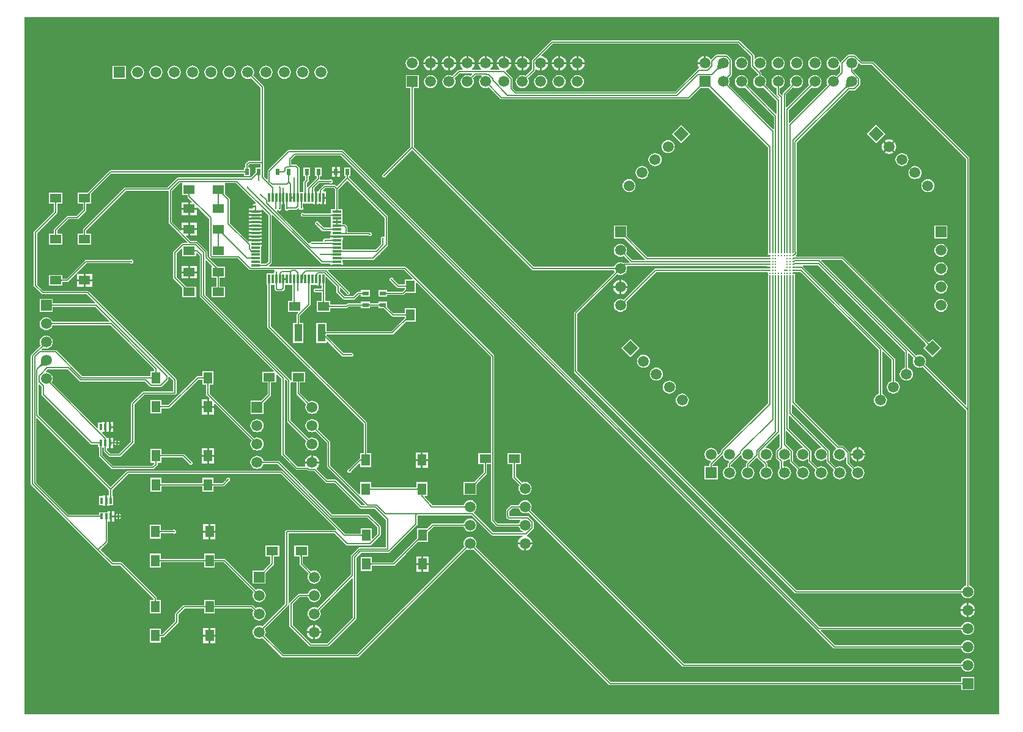
<source format=gtl>
G04*
G04 #@! TF.GenerationSoftware,Altium Limited,Altium Designer,18.0.12 (696)*
G04*
G04 Layer_Physical_Order=1*
G04 Layer_Color=255*
%FSLAX23Y23*%
%MOIN*%
G70*
G01*
G75*
%ADD17C,0.008*%
%ADD18R,0.016X0.035*%
%ADD19R,0.050X0.012*%
%ADD20R,0.012X0.050*%
%ADD21R,0.043X0.098*%
%ADD22R,0.063X0.047*%
%ADD23R,0.047X0.063*%
%ADD24R,0.035X0.024*%
%ADD25R,0.024X0.035*%
%ADD41C,0.006*%
%ADD42C,0.059*%
%ADD43R,0.059X0.059*%
%ADD44R,0.059X0.059*%
%ADD45P,0.084X4X360.0*%
%ADD46P,0.084X4X270.0*%
%ADD47C,0.010*%
G36*
X5324Y11D02*
X11D01*
Y3812D01*
X5324D01*
Y11D01*
D02*
G37*
%LPC*%
G36*
X3715Y3600D02*
X3709Y3599D01*
X3700Y3595D01*
X3691Y3589D01*
X3685Y3581D01*
X3681Y3571D01*
X3680Y3566D01*
X3715D01*
Y3600D01*
D02*
G37*
G36*
X3030D02*
Y3566D01*
X3064D01*
X3064Y3571D01*
X3060Y3581D01*
X3053Y3589D01*
X3045Y3595D01*
X3036Y3599D01*
X3030Y3600D01*
D02*
G37*
G36*
X3020D02*
X3015Y3599D01*
X3005Y3595D01*
X2997Y3589D01*
X2991Y3581D01*
X2987Y3571D01*
X2986Y3566D01*
X3020D01*
Y3600D01*
D02*
G37*
G36*
X2930D02*
Y3566D01*
X2964D01*
X2964Y3571D01*
X2960Y3581D01*
X2953Y3589D01*
X2945Y3595D01*
X2936Y3599D01*
X2930Y3600D01*
D02*
G37*
G36*
X2920D02*
X2915Y3599D01*
X2905Y3595D01*
X2897Y3589D01*
X2891Y3581D01*
X2887Y3571D01*
X2886Y3566D01*
X2920D01*
Y3600D01*
D02*
G37*
G36*
X2730D02*
Y3566D01*
X2764D01*
X2764Y3571D01*
X2760Y3581D01*
X2753Y3589D01*
X2745Y3595D01*
X2736Y3599D01*
X2730Y3600D01*
D02*
G37*
G36*
X2720D02*
X2715Y3599D01*
X2705Y3595D01*
X2697Y3589D01*
X2691Y3581D01*
X2687Y3571D01*
X2686Y3566D01*
X2720D01*
Y3600D01*
D02*
G37*
G36*
X2630D02*
Y3566D01*
X2664D01*
X2664Y3571D01*
X2660Y3581D01*
X2653Y3589D01*
X2645Y3595D01*
X2636Y3599D01*
X2630Y3600D01*
D02*
G37*
G36*
X2620D02*
X2615Y3599D01*
X2605Y3595D01*
X2597Y3589D01*
X2591Y3581D01*
X2587Y3571D01*
X2586Y3566D01*
X2620D01*
Y3600D01*
D02*
G37*
G36*
X2530D02*
Y3566D01*
X2564D01*
X2564Y3571D01*
X2560Y3581D01*
X2553Y3589D01*
X2545Y3595D01*
X2536Y3599D01*
X2530Y3600D01*
D02*
G37*
G36*
X2520D02*
X2515Y3599D01*
X2505Y3595D01*
X2497Y3589D01*
X2491Y3581D01*
X2487Y3571D01*
X2486Y3566D01*
X2520D01*
Y3600D01*
D02*
G37*
G36*
X2430D02*
Y3566D01*
X2464D01*
X2464Y3571D01*
X2460Y3581D01*
X2453Y3589D01*
X2445Y3595D01*
X2436Y3599D01*
X2430Y3600D01*
D02*
G37*
G36*
X2420D02*
X2415Y3599D01*
X2405Y3595D01*
X2397Y3589D01*
X2391Y3581D01*
X2387Y3571D01*
X2386Y3566D01*
X2420D01*
Y3600D01*
D02*
G37*
G36*
X2330D02*
Y3566D01*
X2364D01*
X2364Y3571D01*
X2360Y3581D01*
X2353Y3589D01*
X2345Y3595D01*
X2336Y3599D01*
X2330Y3600D01*
D02*
G37*
G36*
X2320D02*
X2315Y3599D01*
X2305Y3595D01*
X2297Y3589D01*
X2291Y3581D01*
X2287Y3571D01*
X2286Y3566D01*
X2320D01*
Y3600D01*
D02*
G37*
G36*
X2230D02*
Y3566D01*
X2264D01*
X2264Y3571D01*
X2260Y3581D01*
X2253Y3589D01*
X2245Y3595D01*
X2236Y3599D01*
X2230Y3600D01*
D02*
G37*
G36*
X2220D02*
X2215Y3599D01*
X2205Y3595D01*
X2197Y3589D01*
X2191Y3581D01*
X2187Y3571D01*
X2186Y3566D01*
X2220D01*
Y3600D01*
D02*
G37*
G36*
X4320Y3596D02*
X4310Y3595D01*
X4302Y3592D01*
X4294Y3586D01*
X4289Y3578D01*
X4285Y3570D01*
X4284Y3561D01*
X4285Y3551D01*
X4289Y3543D01*
X4294Y3535D01*
X4302Y3530D01*
X4310Y3526D01*
X4320Y3525D01*
X4329Y3526D01*
X4338Y3530D01*
X4345Y3535D01*
X4351Y3543D01*
X4354Y3551D01*
X4355Y3561D01*
X4354Y3570D01*
X4351Y3578D01*
X4345Y3586D01*
X4338Y3592D01*
X4329Y3595D01*
X4320Y3596D01*
D02*
G37*
G36*
X4220D02*
X4210Y3595D01*
X4202Y3592D01*
X4194Y3586D01*
X4189Y3578D01*
X4185Y3570D01*
X4184Y3561D01*
X4185Y3551D01*
X4189Y3543D01*
X4194Y3535D01*
X4202Y3530D01*
X4210Y3526D01*
X4220Y3525D01*
X4229Y3526D01*
X4238Y3530D01*
X4245Y3535D01*
X4251Y3543D01*
X4254Y3551D01*
X4255Y3561D01*
X4254Y3570D01*
X4251Y3578D01*
X4245Y3586D01*
X4238Y3592D01*
X4229Y3595D01*
X4220Y3596D01*
D02*
G37*
G36*
X4120D02*
X4110Y3595D01*
X4102Y3592D01*
X4094Y3586D01*
X4089Y3578D01*
X4085Y3570D01*
X4084Y3561D01*
X4085Y3551D01*
X4089Y3543D01*
X4094Y3535D01*
X4102Y3530D01*
X4110Y3526D01*
X4120Y3525D01*
X4129Y3526D01*
X4138Y3530D01*
X4145Y3535D01*
X4151Y3543D01*
X4154Y3551D01*
X4155Y3561D01*
X4154Y3570D01*
X4151Y3578D01*
X4145Y3586D01*
X4138Y3592D01*
X4129Y3595D01*
X4120Y3596D01*
D02*
G37*
G36*
X3920D02*
X3910Y3595D01*
X3902Y3592D01*
X3894Y3586D01*
X3889Y3578D01*
X3885Y3570D01*
X3884Y3561D01*
X3885Y3551D01*
X3889Y3543D01*
X3894Y3535D01*
X3902Y3530D01*
X3910Y3526D01*
X3920Y3525D01*
X3929Y3526D01*
X3938Y3530D01*
X3945Y3535D01*
X3951Y3543D01*
X3954Y3551D01*
X3955Y3561D01*
X3954Y3570D01*
X3951Y3578D01*
X3945Y3586D01*
X3938Y3592D01*
X3929Y3595D01*
X3920Y3596D01*
D02*
G37*
G36*
X2125D02*
X2116Y3595D01*
X2107Y3592D01*
X2100Y3586D01*
X2094Y3578D01*
X2091Y3570D01*
X2089Y3561D01*
X2091Y3551D01*
X2094Y3543D01*
X2100Y3535D01*
X2107Y3530D01*
X2116Y3526D01*
X2125Y3525D01*
X2134Y3526D01*
X2143Y3530D01*
X2150Y3535D01*
X2156Y3543D01*
X2160Y3551D01*
X2161Y3561D01*
X2160Y3570D01*
X2156Y3578D01*
X2150Y3586D01*
X2143Y3592D01*
X2134Y3595D01*
X2125Y3596D01*
D02*
G37*
G36*
X3064Y3556D02*
X3030D01*
Y3521D01*
X3036Y3522D01*
X3045Y3526D01*
X3053Y3532D01*
X3060Y3541D01*
X3064Y3550D01*
X3064Y3556D01*
D02*
G37*
G36*
X3020D02*
X2986D01*
X2987Y3550D01*
X2991Y3541D01*
X2997Y3532D01*
X3005Y3526D01*
X3015Y3522D01*
X3020Y3521D01*
Y3556D01*
D02*
G37*
G36*
X2964D02*
X2930D01*
Y3521D01*
X2936Y3522D01*
X2945Y3526D01*
X2953Y3532D01*
X2960Y3541D01*
X2964Y3550D01*
X2964Y3556D01*
D02*
G37*
G36*
X2920D02*
X2886D01*
X2887Y3550D01*
X2891Y3541D01*
X2897Y3532D01*
X2905Y3526D01*
X2915Y3522D01*
X2920Y3521D01*
Y3556D01*
D02*
G37*
G36*
X2864D02*
X2830D01*
Y3521D01*
X2836Y3522D01*
X2845Y3526D01*
X2853Y3532D01*
X2860Y3541D01*
X2864Y3550D01*
X2864Y3556D01*
D02*
G37*
G36*
X2764D02*
X2730D01*
Y3521D01*
X2736Y3522D01*
X2745Y3526D01*
X2753Y3532D01*
X2760Y3541D01*
X2764Y3550D01*
X2764Y3556D01*
D02*
G37*
G36*
X2720D02*
X2686D01*
X2687Y3550D01*
X2691Y3541D01*
X2697Y3532D01*
X2705Y3526D01*
X2715Y3522D01*
X2720Y3521D01*
Y3556D01*
D02*
G37*
G36*
X2364D02*
X2330D01*
Y3521D01*
X2336Y3522D01*
X2345Y3526D01*
X2353Y3532D01*
X2360Y3541D01*
X2364Y3550D01*
X2364Y3556D01*
D02*
G37*
G36*
X2320D02*
X2286D01*
X2287Y3550D01*
X2291Y3541D01*
X2297Y3532D01*
X2305Y3526D01*
X2315Y3522D01*
X2320Y3521D01*
Y3556D01*
D02*
G37*
G36*
X2264D02*
X2230D01*
Y3521D01*
X2236Y3522D01*
X2245Y3526D01*
X2253Y3532D01*
X2260Y3541D01*
X2264Y3550D01*
X2264Y3556D01*
D02*
G37*
G36*
X2220D02*
X2186D01*
X2187Y3550D01*
X2191Y3541D01*
X2197Y3532D01*
X2205Y3526D01*
X2215Y3522D01*
X2220Y3521D01*
Y3556D01*
D02*
G37*
G36*
X564Y3547D02*
X493D01*
Y3476D01*
X564D01*
Y3547D01*
D02*
G37*
G36*
X1628Y3548D02*
X1619Y3546D01*
X1610Y3543D01*
X1603Y3537D01*
X1597Y3530D01*
X1594Y3521D01*
X1593Y3512D01*
X1594Y3503D01*
X1597Y3494D01*
X1603Y3487D01*
X1610Y3481D01*
X1619Y3477D01*
X1628Y3476D01*
X1638Y3477D01*
X1646Y3481D01*
X1654Y3487D01*
X1659Y3494D01*
X1663Y3503D01*
X1664Y3512D01*
X1663Y3521D01*
X1659Y3530D01*
X1654Y3537D01*
X1646Y3543D01*
X1638Y3546D01*
X1628Y3548D01*
D02*
G37*
G36*
X1528D02*
X1519Y3546D01*
X1510Y3543D01*
X1503Y3537D01*
X1497Y3530D01*
X1494Y3521D01*
X1493Y3512D01*
X1494Y3503D01*
X1497Y3494D01*
X1503Y3487D01*
X1510Y3481D01*
X1519Y3477D01*
X1528Y3476D01*
X1538Y3477D01*
X1546Y3481D01*
X1554Y3487D01*
X1559Y3494D01*
X1563Y3503D01*
X1564Y3512D01*
X1563Y3521D01*
X1559Y3530D01*
X1554Y3537D01*
X1546Y3543D01*
X1538Y3546D01*
X1528Y3548D01*
D02*
G37*
G36*
X1428D02*
X1419Y3546D01*
X1410Y3543D01*
X1403Y3537D01*
X1397Y3530D01*
X1394Y3521D01*
X1393Y3512D01*
X1394Y3503D01*
X1397Y3494D01*
X1403Y3487D01*
X1410Y3481D01*
X1419Y3477D01*
X1428Y3476D01*
X1438Y3477D01*
X1446Y3481D01*
X1454Y3487D01*
X1459Y3494D01*
X1463Y3503D01*
X1464Y3512D01*
X1463Y3521D01*
X1459Y3530D01*
X1454Y3537D01*
X1446Y3543D01*
X1438Y3546D01*
X1428Y3548D01*
D02*
G37*
G36*
X1328D02*
X1319Y3546D01*
X1310Y3543D01*
X1303Y3537D01*
X1297Y3530D01*
X1294Y3521D01*
X1293Y3512D01*
X1294Y3503D01*
X1297Y3494D01*
X1303Y3487D01*
X1310Y3481D01*
X1319Y3477D01*
X1328Y3476D01*
X1338Y3477D01*
X1346Y3481D01*
X1354Y3487D01*
X1359Y3494D01*
X1363Y3503D01*
X1364Y3512D01*
X1363Y3521D01*
X1359Y3530D01*
X1354Y3537D01*
X1346Y3543D01*
X1338Y3546D01*
X1328Y3548D01*
D02*
G37*
G36*
X1128D02*
X1119Y3546D01*
X1110Y3543D01*
X1103Y3537D01*
X1097Y3530D01*
X1094Y3521D01*
X1093Y3512D01*
X1094Y3503D01*
X1097Y3494D01*
X1103Y3487D01*
X1110Y3481D01*
X1119Y3477D01*
X1128Y3476D01*
X1138Y3477D01*
X1146Y3481D01*
X1154Y3487D01*
X1159Y3494D01*
X1163Y3503D01*
X1164Y3512D01*
X1163Y3521D01*
X1159Y3530D01*
X1154Y3537D01*
X1146Y3543D01*
X1138Y3546D01*
X1128Y3548D01*
D02*
G37*
G36*
X1028D02*
X1019Y3546D01*
X1010Y3543D01*
X1003Y3537D01*
X997Y3530D01*
X994Y3521D01*
X993Y3512D01*
X994Y3503D01*
X997Y3494D01*
X1003Y3487D01*
X1010Y3481D01*
X1019Y3477D01*
X1028Y3476D01*
X1038Y3477D01*
X1046Y3481D01*
X1054Y3487D01*
X1059Y3494D01*
X1063Y3503D01*
X1064Y3512D01*
X1063Y3521D01*
X1059Y3530D01*
X1054Y3537D01*
X1046Y3543D01*
X1038Y3546D01*
X1028Y3548D01*
D02*
G37*
G36*
X928D02*
X919Y3546D01*
X910Y3543D01*
X903Y3537D01*
X897Y3530D01*
X894Y3521D01*
X893Y3512D01*
X894Y3503D01*
X897Y3494D01*
X903Y3487D01*
X910Y3481D01*
X919Y3477D01*
X928Y3476D01*
X938Y3477D01*
X946Y3481D01*
X954Y3487D01*
X959Y3494D01*
X963Y3503D01*
X964Y3512D01*
X963Y3521D01*
X959Y3530D01*
X954Y3537D01*
X946Y3543D01*
X938Y3546D01*
X928Y3548D01*
D02*
G37*
G36*
X828D02*
X819Y3546D01*
X810Y3543D01*
X803Y3537D01*
X797Y3530D01*
X794Y3521D01*
X793Y3512D01*
X794Y3503D01*
X797Y3494D01*
X803Y3487D01*
X810Y3481D01*
X819Y3477D01*
X828Y3476D01*
X838Y3477D01*
X846Y3481D01*
X854Y3487D01*
X859Y3494D01*
X863Y3503D01*
X864Y3512D01*
X863Y3521D01*
X859Y3530D01*
X854Y3537D01*
X846Y3543D01*
X838Y3546D01*
X828Y3548D01*
D02*
G37*
G36*
X728D02*
X719Y3546D01*
X710Y3543D01*
X703Y3537D01*
X697Y3530D01*
X694Y3521D01*
X693Y3512D01*
X694Y3503D01*
X697Y3494D01*
X703Y3487D01*
X710Y3481D01*
X719Y3477D01*
X728Y3476D01*
X738Y3477D01*
X746Y3481D01*
X754Y3487D01*
X759Y3494D01*
X763Y3503D01*
X764Y3512D01*
X763Y3521D01*
X759Y3530D01*
X754Y3537D01*
X746Y3543D01*
X738Y3546D01*
X728Y3548D01*
D02*
G37*
G36*
X628D02*
X619Y3546D01*
X610Y3543D01*
X603Y3537D01*
X597Y3530D01*
X594Y3521D01*
X593Y3512D01*
X594Y3503D01*
X597Y3494D01*
X603Y3487D01*
X610Y3481D01*
X619Y3477D01*
X628Y3476D01*
X638Y3477D01*
X646Y3481D01*
X654Y3487D01*
X659Y3494D01*
X663Y3503D01*
X664Y3512D01*
X663Y3521D01*
X659Y3530D01*
X654Y3537D01*
X646Y3543D01*
X638Y3546D01*
X628Y3548D01*
D02*
G37*
G36*
X3025Y3496D02*
X3016Y3495D01*
X3007Y3492D01*
X3000Y3486D01*
X2994Y3478D01*
X2991Y3470D01*
X2989Y3461D01*
X2991Y3451D01*
X2994Y3443D01*
X3000Y3435D01*
X3007Y3430D01*
X3016Y3426D01*
X3025Y3425D01*
X3034Y3426D01*
X3043Y3430D01*
X3050Y3435D01*
X3056Y3443D01*
X3060Y3451D01*
X3061Y3461D01*
X3060Y3470D01*
X3056Y3478D01*
X3050Y3486D01*
X3043Y3492D01*
X3034Y3495D01*
X3025Y3496D01*
D02*
G37*
G36*
X2925D02*
X2916Y3495D01*
X2907Y3492D01*
X2900Y3486D01*
X2894Y3478D01*
X2891Y3470D01*
X2889Y3461D01*
X2891Y3451D01*
X2894Y3443D01*
X2900Y3435D01*
X2907Y3430D01*
X2916Y3426D01*
X2925Y3425D01*
X2934Y3426D01*
X2943Y3430D01*
X2950Y3435D01*
X2956Y3443D01*
X2960Y3451D01*
X2961Y3461D01*
X2960Y3470D01*
X2956Y3478D01*
X2950Y3486D01*
X2943Y3492D01*
X2934Y3495D01*
X2925Y3496D01*
D02*
G37*
G36*
X2825D02*
X2816Y3495D01*
X2807Y3492D01*
X2800Y3486D01*
X2794Y3478D01*
X2791Y3470D01*
X2789Y3461D01*
X2791Y3451D01*
X2794Y3443D01*
X2800Y3435D01*
X2807Y3430D01*
X2816Y3426D01*
X2825Y3425D01*
X2834Y3426D01*
X2843Y3430D01*
X2850Y3435D01*
X2856Y3443D01*
X2860Y3451D01*
X2861Y3461D01*
X2860Y3470D01*
X2856Y3478D01*
X2850Y3486D01*
X2843Y3492D01*
X2834Y3495D01*
X2825Y3496D01*
D02*
G37*
G36*
X2225D02*
X2216Y3495D01*
X2207Y3492D01*
X2200Y3486D01*
X2194Y3478D01*
X2191Y3470D01*
X2189Y3461D01*
X2191Y3451D01*
X2194Y3443D01*
X2200Y3435D01*
X2207Y3430D01*
X2216Y3426D01*
X2225Y3425D01*
X2234Y3426D01*
X2243Y3430D01*
X2250Y3435D01*
X2256Y3443D01*
X2260Y3451D01*
X2261Y3461D01*
X2260Y3470D01*
X2256Y3478D01*
X2250Y3486D01*
X2243Y3492D01*
X2234Y3495D01*
X2225Y3496D01*
D02*
G37*
G36*
X3906Y3686D02*
X2887D01*
X2884Y3686D01*
X2881Y3684D01*
X2780Y3583D01*
X2778Y3580D01*
X2778Y3577D01*
Y3526D01*
X2743Y3491D01*
X2743Y3492D01*
X2734Y3495D01*
X2725Y3496D01*
X2716Y3495D01*
X2707Y3492D01*
X2700Y3486D01*
X2694Y3478D01*
X2691Y3470D01*
X2689Y3461D01*
X2691Y3451D01*
X2694Y3443D01*
X2700Y3435D01*
X2707Y3430D01*
X2716Y3426D01*
X2725Y3425D01*
X2734Y3426D01*
X2743Y3430D01*
X2750Y3435D01*
X2756Y3443D01*
X2760Y3451D01*
X2761Y3461D01*
X2760Y3470D01*
X2756Y3478D01*
X2756Y3479D01*
X2793Y3516D01*
X2795Y3519D01*
X2796Y3522D01*
Y3527D01*
X2801Y3529D01*
X2805Y3526D01*
X2815Y3522D01*
X2820Y3521D01*
Y3561D01*
X2825D01*
Y3566D01*
X2864D01*
X2864Y3571D01*
X2860Y3581D01*
X2853Y3589D01*
X2845Y3595D01*
X2836Y3599D01*
X2830Y3600D01*
X2828Y3605D01*
X2891Y3668D01*
X3902D01*
X3972Y3598D01*
Y3545D01*
X3973Y3541D01*
X3975Y3538D01*
X4011Y3503D01*
Y3495D01*
X4010Y3495D01*
X4002Y3492D01*
X3994Y3486D01*
X3989Y3478D01*
X3985Y3470D01*
X3984Y3461D01*
X3985Y3451D01*
X3989Y3443D01*
X3994Y3435D01*
X4002Y3430D01*
X4010Y3426D01*
X4020Y3425D01*
X4029Y3426D01*
X4038Y3430D01*
X4038Y3430D01*
X4113Y3355D01*
Y3287D01*
X4108Y3285D01*
X3951Y3443D01*
X3951Y3443D01*
X3954Y3451D01*
X3955Y3461D01*
X3954Y3470D01*
X3951Y3478D01*
X3945Y3486D01*
X3938Y3492D01*
X3929Y3495D01*
X3920Y3496D01*
X3910Y3495D01*
X3902Y3492D01*
X3894Y3486D01*
X3889Y3478D01*
X3885Y3470D01*
X3884Y3461D01*
X3885Y3451D01*
X3889Y3443D01*
X3894Y3435D01*
X3902Y3430D01*
X3910Y3426D01*
X3920Y3425D01*
X3929Y3426D01*
X3938Y3430D01*
X3938Y3430D01*
X4097Y3270D01*
Y3203D01*
X4092Y3201D01*
X3851Y3443D01*
X3851Y3443D01*
X3854Y3451D01*
X3855Y3461D01*
X3854Y3470D01*
X3851Y3478D01*
X3851Y3479D01*
X3864Y3493D01*
X3864Y3493D01*
X3866Y3496D01*
X3867Y3499D01*
X3867Y3499D01*
Y3579D01*
X3866Y3582D01*
X3864Y3585D01*
X3844Y3605D01*
X3841Y3607D01*
X3838Y3608D01*
X3784D01*
X3781Y3607D01*
X3778Y3605D01*
X3756Y3584D01*
X3751Y3584D01*
X3748Y3589D01*
X3740Y3595D01*
X3730Y3599D01*
X3725Y3600D01*
Y3561D01*
X3720D01*
Y3556D01*
X3680D01*
X3681Y3550D01*
X3685Y3541D01*
X3689Y3536D01*
X3687Y3533D01*
X3686Y3531D01*
X3683Y3531D01*
X3680Y3529D01*
X3680Y3529D01*
X3558Y3407D01*
X2693D01*
X2673Y3427D01*
Y3477D01*
X2673Y3477D01*
X2672Y3480D01*
X2670Y3483D01*
X2635Y3518D01*
X2637Y3523D01*
X2645Y3526D01*
X2653Y3532D01*
X2660Y3541D01*
X2664Y3550D01*
X2664Y3556D01*
X2586D01*
X2587Y3550D01*
X2591Y3541D01*
X2597Y3532D01*
X2600Y3530D01*
X2599Y3525D01*
X2552D01*
X2550Y3530D01*
X2553Y3532D01*
X2560Y3541D01*
X2564Y3550D01*
X2564Y3556D01*
X2486D01*
X2487Y3550D01*
X2491Y3541D01*
X2497Y3532D01*
X2500Y3530D01*
X2499Y3525D01*
X2452D01*
X2450Y3530D01*
X2453Y3532D01*
X2460Y3541D01*
X2464Y3550D01*
X2464Y3556D01*
X2386D01*
X2387Y3550D01*
X2391Y3541D01*
X2397Y3532D01*
X2400Y3530D01*
X2399Y3525D01*
X2380D01*
X2377Y3524D01*
X2374Y3522D01*
X2343Y3491D01*
X2343Y3492D01*
X2334Y3495D01*
X2325Y3496D01*
X2316Y3495D01*
X2307Y3492D01*
X2300Y3486D01*
X2294Y3478D01*
X2291Y3470D01*
X2289Y3461D01*
X2291Y3451D01*
X2294Y3443D01*
X2300Y3435D01*
X2307Y3430D01*
X2316Y3426D01*
X2325Y3425D01*
X2334Y3426D01*
X2343Y3430D01*
X2350Y3435D01*
X2356Y3443D01*
X2360Y3451D01*
X2361Y3461D01*
X2360Y3470D01*
X2356Y3478D01*
X2356Y3479D01*
X2384Y3507D01*
X2452D01*
X2454Y3502D01*
X2443Y3491D01*
X2443Y3492D01*
X2434Y3495D01*
X2425Y3496D01*
X2416Y3495D01*
X2407Y3492D01*
X2400Y3486D01*
X2394Y3478D01*
X2391Y3470D01*
X2389Y3461D01*
X2391Y3451D01*
X2394Y3443D01*
X2400Y3435D01*
X2407Y3430D01*
X2416Y3426D01*
X2425Y3425D01*
X2434Y3426D01*
X2443Y3430D01*
X2450Y3435D01*
X2456Y3443D01*
X2460Y3451D01*
X2461Y3461D01*
X2460Y3470D01*
X2456Y3478D01*
X2456Y3479D01*
X2472Y3495D01*
X2503D01*
X2505Y3490D01*
X2500Y3486D01*
X2494Y3478D01*
X2491Y3470D01*
X2489Y3461D01*
X2491Y3451D01*
X2494Y3443D01*
X2500Y3435D01*
X2507Y3430D01*
X2516Y3426D01*
X2525Y3425D01*
X2534Y3426D01*
X2543Y3430D01*
X2543Y3430D01*
X2605Y3368D01*
X2608Y3366D01*
X2612Y3365D01*
X3633D01*
X3637Y3366D01*
X3639Y3368D01*
X3697Y3425D01*
X3742D01*
X4066Y3102D01*
Y2537D01*
X4065Y2536D01*
X4065Y2531D01*
X4065Y2528D01*
X4066Y2524D01*
X4065Y2522D01*
X4065Y2522D01*
X4062Y2517D01*
X4062Y2517D01*
X4075D01*
Y2507D01*
X4058D01*
X4057Y2505D01*
X3409D01*
X3295Y2619D01*
Y2677D01*
X3224D01*
Y2606D01*
X3283D01*
X3394Y2494D01*
X3392Y2489D01*
X3325D01*
X3291Y2524D01*
X3291Y2524D01*
X3294Y2532D01*
X3296Y2542D01*
X3294Y2551D01*
X3291Y2560D01*
X3285Y2567D01*
X3278Y2573D01*
X3269Y2576D01*
X3260Y2577D01*
X3251Y2576D01*
X3242Y2573D01*
X3235Y2567D01*
X3229Y2560D01*
X3225Y2551D01*
X3224Y2542D01*
X3225Y2532D01*
X3229Y2524D01*
X3235Y2516D01*
X3242Y2511D01*
X3251Y2507D01*
X3260Y2506D01*
X3269Y2507D01*
X3278Y2511D01*
X3278Y2511D01*
X3310Y2479D01*
X3308Y2474D01*
X3283D01*
X3283Y2474D01*
X3279Y2473D01*
X3278Y2472D01*
X3278Y2473D01*
X3269Y2476D01*
X3260Y2477D01*
X3251Y2476D01*
X3242Y2473D01*
X3235Y2467D01*
X3229Y2460D01*
X3225Y2451D01*
X3225Y2451D01*
X2789D01*
X2134Y3105D01*
Y3424D01*
X2135Y3425D01*
X2135Y3425D01*
X2161D01*
Y3496D01*
X2090D01*
Y3425D01*
X2116D01*
X2116Y3425D01*
X2116Y3424D01*
Y3105D01*
X1971Y2961D01*
X1971Y2960D01*
X1970Y2960D01*
X1970Y2960D01*
X1970Y2959D01*
X1970Y2959D01*
X1970Y2959D01*
X1970Y2959D01*
X1970Y2959D01*
X1968Y2959D01*
X1965Y2957D01*
X1962Y2953D01*
X1961Y2949D01*
X1962Y2945D01*
X1965Y2941D01*
X1968Y2939D01*
X1972Y2938D01*
X1977Y2939D01*
X1980Y2941D01*
X1983Y2945D01*
X1983Y2946D01*
X1984Y2947D01*
X1984Y2947D01*
X1984Y2948D01*
X2125Y3089D01*
X2779Y2435D01*
X2782Y2433D01*
X2785Y2433D01*
X3225D01*
X3225Y2432D01*
X3229Y2424D01*
X3229Y2424D01*
X3009Y2204D01*
X3007Y2201D01*
X3007Y2198D01*
Y1882D01*
X3007Y1878D01*
X3009Y1876D01*
X4211Y674D01*
X4214Y672D01*
X4217Y671D01*
X5119D01*
X5119Y671D01*
X5123Y662D01*
X5128Y655D01*
X5136Y649D01*
X5144Y646D01*
X5154Y645D01*
X5163Y646D01*
X5171Y649D01*
X5179Y655D01*
X5184Y662D01*
X5188Y671D01*
X5189Y680D01*
X5188Y690D01*
X5184Y698D01*
X5179Y706D01*
X5171Y711D01*
X5163Y715D01*
X5163Y715D01*
Y1674D01*
Y3043D01*
X5163Y3043D01*
X5162Y3047D01*
X5160Y3050D01*
X5160Y3050D01*
X4643Y3567D01*
X4640Y3569D01*
X4636Y3570D01*
X4578D01*
X4542Y3605D01*
X4539Y3607D01*
X4536Y3608D01*
X4504D01*
X4500Y3607D01*
X4497Y3605D01*
X4462Y3570D01*
X4460Y3567D01*
X4460Y3566D01*
X4455Y3566D01*
X4454Y3570D01*
X4451Y3578D01*
X4445Y3586D01*
X4438Y3592D01*
X4429Y3595D01*
X4420Y3596D01*
X4410Y3595D01*
X4402Y3592D01*
X4394Y3586D01*
X4389Y3578D01*
X4385Y3570D01*
X4384Y3561D01*
X4385Y3551D01*
X4389Y3543D01*
X4394Y3535D01*
X4402Y3530D01*
X4410Y3526D01*
X4420Y3525D01*
X4429Y3526D01*
X4438Y3530D01*
X4445Y3535D01*
X4451Y3543D01*
X4454Y3551D01*
X4454Y3553D01*
X4459Y3553D01*
Y3513D01*
X4438Y3491D01*
X4438Y3492D01*
X4429Y3495D01*
X4420Y3496D01*
X4410Y3495D01*
X4402Y3492D01*
X4394Y3486D01*
X4389Y3478D01*
X4385Y3470D01*
X4384Y3461D01*
X4385Y3451D01*
X4389Y3443D01*
X4389Y3443D01*
X4183Y3237D01*
X4178Y3239D01*
Y3306D01*
X4302Y3430D01*
X4302Y3430D01*
X4310Y3426D01*
X4320Y3425D01*
X4329Y3426D01*
X4338Y3430D01*
X4345Y3435D01*
X4351Y3443D01*
X4354Y3451D01*
X4355Y3461D01*
X4354Y3470D01*
X4351Y3478D01*
X4345Y3486D01*
X4338Y3492D01*
X4329Y3495D01*
X4320Y3496D01*
X4310Y3495D01*
X4302Y3492D01*
X4294Y3486D01*
X4289Y3478D01*
X4285Y3470D01*
X4284Y3461D01*
X4285Y3451D01*
X4289Y3443D01*
X4289Y3443D01*
X4168Y3321D01*
X4163Y3323D01*
Y3391D01*
X4202Y3430D01*
X4202Y3430D01*
X4210Y3426D01*
X4220Y3425D01*
X4229Y3426D01*
X4238Y3430D01*
X4245Y3435D01*
X4251Y3443D01*
X4254Y3451D01*
X4255Y3461D01*
X4254Y3470D01*
X4251Y3478D01*
X4245Y3486D01*
X4238Y3492D01*
X4229Y3495D01*
X4220Y3496D01*
X4210Y3495D01*
X4202Y3492D01*
X4194Y3486D01*
X4189Y3478D01*
X4185Y3470D01*
X4184Y3461D01*
X4185Y3451D01*
X4189Y3443D01*
X4189Y3443D01*
X4147Y3401D01*
X4145Y3398D01*
X4145Y3394D01*
Y3390D01*
X4140Y3387D01*
X4129Y3398D01*
Y3426D01*
X4129Y3426D01*
X4138Y3430D01*
X4145Y3435D01*
X4151Y3443D01*
X4154Y3451D01*
X4155Y3461D01*
X4154Y3470D01*
X4151Y3478D01*
X4145Y3486D01*
X4138Y3492D01*
X4129Y3495D01*
X4120Y3496D01*
X4110Y3495D01*
X4102Y3492D01*
X4094Y3486D01*
X4089Y3478D01*
X4085Y3470D01*
X4084Y3461D01*
X4085Y3451D01*
X4089Y3443D01*
X4094Y3435D01*
X4102Y3430D01*
X4110Y3426D01*
X4111Y3426D01*
Y3394D01*
X4111Y3391D01*
X4113Y3388D01*
X4126Y3376D01*
X4126Y3375D01*
X4120Y3373D01*
X4051Y3443D01*
X4051Y3443D01*
X4054Y3451D01*
X4055Y3461D01*
X4054Y3470D01*
X4051Y3478D01*
X4045Y3486D01*
X4038Y3492D01*
X4029Y3495D01*
X4029Y3495D01*
Y3506D01*
X4029Y3506D01*
X4028Y3510D01*
X4026Y3513D01*
X4026Y3513D01*
X4018Y3520D01*
X4021Y3525D01*
X4029Y3526D01*
X4038Y3530D01*
X4045Y3535D01*
X4051Y3543D01*
X4054Y3551D01*
X4055Y3561D01*
X4054Y3570D01*
X4051Y3578D01*
X4045Y3586D01*
X4038Y3592D01*
X4029Y3595D01*
X4020Y3596D01*
X4010Y3595D01*
X4002Y3592D01*
X3995Y3587D01*
X3990Y3588D01*
Y3601D01*
X3990Y3605D01*
X3988Y3608D01*
X3912Y3684D01*
X3909Y3686D01*
X3906Y3686D01*
D02*
G37*
G36*
X3591Y3227D02*
X3540Y3177D01*
X3591Y3127D01*
X3641Y3177D01*
X3591Y3227D01*
D02*
G37*
G36*
X3520Y3142D02*
X3511Y3141D01*
X3502Y3137D01*
X3495Y3132D01*
X3489Y3124D01*
X3485Y3116D01*
X3484Y3106D01*
X3485Y3097D01*
X3489Y3089D01*
X3495Y3081D01*
X3502Y3076D01*
X3511Y3072D01*
X3520Y3071D01*
X3529Y3072D01*
X3538Y3076D01*
X3545Y3081D01*
X3551Y3089D01*
X3554Y3097D01*
X3556Y3106D01*
X3554Y3116D01*
X3551Y3124D01*
X3545Y3132D01*
X3538Y3137D01*
X3529Y3141D01*
X3520Y3142D01*
D02*
G37*
G36*
X3449Y3071D02*
X3440Y3070D01*
X3431Y3067D01*
X3424Y3061D01*
X3418Y3054D01*
X3415Y3045D01*
X3413Y3036D01*
X3415Y3026D01*
X3418Y3018D01*
X3424Y3010D01*
X3431Y3005D01*
X3440Y3001D01*
X3449Y3000D01*
X3458Y3001D01*
X3467Y3005D01*
X3474Y3010D01*
X3480Y3018D01*
X3484Y3026D01*
X3485Y3036D01*
X3484Y3045D01*
X3480Y3054D01*
X3474Y3061D01*
X3467Y3067D01*
X3458Y3070D01*
X3449Y3071D01*
D02*
G37*
G36*
X1730Y2996D02*
X1714D01*
Y2974D01*
X1730D01*
Y2996D01*
D02*
G37*
G36*
X1704D02*
X1687D01*
Y2974D01*
X1704D01*
Y2996D01*
D02*
G37*
G36*
X1730Y2964D02*
X1714D01*
Y2941D01*
X1730D01*
Y2964D01*
D02*
G37*
G36*
X1704D02*
X1687D01*
Y2941D01*
X1704D01*
Y2964D01*
D02*
G37*
G36*
X3378Y3001D02*
X3369Y3000D01*
X3361Y2996D01*
X3353Y2990D01*
X3347Y2983D01*
X3344Y2974D01*
X3343Y2965D01*
X3344Y2956D01*
X3347Y2947D01*
X3353Y2940D01*
X3361Y2934D01*
X3369Y2931D01*
X3378Y2929D01*
X3388Y2931D01*
X3396Y2934D01*
X3404Y2940D01*
X3409Y2947D01*
X3413Y2956D01*
X3414Y2965D01*
X3413Y2974D01*
X3409Y2983D01*
X3404Y2990D01*
X3396Y2996D01*
X3388Y3000D01*
X3378Y3001D01*
D02*
G37*
G36*
X3308Y2930D02*
X3298Y2929D01*
X3290Y2925D01*
X3282Y2920D01*
X3277Y2912D01*
X3273Y2904D01*
X3272Y2894D01*
X3273Y2885D01*
X3277Y2876D01*
X3282Y2869D01*
X3290Y2863D01*
X3298Y2860D01*
X3308Y2859D01*
X3317Y2860D01*
X3326Y2863D01*
X3333Y2869D01*
X3339Y2876D01*
X3342Y2885D01*
X3343Y2894D01*
X3342Y2904D01*
X3339Y2912D01*
X3333Y2920D01*
X3326Y2925D01*
X3317Y2929D01*
X3308Y2930D01*
D02*
G37*
G36*
X1656Y2823D02*
X1645D01*
Y2793D01*
X1656D01*
Y2823D01*
D02*
G37*
G36*
X594Y2491D02*
X590Y2491D01*
X589Y2490D01*
X588Y2490D01*
X588Y2490D01*
X587Y2489D01*
X346D01*
X343Y2489D01*
X340Y2487D01*
X340Y2487D01*
X240Y2387D01*
X219D01*
X219Y2387D01*
X219Y2387D01*
Y2407D01*
X144D01*
Y2348D01*
X219D01*
Y2369D01*
X219Y2369D01*
X219Y2369D01*
X244D01*
X248Y2370D01*
X250Y2372D01*
X293Y2414D01*
X297Y2411D01*
X297Y2407D01*
Y2383D01*
X334D01*
Y2412D01*
X302D01*
X298Y2412D01*
X294Y2415D01*
X350Y2471D01*
X587D01*
X588Y2471D01*
X588Y2471D01*
X589Y2471D01*
X589Y2471D01*
X589Y2471D01*
X589Y2471D01*
X589Y2471D01*
X589Y2471D01*
X590Y2470D01*
X594Y2469D01*
X599Y2470D01*
X602Y2473D01*
X605Y2476D01*
X606Y2480D01*
X605Y2485D01*
X602Y2488D01*
X599Y2491D01*
X594Y2491D01*
D02*
G37*
G36*
X951Y2455D02*
X914D01*
Y2426D01*
X951D01*
Y2455D01*
D02*
G37*
G36*
X904D02*
X868D01*
Y2426D01*
X904D01*
Y2455D01*
D02*
G37*
G36*
X951Y2416D02*
X914D01*
Y2388D01*
X951D01*
Y2416D01*
D02*
G37*
G36*
X904D02*
X868D01*
Y2388D01*
X904D01*
Y2416D01*
D02*
G37*
G36*
X344Y2412D02*
Y2383D01*
X380D01*
Y2412D01*
X344D01*
D02*
G37*
G36*
X380Y2373D02*
X344D01*
Y2344D01*
X380D01*
Y2373D01*
D02*
G37*
G36*
X334D02*
X297D01*
Y2344D01*
X334D01*
Y2373D01*
D02*
G37*
G36*
X219Y2856D02*
X144D01*
Y2797D01*
X172D01*
X172Y2797D01*
X172Y2796D01*
Y2752D01*
X64Y2644D01*
X63Y2641D01*
X62Y2638D01*
Y2350D01*
X63Y2347D01*
X64Y2344D01*
X104Y2305D01*
X107Y2303D01*
X110Y2302D01*
X110Y2302D01*
X351D01*
X397Y2256D01*
X395Y2251D01*
X166D01*
X165Y2251D01*
X165Y2251D01*
Y2277D01*
X94D01*
Y2206D01*
X165D01*
Y2232D01*
X165Y2232D01*
X166Y2233D01*
X397D01*
X474Y2155D01*
X472Y2151D01*
X164D01*
X164Y2151D01*
X161Y2160D01*
X155Y2167D01*
X148Y2173D01*
X139Y2176D01*
X130Y2177D01*
X121Y2176D01*
X112Y2173D01*
X105Y2167D01*
X99Y2160D01*
X95Y2151D01*
X94Y2142D01*
X95Y2132D01*
X99Y2124D01*
X105Y2116D01*
X112Y2111D01*
X121Y2107D01*
X130Y2106D01*
X139Y2107D01*
X148Y2111D01*
X155Y2116D01*
X161Y2124D01*
X164Y2132D01*
X164Y2133D01*
X480D01*
X719Y1894D01*
Y1884D01*
X699D01*
Y1855D01*
X327D01*
X187Y1995D01*
X185Y1997D01*
X181Y1997D01*
X106D01*
X104Y2002D01*
X113Y2010D01*
X121Y2007D01*
X130Y2006D01*
X139Y2007D01*
X148Y2011D01*
X155Y2016D01*
X161Y2024D01*
X164Y2032D01*
X166Y2042D01*
X164Y2051D01*
X161Y2060D01*
X155Y2067D01*
X148Y2073D01*
X139Y2076D01*
X130Y2077D01*
X121Y2076D01*
X112Y2073D01*
X105Y2067D01*
X99Y2060D01*
X95Y2051D01*
X94Y2042D01*
X95Y2032D01*
X99Y2024D01*
X100Y2023D01*
X49Y1972D01*
X47Y1969D01*
X46Y1966D01*
Y1268D01*
X47Y1264D01*
X49Y1261D01*
X407Y903D01*
X407Y903D01*
X485Y825D01*
X488Y823D01*
X491Y823D01*
X491Y823D01*
X535D01*
X715Y642D01*
Y636D01*
X695D01*
Y561D01*
X754D01*
Y636D01*
X733D01*
Y646D01*
X733Y649D01*
X731Y652D01*
X545Y838D01*
X542Y840D01*
X538Y841D01*
X495D01*
X426Y909D01*
X463Y946D01*
X465Y949D01*
X466Y953D01*
Y1063D01*
X477D01*
Y1091D01*
Y1118D01*
X464D01*
Y1114D01*
X443D01*
Y1114D01*
X417D01*
Y1100D01*
X253D01*
X76Y1276D01*
Y1625D01*
X81Y1627D01*
X473Y1234D01*
Y1205D01*
X462D01*
Y1177D01*
Y1149D01*
X475D01*
Y1154D01*
X496D01*
Y1201D01*
X492D01*
X492Y1201D01*
X491Y1202D01*
Y1234D01*
X578Y1322D01*
X1410D01*
X1711Y1020D01*
X1708Y1016D01*
X1708Y1016D01*
X1705Y1017D01*
X1441D01*
X1437Y1016D01*
X1435Y1014D01*
X1433Y1011D01*
X1432Y1008D01*
Y614D01*
X1309Y491D01*
X1309Y491D01*
X1300Y495D01*
X1291Y496D01*
X1282Y495D01*
X1273Y491D01*
X1266Y486D01*
X1260Y478D01*
X1256Y469D01*
X1255Y460D01*
X1256Y451D01*
X1260Y442D01*
X1266Y435D01*
X1273Y429D01*
X1282Y426D01*
X1291Y424D01*
X1300Y426D01*
X1309Y429D01*
X1309Y429D01*
X1414Y324D01*
X1417Y322D01*
X1420Y322D01*
X1827D01*
X1830Y322D01*
X1833Y324D01*
X2423Y914D01*
X2423Y914D01*
X2431Y910D01*
X2441Y909D01*
X2450Y910D01*
X2458Y914D01*
X2459Y914D01*
X3198Y174D01*
X3201Y172D01*
X3205Y171D01*
X5117D01*
X5118Y171D01*
X5118Y171D01*
Y145D01*
X5189D01*
Y216D01*
X5118D01*
Y190D01*
X5118Y190D01*
X5117Y189D01*
X3208D01*
X2471Y926D01*
X2472Y927D01*
X2475Y935D01*
X2476Y944D01*
X2475Y954D01*
X2472Y962D01*
X2466Y970D01*
X2458Y975D01*
X2450Y979D01*
X2441Y980D01*
X2431Y979D01*
X2423Y975D01*
X2415Y970D01*
X2410Y962D01*
X2406Y954D01*
X2405Y944D01*
X2406Y935D01*
X2410Y927D01*
X2410Y926D01*
X1823Y340D01*
X1424D01*
X1322Y442D01*
X1322Y442D01*
X1325Y451D01*
X1327Y460D01*
X1325Y469D01*
X1322Y478D01*
X1322Y478D01*
X1447Y604D01*
X1447Y604D01*
X1449Y607D01*
X1450Y610D01*
X1450Y610D01*
Y999D01*
X1701D01*
X1765Y935D01*
X1765Y935D01*
X1768Y933D01*
X1772Y932D01*
X1894D01*
X1898Y933D01*
X1901Y935D01*
X1951Y985D01*
X1951Y985D01*
X1953Y988D01*
X1954Y991D01*
Y1035D01*
X1953Y1039D01*
X1951Y1042D01*
X1892Y1101D01*
X1889Y1103D01*
X1886Y1104D01*
X1689D01*
X1400Y1392D01*
X1398Y1394D01*
X1394Y1394D01*
X1314D01*
X1314Y1395D01*
X1310Y1403D01*
X1304Y1411D01*
X1297Y1416D01*
X1288Y1420D01*
X1279Y1421D01*
X1270Y1420D01*
X1261Y1416D01*
X1254Y1411D01*
X1248Y1403D01*
X1245Y1395D01*
X1243Y1385D01*
X1245Y1376D01*
X1248Y1368D01*
X1254Y1360D01*
X1261Y1354D01*
X1270Y1351D01*
X1279Y1350D01*
X1288Y1351D01*
X1297Y1354D01*
X1304Y1360D01*
X1310Y1368D01*
X1314Y1376D01*
X1314Y1376D01*
X1390D01*
X1679Y1088D01*
X1682Y1086D01*
X1685Y1085D01*
X1882D01*
X1936Y1032D01*
Y995D01*
X1908Y967D01*
X1904Y969D01*
Y1026D01*
X1844D01*
Y998D01*
X1844Y998D01*
X1844Y997D01*
X1760D01*
X1420Y1337D01*
X1417Y1339D01*
X1413Y1340D01*
X575D01*
X575Y1340D01*
X571Y1339D01*
X568Y1337D01*
X568Y1337D01*
X482Y1251D01*
X88Y1645D01*
Y1810D01*
X92Y1812D01*
X105Y1800D01*
Y1756D01*
X106Y1753D01*
X108Y1750D01*
X372Y1486D01*
X375Y1484D01*
X378Y1483D01*
X378Y1483D01*
X413D01*
Y1468D01*
X418D01*
Y1423D01*
X419Y1420D01*
X421Y1417D01*
X486Y1352D01*
X489Y1350D01*
X492Y1349D01*
X713D01*
X716Y1350D01*
X719Y1352D01*
X735Y1368D01*
X737Y1371D01*
X737Y1374D01*
X737Y1374D01*
Y1383D01*
X738Y1384D01*
X738Y1384D01*
X758D01*
Y1412D01*
X758Y1412D01*
X759Y1412D01*
X874D01*
X906Y1381D01*
X906Y1380D01*
X906Y1380D01*
X907Y1379D01*
X907Y1379D01*
X907Y1379D01*
X907Y1379D01*
X907Y1379D01*
X907Y1379D01*
X907Y1378D01*
X910Y1374D01*
X913Y1372D01*
X917Y1371D01*
X922Y1372D01*
X925Y1374D01*
X928Y1378D01*
X928Y1382D01*
X928Y1386D01*
X925Y1390D01*
X922Y1392D01*
X920Y1392D01*
X919Y1393D01*
X919Y1393D01*
X918Y1394D01*
X884Y1428D01*
X881Y1430D01*
X878Y1430D01*
X759D01*
X758Y1431D01*
X758Y1431D01*
Y1459D01*
X699D01*
Y1384D01*
X719D01*
X719Y1384D01*
X719Y1383D01*
Y1378D01*
X709Y1367D01*
X496D01*
X436Y1427D01*
Y1465D01*
X440Y1468D01*
X441Y1468D01*
X444Y1465D01*
Y1449D01*
X444Y1445D01*
X446Y1442D01*
X470Y1419D01*
X473Y1417D01*
X476Y1416D01*
X531D01*
X535Y1417D01*
X538Y1419D01*
X609Y1490D01*
X611Y1493D01*
X611Y1496D01*
Y1701D01*
X665Y1755D01*
X831D01*
X834Y1755D01*
X837Y1757D01*
X839Y1760D01*
X840Y1764D01*
Y1835D01*
X839Y1838D01*
X837Y1841D01*
X361Y2317D01*
X358Y2319D01*
X354Y2320D01*
X114D01*
X80Y2354D01*
Y2634D01*
X187Y2742D01*
X187Y2742D01*
X189Y2745D01*
X190Y2748D01*
Y2796D01*
X190Y2797D01*
X190Y2797D01*
X219D01*
Y2856D01*
D02*
G37*
G36*
X1041Y1884D02*
X982D01*
Y1855D01*
X957D01*
X957Y1855D01*
X953Y1855D01*
X950Y1853D01*
X950Y1853D01*
X795Y1698D01*
X758D01*
Y1726D01*
X699D01*
Y1652D01*
X758D01*
Y1680D01*
X799D01*
X803Y1681D01*
X806Y1683D01*
X960Y1837D01*
X982D01*
Y1809D01*
X1003D01*
Y1757D01*
X1003Y1753D01*
X1005Y1750D01*
X1021Y1735D01*
X1019Y1730D01*
X1017D01*
Y1694D01*
X1045D01*
Y1704D01*
X1050Y1706D01*
X1250Y1506D01*
X1248Y1503D01*
X1245Y1495D01*
X1243Y1485D01*
X1245Y1476D01*
X1248Y1468D01*
X1254Y1460D01*
X1261Y1454D01*
X1270Y1451D01*
X1279Y1450D01*
X1288Y1451D01*
X1297Y1454D01*
X1304Y1460D01*
X1310Y1468D01*
X1314Y1476D01*
X1315Y1485D01*
X1314Y1495D01*
X1310Y1503D01*
X1304Y1511D01*
X1297Y1516D01*
X1288Y1520D01*
X1279Y1521D01*
X1270Y1520D01*
X1264Y1517D01*
X1021Y1760D01*
Y1809D01*
X1041D01*
Y1884D01*
D02*
G37*
G36*
X1007Y1730D02*
X978D01*
Y1694D01*
X1007D01*
Y1730D01*
D02*
G37*
G36*
X1045Y1684D02*
X1017D01*
Y1647D01*
X1045D01*
Y1684D01*
D02*
G37*
G36*
X1007D02*
X978D01*
Y1647D01*
X1007D01*
Y1684D01*
D02*
G37*
G36*
X1279Y1621D02*
X1270Y1620D01*
X1261Y1616D01*
X1254Y1611D01*
X1248Y1603D01*
X1245Y1595D01*
X1243Y1585D01*
X1245Y1576D01*
X1248Y1568D01*
X1254Y1560D01*
X1261Y1554D01*
X1270Y1551D01*
X1279Y1550D01*
X1288Y1551D01*
X1297Y1554D01*
X1304Y1560D01*
X1310Y1568D01*
X1314Y1576D01*
X1315Y1585D01*
X1314Y1595D01*
X1310Y1603D01*
X1304Y1611D01*
X1297Y1616D01*
X1288Y1620D01*
X1279Y1621D01*
D02*
G37*
G36*
X1045Y1463D02*
X1017D01*
Y1426D01*
X1045D01*
Y1463D01*
D02*
G37*
G36*
X1007D02*
X978D01*
Y1426D01*
X1007D01*
Y1463D01*
D02*
G37*
G36*
X1045Y1416D02*
X1017D01*
Y1380D01*
X1045D01*
Y1416D01*
D02*
G37*
G36*
X1007D02*
X978D01*
Y1380D01*
X1007D01*
Y1416D01*
D02*
G37*
G36*
X1122Y1302D02*
X1118Y1302D01*
X1114Y1299D01*
X1112Y1296D01*
X1112Y1294D01*
X1111Y1293D01*
X1111Y1293D01*
X1110Y1292D01*
X1091Y1273D01*
X1042D01*
X1041Y1273D01*
X1041Y1273D01*
Y1301D01*
X982D01*
Y1273D01*
X982Y1273D01*
X982Y1273D01*
X759D01*
X758Y1273D01*
X758Y1273D01*
Y1301D01*
X699D01*
Y1226D01*
X758D01*
Y1254D01*
X758Y1254D01*
X759Y1255D01*
X982D01*
X982Y1254D01*
X982Y1254D01*
Y1226D01*
X1041D01*
Y1254D01*
X1041Y1254D01*
X1042Y1255D01*
X1094D01*
X1098Y1255D01*
X1101Y1257D01*
X1123Y1280D01*
X1124Y1280D01*
X1124Y1280D01*
X1125Y1281D01*
X1125Y1281D01*
X1125Y1281D01*
X1125Y1281D01*
X1125Y1281D01*
X1125Y1281D01*
X1126Y1281D01*
X1130Y1284D01*
X1132Y1287D01*
X1133Y1291D01*
X1132Y1296D01*
X1130Y1299D01*
X1126Y1302D01*
X1122Y1302D01*
D02*
G37*
G36*
X2719Y1435D02*
X2644D01*
Y1376D01*
X2672D01*
X2672Y1376D01*
X2672Y1375D01*
Y1304D01*
X2673Y1300D01*
X2675Y1298D01*
X2710Y1263D01*
X2710Y1262D01*
X2706Y1254D01*
X2705Y1244D01*
X2706Y1235D01*
X2710Y1227D01*
X2715Y1219D01*
X2723Y1214D01*
X2731Y1210D01*
X2741Y1209D01*
X2750Y1210D01*
X2758Y1214D01*
X2766Y1219D01*
X2772Y1227D01*
X2775Y1235D01*
X2776Y1244D01*
X2775Y1254D01*
X2772Y1262D01*
X2766Y1270D01*
X2758Y1275D01*
X2750Y1279D01*
X2741Y1280D01*
X2731Y1279D01*
X2723Y1275D01*
X2723Y1275D01*
X2690Y1308D01*
Y1375D01*
X2690Y1376D01*
X2690Y1376D01*
X2719D01*
Y1435D01*
D02*
G37*
G36*
X452Y1205D02*
X439D01*
Y1201D01*
X417D01*
Y1154D01*
X439D01*
Y1149D01*
X452D01*
Y1177D01*
Y1205D01*
D02*
G37*
G36*
X500Y1118D02*
X487D01*
Y1096D01*
X490D01*
Y1096D01*
X490Y1096D01*
X490Y1096D01*
X500D01*
Y1118D01*
D02*
G37*
G36*
X529Y1105D02*
Y1096D01*
X538D01*
X538Y1096D01*
X534Y1101D01*
X529Y1105D01*
X529Y1105D01*
D02*
G37*
G36*
X519D02*
X518Y1105D01*
X513Y1101D01*
X510Y1096D01*
X509Y1096D01*
X519D01*
Y1105D01*
D02*
G37*
G36*
X500Y1086D02*
X490D01*
X490Y1085D01*
X490Y1085D01*
Y1086D01*
X487D01*
Y1063D01*
X500D01*
Y1086D01*
D02*
G37*
G36*
X538D02*
X529D01*
Y1076D01*
X529Y1076D01*
X534Y1080D01*
X538Y1085D01*
X538Y1086D01*
D02*
G37*
G36*
X519D02*
X509D01*
X510Y1085D01*
X513Y1080D01*
X518Y1076D01*
X519Y1076D01*
Y1086D01*
D02*
G37*
G36*
X1053Y1049D02*
X1025D01*
Y1013D01*
X1053D01*
Y1049D01*
D02*
G37*
G36*
X1015D02*
X986D01*
Y1013D01*
X1015D01*
Y1049D01*
D02*
G37*
G36*
X2441Y1080D02*
X2431Y1079D01*
X2423Y1075D01*
X2415Y1070D01*
X2410Y1062D01*
X2406Y1054D01*
X2406Y1054D01*
X2237D01*
X2234Y1053D01*
X2231Y1051D01*
X2206Y1026D01*
X2152D01*
Y971D01*
X2020Y840D01*
X1904D01*
X1904Y840D01*
X1904Y840D01*
Y868D01*
X1844D01*
Y793D01*
X1904D01*
Y821D01*
X1904Y821D01*
X1904Y822D01*
X2024D01*
X2027Y822D01*
X2030Y824D01*
X2156Y951D01*
X2211D01*
Y1005D01*
X2241Y1035D01*
X2406D01*
X2406Y1035D01*
X2410Y1027D01*
X2415Y1019D01*
X2423Y1014D01*
X2431Y1010D01*
X2441Y1009D01*
X2450Y1010D01*
X2458Y1014D01*
X2466Y1019D01*
X2472Y1027D01*
X2475Y1035D01*
X2476Y1044D01*
X2475Y1054D01*
X2472Y1062D01*
X2466Y1070D01*
X2458Y1075D01*
X2450Y1079D01*
X2441Y1080D01*
D02*
G37*
G36*
X754Y1045D02*
X695D01*
Y970D01*
X754D01*
Y999D01*
X754Y999D01*
X755Y999D01*
X819D01*
X820Y999D01*
X820Y999D01*
X821Y998D01*
X821Y998D01*
X821Y998D01*
X821Y998D01*
X821Y998D01*
X821Y998D01*
X823Y998D01*
X827Y997D01*
X831Y998D01*
X835Y1000D01*
X837Y1004D01*
X838Y1008D01*
X837Y1012D01*
X835Y1016D01*
X831Y1018D01*
X827Y1019D01*
X823Y1018D01*
X821Y1017D01*
X820Y1017D01*
X820Y1017D01*
X819Y1017D01*
X755D01*
X754Y1017D01*
X754Y1017D01*
Y1045D01*
D02*
G37*
G36*
X1053Y1003D02*
X1025D01*
Y966D01*
X1053D01*
Y1003D01*
D02*
G37*
G36*
X1015D02*
X986D01*
Y966D01*
X1015D01*
Y1003D01*
D02*
G37*
G36*
X2780Y939D02*
X2746D01*
Y905D01*
X2751Y906D01*
X2760Y910D01*
X2769Y916D01*
X2775Y925D01*
X2779Y934D01*
X2780Y939D01*
D02*
G37*
G36*
X2736D02*
X2701D01*
X2702Y934D01*
X2706Y925D01*
X2712Y916D01*
X2721Y910D01*
X2730Y906D01*
X2736Y905D01*
Y939D01*
D02*
G37*
G36*
X1049Y888D02*
X990D01*
Y860D01*
X990Y860D01*
X989Y859D01*
X755D01*
X754Y860D01*
X754Y860D01*
Y888D01*
X695D01*
Y813D01*
X754D01*
Y841D01*
X754Y841D01*
X755Y841D01*
X989D01*
X990Y841D01*
X990Y841D01*
Y813D01*
X1049D01*
Y841D01*
X1049Y841D01*
X1050Y841D01*
X1097D01*
X1260Y678D01*
X1260Y678D01*
X1256Y669D01*
X1255Y660D01*
X1256Y651D01*
X1260Y642D01*
X1266Y635D01*
X1273Y629D01*
X1282Y626D01*
X1291Y624D01*
X1300Y626D01*
X1309Y629D01*
X1316Y635D01*
X1322Y642D01*
X1325Y651D01*
X1327Y660D01*
X1325Y669D01*
X1322Y678D01*
X1316Y686D01*
X1309Y691D01*
X1300Y695D01*
X1291Y696D01*
X1282Y695D01*
X1273Y691D01*
X1273Y691D01*
X1107Y857D01*
X1104Y859D01*
X1101Y859D01*
X1050D01*
X1049Y860D01*
X1049Y860D01*
Y888D01*
D02*
G37*
G36*
X2215Y872D02*
X2186D01*
Y836D01*
X2215D01*
Y872D01*
D02*
G37*
G36*
X2176D02*
X2147D01*
Y836D01*
X2176D01*
Y872D01*
D02*
G37*
G36*
X2215Y826D02*
X2186D01*
Y789D01*
X2215D01*
Y826D01*
D02*
G37*
G36*
X2176D02*
X2147D01*
Y789D01*
X2176D01*
Y826D01*
D02*
G37*
G36*
X1400Y931D02*
X1325D01*
Y872D01*
X1353D01*
X1353Y872D01*
X1353Y871D01*
Y835D01*
X1314Y796D01*
X1256D01*
Y725D01*
X1326D01*
Y783D01*
X1369Y825D01*
X1369Y825D01*
X1371Y828D01*
X1371Y831D01*
Y871D01*
X1372Y872D01*
X1372Y872D01*
X1400D01*
Y931D01*
D02*
G37*
G36*
X1557D02*
X1482D01*
Y872D01*
X1510D01*
X1510Y872D01*
X1511Y871D01*
Y831D01*
X1511Y828D01*
X1513Y825D01*
X1560Y778D01*
X1560Y778D01*
X1556Y769D01*
X1555Y760D01*
X1556Y751D01*
X1560Y742D01*
X1566Y735D01*
X1573Y729D01*
X1582Y726D01*
X1591Y724D01*
X1600Y726D01*
X1609Y729D01*
X1616Y735D01*
X1622Y742D01*
X1625Y751D01*
X1627Y760D01*
X1625Y769D01*
X1622Y778D01*
X1616Y786D01*
X1609Y791D01*
X1600Y795D01*
X1591Y796D01*
X1582Y795D01*
X1573Y791D01*
X1573Y791D01*
X1529Y835D01*
Y871D01*
X1529Y872D01*
X1529Y872D01*
X1557D01*
Y931D01*
D02*
G37*
G36*
X5159Y620D02*
Y585D01*
X5193D01*
X5192Y591D01*
X5188Y600D01*
X5182Y609D01*
X5173Y615D01*
X5164Y619D01*
X5159Y620D01*
D02*
G37*
G36*
X5149D02*
X5143Y619D01*
X5134Y615D01*
X5125Y609D01*
X5119Y600D01*
X5115Y591D01*
X5114Y585D01*
X5149D01*
Y620D01*
D02*
G37*
G36*
X5193Y575D02*
X5159D01*
Y541D01*
X5164Y542D01*
X5173Y546D01*
X5182Y552D01*
X5188Y560D01*
X5192Y570D01*
X5193Y575D01*
D02*
G37*
G36*
X5149D02*
X5114D01*
X5115Y570D01*
X5119Y560D01*
X5125Y552D01*
X5134Y546D01*
X5143Y542D01*
X5149Y541D01*
Y575D01*
D02*
G37*
G36*
X1049Y636D02*
X990D01*
Y608D01*
X990Y608D01*
X989Y607D01*
X882D01*
X878Y607D01*
X876Y605D01*
X836Y565D01*
X834Y563D01*
X833Y559D01*
Y519D01*
X764Y450D01*
X754D01*
Y478D01*
X695D01*
Y404D01*
X754D01*
Y432D01*
X768D01*
X771Y433D01*
X774Y435D01*
X849Y509D01*
X851Y512D01*
X852Y516D01*
Y555D01*
X886Y589D01*
X989D01*
X990Y589D01*
X990Y589D01*
Y561D01*
X1049D01*
Y589D01*
X1049Y589D01*
X1050Y589D01*
X1249D01*
X1260Y578D01*
X1260Y578D01*
X1256Y569D01*
X1255Y560D01*
X1256Y551D01*
X1260Y542D01*
X1266Y535D01*
X1273Y529D01*
X1282Y526D01*
X1291Y524D01*
X1300Y526D01*
X1309Y529D01*
X1316Y535D01*
X1322Y542D01*
X1325Y551D01*
X1327Y560D01*
X1325Y569D01*
X1322Y578D01*
X1316Y586D01*
X1309Y591D01*
X1300Y595D01*
X1291Y596D01*
X1282Y595D01*
X1273Y591D01*
X1273Y591D01*
X1259Y605D01*
X1256Y607D01*
X1253Y607D01*
X1050D01*
X1049Y608D01*
X1049Y608D01*
Y636D01*
D02*
G37*
G36*
X1596Y499D02*
Y465D01*
X1630D01*
X1629Y471D01*
X1625Y480D01*
X1619Y488D01*
X1611Y495D01*
X1601Y499D01*
X1596Y499D01*
D02*
G37*
G36*
X1586D02*
X1581Y499D01*
X1571Y495D01*
X1563Y488D01*
X1556Y480D01*
X1552Y471D01*
X1552Y465D01*
X1586D01*
Y499D01*
D02*
G37*
G36*
X1053Y482D02*
X1025D01*
Y446D01*
X1053D01*
Y482D01*
D02*
G37*
G36*
X1015D02*
X986D01*
Y446D01*
X1015D01*
Y482D01*
D02*
G37*
G36*
X1228Y3548D02*
X1219Y3546D01*
X1210Y3543D01*
X1203Y3537D01*
X1197Y3530D01*
X1194Y3521D01*
X1193Y3512D01*
X1194Y3503D01*
X1197Y3494D01*
X1203Y3487D01*
X1210Y3481D01*
X1219Y3477D01*
X1228Y3476D01*
X1238Y3477D01*
X1246Y3481D01*
X1246Y3481D01*
X1299Y3428D01*
Y3029D01*
X1234D01*
X1231Y3028D01*
X1228Y3026D01*
X1228Y3026D01*
X1218Y3016D01*
X1216Y3013D01*
X1215Y3010D01*
Y2992D01*
X1207D01*
Y2978D01*
X480D01*
X480Y2978D01*
X477Y2977D01*
X474Y2975D01*
X355Y2856D01*
X301D01*
Y2797D01*
X330D01*
Y2764D01*
X295Y2730D01*
X248D01*
X245Y2729D01*
X242Y2727D01*
X175Y2660D01*
X173Y2657D01*
X172Y2654D01*
Y2632D01*
X144D01*
Y2573D01*
X219D01*
Y2632D01*
X190D01*
Y2650D01*
X252Y2711D01*
X299D01*
X303Y2712D01*
X306Y2714D01*
X345Y2753D01*
X347Y2756D01*
X348Y2760D01*
Y2797D01*
X376D01*
Y2851D01*
X484Y2959D01*
X1207D01*
Y2945D01*
X1242D01*
Y2992D01*
X1233D01*
Y3006D01*
X1238Y3011D01*
X1299D01*
Y2992D01*
X1270D01*
Y2964D01*
X1244Y2938D01*
X849D01*
X849Y2938D01*
X846Y2937D01*
X843Y2936D01*
X792Y2884D01*
X560D01*
X560Y2884D01*
X557Y2883D01*
X554Y2881D01*
X332Y2660D01*
X330Y2657D01*
X330Y2654D01*
Y2632D01*
X301D01*
Y2573D01*
X376D01*
Y2632D01*
X348D01*
Y2650D01*
X564Y2866D01*
X795D01*
X798Y2864D01*
Y2692D01*
X799Y2689D01*
X801Y2686D01*
X901Y2586D01*
X899Y2581D01*
X874D01*
X874Y2581D01*
X871Y2580D01*
X868Y2578D01*
X824Y2535D01*
X822Y2532D01*
X822Y2528D01*
Y2394D01*
X822Y2390D01*
X824Y2387D01*
X872Y2340D01*
Y2285D01*
X947D01*
Y2344D01*
X893D01*
X840Y2397D01*
Y2525D01*
X867Y2552D01*
X872Y2550D01*
Y2510D01*
X947D01*
Y2525D01*
X952Y2528D01*
X967Y2512D01*
Y2291D01*
X968Y2288D01*
X970Y2285D01*
X1370Y1885D01*
X1368Y1880D01*
X1309D01*
Y1821D01*
X1337D01*
X1337Y1821D01*
X1337Y1820D01*
Y1756D01*
X1302Y1721D01*
X1244D01*
Y1650D01*
X1315D01*
Y1708D01*
X1353Y1746D01*
X1355Y1749D01*
X1355Y1753D01*
Y1820D01*
X1356Y1821D01*
X1356Y1821D01*
X1384D01*
Y1865D01*
X1388Y1866D01*
X1412Y1843D01*
Y1429D01*
X1413Y1426D01*
X1415Y1423D01*
X1490Y1348D01*
X1493Y1346D01*
X1496Y1345D01*
X1552D01*
X1557Y1341D01*
X1557Y1341D01*
X1560Y1339D01*
X1563Y1338D01*
X1563Y1338D01*
X1590D01*
X1651Y1277D01*
X1651Y1277D01*
X1654Y1275D01*
X1657Y1274D01*
X1701D01*
X1840Y1135D01*
X1840Y1135D01*
X1843Y1133D01*
X1846Y1133D01*
X1921D01*
X1983Y1071D01*
Y922D01*
X1839D01*
X1835Y922D01*
X1832Y920D01*
X1793Y880D01*
X1791Y877D01*
X1790Y874D01*
Y772D01*
X1609Y591D01*
X1609Y591D01*
X1600Y595D01*
X1591Y596D01*
X1582Y595D01*
X1573Y591D01*
X1566Y586D01*
X1560Y578D01*
X1556Y569D01*
X1555Y560D01*
X1556Y551D01*
X1560Y542D01*
X1566Y535D01*
X1573Y529D01*
X1582Y526D01*
X1591Y524D01*
X1600Y526D01*
X1609Y529D01*
X1616Y535D01*
X1622Y542D01*
X1625Y551D01*
X1627Y560D01*
X1625Y569D01*
X1622Y578D01*
X1622Y578D01*
X1797Y754D01*
X1802Y752D01*
Y539D01*
X1662Y399D01*
X1575D01*
X1474Y500D01*
Y613D01*
X1511Y651D01*
X1556D01*
X1556Y651D01*
X1560Y642D01*
X1566Y635D01*
X1573Y629D01*
X1582Y626D01*
X1591Y624D01*
X1600Y626D01*
X1609Y629D01*
X1616Y635D01*
X1622Y642D01*
X1625Y651D01*
X1627Y660D01*
X1625Y669D01*
X1622Y678D01*
X1616Y686D01*
X1609Y691D01*
X1600Y695D01*
X1591Y696D01*
X1582Y695D01*
X1573Y691D01*
X1566Y686D01*
X1560Y678D01*
X1556Y669D01*
X1556Y669D01*
X1508D01*
X1504Y669D01*
X1501Y667D01*
X1458Y624D01*
X1456Y621D01*
X1456Y617D01*
Y496D01*
X1456Y493D01*
X1458Y490D01*
X1564Y383D01*
X1567Y381D01*
X1571Y381D01*
X1571Y381D01*
X1665D01*
X1669Y381D01*
X1672Y383D01*
X1817Y529D01*
X1819Y532D01*
X1820Y535D01*
Y865D01*
X1847Y893D01*
X1997D01*
X2000Y893D01*
X2003Y895D01*
X2152Y1044D01*
X2154Y1047D01*
X2155Y1050D01*
Y1092D01*
X2156Y1097D01*
X2156Y1097D01*
X2449D01*
X2557Y990D01*
X2560Y988D01*
X2563Y987D01*
X2727D01*
X2728Y982D01*
X2721Y979D01*
X2712Y973D01*
X2706Y964D01*
X2702Y955D01*
X2701Y949D01*
X2780D01*
X2779Y955D01*
X2775Y964D01*
X2769Y973D01*
X2760Y979D01*
X2751Y983D01*
X2751Y984D01*
X2750Y986D01*
X2750Y988D01*
X2753Y990D01*
X2785Y1022D01*
X2785Y1022D01*
X2787Y1025D01*
X2788Y1029D01*
Y1060D01*
X2787Y1064D01*
X2785Y1067D01*
X2763Y1089D01*
X2760Y1091D01*
X2756Y1092D01*
X2657D01*
X2655Y1094D01*
Y1118D01*
X2672Y1135D01*
X2706D01*
X2706Y1135D01*
X2710Y1127D01*
X2715Y1119D01*
X2723Y1114D01*
X2731Y1110D01*
X2741Y1109D01*
X2750Y1110D01*
X2758Y1114D01*
X2759Y1114D01*
X3598Y274D01*
X3601Y272D01*
X3605Y271D01*
X5119D01*
X5119Y271D01*
X5123Y262D01*
X5128Y255D01*
X5136Y249D01*
X5144Y246D01*
X5154Y245D01*
X5163Y246D01*
X5171Y249D01*
X5179Y255D01*
X5184Y262D01*
X5188Y271D01*
X5189Y280D01*
X5188Y290D01*
X5184Y298D01*
X5179Y306D01*
X5171Y311D01*
X5163Y315D01*
X5154Y316D01*
X5144Y315D01*
X5136Y311D01*
X5128Y306D01*
X5123Y298D01*
X5119Y290D01*
X5119Y289D01*
X3608D01*
X2771Y1126D01*
X2772Y1127D01*
X2775Y1135D01*
X2776Y1144D01*
X2775Y1154D01*
X2772Y1162D01*
X2766Y1170D01*
X2758Y1175D01*
X2750Y1179D01*
X2741Y1180D01*
X2731Y1179D01*
X2723Y1175D01*
X2715Y1170D01*
X2710Y1162D01*
X2706Y1154D01*
X2706Y1154D01*
X2668D01*
X2665Y1153D01*
X2662Y1151D01*
X2662Y1151D01*
X2639Y1128D01*
X2637Y1126D01*
X2637Y1122D01*
Y1091D01*
X2637Y1087D01*
X2639Y1084D01*
X2647Y1076D01*
X2647Y1076D01*
X2650Y1075D01*
X2653Y1074D01*
X2713D01*
X2715Y1069D01*
X2710Y1062D01*
X2706Y1054D01*
X2706Y1054D01*
X2593D01*
X2573Y1074D01*
Y1964D01*
X2572Y1968D01*
X2570Y1971D01*
X2570Y1971D01*
X2091Y2450D01*
X2088Y2452D01*
X2084Y2453D01*
X1749D01*
Y2454D01*
X1714D01*
X1679D01*
Y2453D01*
X1346D01*
X1344Y2458D01*
X1357Y2470D01*
X1359Y2473D01*
X1359Y2476D01*
X1359Y2476D01*
Y2733D01*
X1364Y2735D01*
X1628Y2472D01*
X1628Y2472D01*
X1631Y2470D01*
X1634Y2469D01*
X1634Y2469D01*
X1679D01*
Y2464D01*
X1714D01*
X1749D01*
Y2475D01*
X1744D01*
Y2489D01*
X1745Y2489D01*
X1745Y2489D01*
X1911D01*
X1915Y2490D01*
X1918Y2492D01*
X1942Y2516D01*
X1943Y2516D01*
X1943Y2516D01*
X1943Y2517D01*
X1944Y2517D01*
X1944Y2517D01*
X1944Y2517D01*
X1944Y2517D01*
X1944Y2517D01*
X1945Y2517D01*
X1949Y2520D01*
X1951Y2523D01*
X1951Y2525D01*
X1952Y2526D01*
X1952Y2526D01*
X1953Y2527D01*
X1991Y2564D01*
X1993Y2567D01*
X1993Y2571D01*
Y2722D01*
X1993Y2726D01*
X1991Y2728D01*
X1781Y2938D01*
Y2944D01*
X1781Y2945D01*
X1781Y2945D01*
X1789D01*
Y2992D01*
X1754D01*
Y2945D01*
X1762D01*
X1762Y2945D01*
X1763Y2944D01*
Y2938D01*
X1714Y2890D01*
X1707Y2896D01*
X1704Y2898D01*
X1701Y2899D01*
X1647D01*
X1644Y2898D01*
X1641Y2896D01*
X1619Y2874D01*
X1617Y2871D01*
X1616Y2868D01*
Y2863D01*
X1605D01*
Y2828D01*
Y2793D01*
X1616D01*
Y2797D01*
X1624D01*
Y2793D01*
X1635D01*
Y2828D01*
X1640D01*
Y2833D01*
X1656D01*
Y2863D01*
X1640D01*
X1638Y2868D01*
X1651Y2881D01*
X1697D01*
X1705Y2873D01*
Y2766D01*
X1704Y2766D01*
X1704Y2766D01*
X1683D01*
Y2744D01*
X1683Y2744D01*
X1682Y2743D01*
X1536D01*
X1536Y2744D01*
X1536Y2744D01*
X1535Y2744D01*
X1532Y2746D01*
X1528Y2747D01*
X1523Y2746D01*
X1520Y2744D01*
X1517Y2740D01*
X1517Y2736D01*
X1517Y2732D01*
X1520Y2728D01*
X1523Y2726D01*
X1528Y2725D01*
X1529Y2725D01*
X1529Y2725D01*
X1529Y2725D01*
X1529Y2725D01*
X1530Y2725D01*
X1530D01*
X1535Y2725D01*
X1535Y2725D01*
X1535Y2725D01*
X1536Y2725D01*
X1682D01*
X1683Y2725D01*
X1683Y2725D01*
Y2703D01*
Y2665D01*
X1683Y2665D01*
X1682Y2665D01*
X1644D01*
X1618Y2690D01*
X1618Y2691D01*
X1618Y2691D01*
X1617Y2691D01*
X1617Y2692D01*
X1617Y2692D01*
X1617Y2692D01*
X1617Y2692D01*
X1617Y2692D01*
X1616Y2693D01*
X1614Y2697D01*
X1611Y2699D01*
X1606Y2700D01*
X1602Y2699D01*
X1598Y2697D01*
X1596Y2693D01*
X1595Y2689D01*
X1596Y2685D01*
X1598Y2681D01*
X1602Y2679D01*
X1603Y2679D01*
X1604Y2678D01*
X1605Y2677D01*
X1605Y2677D01*
X1633Y2649D01*
X1636Y2647D01*
X1640Y2646D01*
X1682D01*
X1683Y2646D01*
X1683Y2646D01*
Y2632D01*
X1679D01*
Y2621D01*
X1714D01*
X1749D01*
Y2622D01*
X1762D01*
X1763Y2622D01*
X1763Y2622D01*
X1764D01*
X1765Y2622D01*
X1765Y2622D01*
X1884D01*
X1885Y2622D01*
X1885Y2622D01*
X1885D01*
X1886Y2622D01*
X1887Y2622D01*
X1887Y2622D01*
X1889Y2620D01*
X1894Y2619D01*
X1898Y2620D01*
X1902Y2622D01*
X1904Y2626D01*
X1905Y2630D01*
X1904Y2634D01*
X1902Y2638D01*
X1898Y2640D01*
X1894Y2641D01*
X1891Y2640D01*
X1891Y2640D01*
X1888Y2640D01*
X1887Y2640D01*
X1774D01*
X1774Y2640D01*
X1773Y2645D01*
Y2665D01*
X1773Y2665D01*
X1772Y2669D01*
X1770Y2672D01*
X1760Y2682D01*
X1757Y2684D01*
X1754Y2684D01*
X1745D01*
X1745Y2685D01*
X1744Y2685D01*
Y2722D01*
Y2766D01*
X1723D01*
X1723Y2766D01*
X1723Y2766D01*
Y2873D01*
X1772Y2922D01*
X1975Y2718D01*
Y2618D01*
X1970Y2616D01*
X1969Y2616D01*
X1965Y2617D01*
X1960Y2616D01*
X1957Y2614D01*
X1954Y2611D01*
X1954Y2606D01*
X1954Y2602D01*
X1955Y2601D01*
X1955Y2600D01*
X1955Y2599D01*
X1956Y2599D01*
Y2575D01*
X1927Y2546D01*
X1745D01*
X1745Y2547D01*
X1744Y2547D01*
Y2565D01*
Y2600D01*
X1749D01*
Y2611D01*
X1714D01*
X1679D01*
Y2605D01*
X1658D01*
X1657Y2606D01*
X1657Y2606D01*
X1657Y2606D01*
X1652Y2605D01*
X1652D01*
X1651Y2605D01*
X1651Y2605D01*
X1651Y2605D01*
X1651Y2605D01*
X1650Y2606D01*
X1645Y2605D01*
X1642Y2602D01*
X1639Y2599D01*
X1639Y2594D01*
X1639Y2593D01*
X1636Y2588D01*
X1586D01*
X1586Y2588D01*
X1585Y2588D01*
X1585Y2588D01*
X1584Y2588D01*
X1584Y2588D01*
X1584Y2588D01*
X1584Y2588D01*
X1584Y2588D01*
X1583Y2589D01*
X1579Y2590D01*
X1575Y2589D01*
X1571Y2587D01*
X1569Y2583D01*
X1568Y2581D01*
X1563Y2579D01*
X1389Y2753D01*
X1389Y2758D01*
X1394Y2759D01*
X1397Y2758D01*
X1401Y2757D01*
X1406Y2758D01*
X1409Y2760D01*
X1412Y2763D01*
X1412Y2768D01*
X1412Y2768D01*
X1413Y2770D01*
Y2771D01*
X1413Y2775D01*
X1413Y2775D01*
X1413Y2775D01*
X1413Y2776D01*
Y2793D01*
X1418D01*
Y2828D01*
X1428D01*
Y2793D01*
X1432D01*
Y2775D01*
X1432Y2775D01*
X1432Y2774D01*
X1432Y2774D01*
X1432Y2773D01*
X1432Y2773D01*
X1432Y2773D01*
X1432Y2773D01*
X1432Y2773D01*
X1431Y2772D01*
X1430Y2768D01*
X1431Y2763D01*
X1433Y2760D01*
X1437Y2758D01*
X1441Y2757D01*
X1445Y2758D01*
X1449Y2760D01*
X1451Y2763D01*
X1492D01*
X1496Y2763D01*
X1499Y2765D01*
X1504Y2771D01*
X1509Y2769D01*
X1509Y2767D01*
X1512Y2764D01*
X1515Y2761D01*
X1520Y2761D01*
X1524Y2761D01*
X1527Y2764D01*
X1530Y2767D01*
X1531Y2772D01*
X1530Y2776D01*
X1529Y2777D01*
X1529Y2778D01*
X1529Y2779D01*
X1529Y2779D01*
Y2796D01*
X1529Y2797D01*
X1529Y2797D01*
X1584D01*
Y2793D01*
X1595D01*
Y2828D01*
Y2863D01*
X1590D01*
Y2879D01*
X1619Y2908D01*
X1673D01*
X1674Y2908D01*
X1675Y2908D01*
X1675Y2908D01*
X1676Y2908D01*
X1676Y2908D01*
X1676Y2908D01*
X1676Y2908D01*
X1676Y2908D01*
X1677Y2907D01*
X1681Y2906D01*
X1685Y2907D01*
X1689Y2910D01*
X1691Y2913D01*
X1692Y2917D01*
X1691Y2922D01*
X1689Y2925D01*
X1685Y2928D01*
X1681Y2928D01*
X1677Y2928D01*
X1676Y2927D01*
X1675Y2927D01*
X1674Y2927D01*
X1673Y2926D01*
X1626D01*
X1625Y2927D01*
X1623Y2931D01*
X1623Y2933D01*
Y2944D01*
X1624Y2945D01*
X1624Y2945D01*
X1632D01*
Y2992D01*
X1596D01*
Y2945D01*
X1605D01*
X1605Y2945D01*
X1605Y2944D01*
Y2937D01*
X1555Y2887D01*
X1552Y2888D01*
X1550Y2889D01*
Y2908D01*
X1558Y2915D01*
X1560Y2918D01*
X1560Y2921D01*
Y2944D01*
X1561Y2945D01*
X1561Y2945D01*
X1569D01*
Y2992D01*
X1533D01*
Y2945D01*
X1542D01*
X1542Y2945D01*
X1542Y2944D01*
Y2925D01*
X1535Y2918D01*
X1533Y2915D01*
X1532Y2911D01*
Y2859D01*
X1532Y2859D01*
X1532Y2859D01*
X1511D01*
X1511Y2859D01*
X1511Y2859D01*
Y2990D01*
X1511Y2990D01*
X1510Y2994D01*
X1508Y2997D01*
X1508Y2997D01*
X1499Y3006D01*
X1496Y3008D01*
X1492Y3009D01*
X1466D01*
Y3036D01*
X1488Y3058D01*
X1736D01*
X4420Y374D01*
X4423Y372D01*
X4427Y371D01*
X5119D01*
X5119Y371D01*
X5123Y362D01*
X5128Y355D01*
X5136Y349D01*
X5144Y346D01*
X5154Y345D01*
X5163Y346D01*
X5171Y349D01*
X5179Y355D01*
X5184Y362D01*
X5188Y371D01*
X5189Y380D01*
X5188Y390D01*
X5184Y398D01*
X5179Y406D01*
X5171Y411D01*
X5163Y415D01*
X5154Y416D01*
X5144Y415D01*
X5136Y411D01*
X5128Y406D01*
X5123Y398D01*
X5119Y390D01*
X5119Y389D01*
X4431D01*
X4353Y467D01*
X4355Y471D01*
X5119D01*
X5119Y471D01*
X5123Y462D01*
X5128Y455D01*
X5136Y449D01*
X5144Y446D01*
X5154Y445D01*
X5163Y446D01*
X5171Y449D01*
X5179Y455D01*
X5184Y462D01*
X5188Y471D01*
X5189Y480D01*
X5188Y490D01*
X5184Y498D01*
X5179Y506D01*
X5171Y511D01*
X5163Y515D01*
X5154Y516D01*
X5144Y515D01*
X5136Y511D01*
X5128Y506D01*
X5123Y498D01*
X5119Y490D01*
X5119Y489D01*
X4347D01*
X1751Y3085D01*
X1749Y3087D01*
X1745Y3088D01*
X1452D01*
X1448Y3087D01*
X1445Y3085D01*
X1340Y2980D01*
X1338Y2977D01*
X1337Y2973D01*
Y2929D01*
X1333Y2927D01*
X1317Y2943D01*
Y3020D01*
Y3432D01*
X1317Y3432D01*
X1316Y3436D01*
X1314Y3438D01*
X1314Y3438D01*
X1259Y3494D01*
X1259Y3494D01*
X1263Y3503D01*
X1264Y3512D01*
X1263Y3521D01*
X1259Y3530D01*
X1254Y3537D01*
X1246Y3543D01*
X1238Y3546D01*
X1228Y3548D01*
D02*
G37*
G36*
X1630Y455D02*
X1596D01*
Y421D01*
X1601Y422D01*
X1611Y426D01*
X1619Y432D01*
X1625Y440D01*
X1629Y450D01*
X1630Y455D01*
D02*
G37*
G36*
X1586D02*
X1552D01*
X1552Y450D01*
X1556Y440D01*
X1563Y432D01*
X1571Y426D01*
X1581Y422D01*
X1586Y421D01*
Y455D01*
D02*
G37*
G36*
X1053Y436D02*
X1025D01*
Y399D01*
X1053D01*
Y436D01*
D02*
G37*
G36*
X1015D02*
X986D01*
Y399D01*
X1015D01*
Y436D01*
D02*
G37*
%LPD*%
G36*
X3819Y3531D02*
X3815Y3531D01*
X3803Y3530D01*
X3799Y3530D01*
X3796Y3529D01*
X3794Y3528D01*
X3792Y3527D01*
X3790Y3526D01*
X3788Y3525D01*
X3784Y3529D01*
X3785Y3531D01*
X3786Y3533D01*
X3787Y3535D01*
X3788Y3537D01*
X3789Y3540D01*
X3789Y3543D01*
X3790Y3551D01*
X3790Y3556D01*
X3790Y3560D01*
X3819Y3531D01*
D02*
G37*
G36*
X2131Y3431D02*
X2130Y3431D01*
X2130Y3431D01*
X2129Y3430D01*
X2129Y3430D01*
X2129Y3429D01*
X2128Y3428D01*
X2128Y3427D01*
X2128Y3426D01*
X2128Y3425D01*
X2122D01*
X2122Y3426D01*
X2122Y3427D01*
X2122Y3428D01*
X2122Y3429D01*
X2122Y3430D01*
X2121Y3430D01*
X2121Y3431D01*
X2120Y3431D01*
X2120Y3431D01*
X2119Y3431D01*
X2131D01*
X2131Y3431D01*
D02*
G37*
G36*
X4519Y3431D02*
X4515Y3431D01*
X4503Y3430D01*
X4499Y3430D01*
X4496Y3429D01*
X4494Y3428D01*
X4492Y3427D01*
X4490Y3426D01*
X4488Y3425D01*
X4484Y3429D01*
X4485Y3431D01*
X4486Y3433D01*
X4487Y3435D01*
X4488Y3437D01*
X4489Y3440D01*
X4489Y3443D01*
X4490Y3451D01*
X4490Y3456D01*
X4490Y3460D01*
X4519Y3431D01*
D02*
G37*
G36*
X1979Y2952D02*
X1979Y2951D01*
X1978Y2950D01*
X1978Y2950D01*
X1978Y2949D01*
X1977Y2949D01*
X1977Y2949D01*
X1977Y2949D01*
X1972Y2954D01*
X1973Y2954D01*
X1973Y2954D01*
X1973Y2954D01*
X1973Y2954D01*
X1974Y2954D01*
X1974Y2955D01*
X1975Y2955D01*
X1975Y2956D01*
X1979Y2952D01*
D02*
G37*
G36*
X4204Y2530D02*
X4198D01*
X4198Y2530D01*
X4198Y2530D01*
X4198Y2536D01*
X4204D01*
X4204Y2530D01*
D02*
G37*
G36*
X4188D02*
X4182D01*
X4182Y2530D01*
X4182Y2530D01*
X4182Y2536D01*
X4188D01*
X4188Y2530D01*
D02*
G37*
G36*
X4172D02*
X4166D01*
X4166Y2530D01*
X4166Y2530D01*
X4166Y2536D01*
X4172D01*
X4172Y2530D01*
D02*
G37*
G36*
X4157D02*
X4151D01*
X4151Y2530D01*
X4151Y2530D01*
X4151Y2536D01*
X4156D01*
X4157Y2530D01*
D02*
G37*
G36*
X4141D02*
X4135D01*
X4135Y2530D01*
X4135Y2530D01*
X4135Y2536D01*
X4141D01*
X4141Y2530D01*
D02*
G37*
G36*
X4125D02*
X4119D01*
X4119Y2530D01*
X4119Y2530D01*
X4119Y2536D01*
X4125D01*
X4125Y2530D01*
D02*
G37*
G36*
X4109D02*
X4103D01*
X4103Y2530D01*
X4103Y2530D01*
X4103Y2536D01*
X4109D01*
X4109Y2530D01*
D02*
G37*
G36*
X4094D02*
X4088D01*
X4088Y2530D01*
X4088Y2530D01*
X4088Y2536D01*
X4094D01*
X4094Y2530D01*
D02*
G37*
G36*
X4078D02*
X4072D01*
X4072Y2530D01*
X4072Y2530D01*
X4072Y2536D01*
X4078D01*
X4078Y2530D01*
D02*
G37*
G36*
X4211Y2495D02*
X4209Y2495D01*
X4207Y2495D01*
X4206Y2495D01*
X4205Y2495D01*
X4205Y2494D01*
X4205Y2494D01*
X4204Y2494D01*
X4204Y2494D01*
X4203Y2500D01*
X4210Y2501D01*
X4211Y2495D01*
D02*
G37*
G36*
X4072Y2493D02*
X4072Y2493D01*
X4072Y2493D01*
X4066Y2493D01*
Y2499D01*
X4072Y2499D01*
Y2493D01*
D02*
G37*
G36*
Y2477D02*
X4072Y2477D01*
X4072Y2477D01*
X4066Y2477D01*
Y2483D01*
X4072Y2483D01*
Y2477D01*
D02*
G37*
G36*
X3285Y2462D02*
X3284Y2462D01*
X3283Y2461D01*
X3283Y2460D01*
X3283Y2460D01*
X3283Y2460D01*
X3278Y2465D01*
X3278Y2465D01*
X3278Y2465D01*
X3279Y2465D01*
X3279Y2465D01*
X3279Y2465D01*
X3280Y2466D01*
X3281Y2467D01*
X3285Y2462D01*
D02*
G37*
G36*
X4072Y2462D02*
X4072Y2462D01*
X4072Y2462D01*
X4066Y2462D01*
Y2468D01*
X4072Y2468D01*
Y2462D01*
D02*
G37*
G36*
X4203Y2452D02*
X4204Y2452D01*
X4209Y2452D01*
Y2446D01*
X4203Y2446D01*
Y2452D01*
X4203Y2452D01*
D02*
G37*
G36*
Y2436D02*
X4204Y2436D01*
X4209Y2436D01*
Y2430D01*
X4203Y2430D01*
Y2436D01*
X4203Y2436D01*
D02*
G37*
G36*
X4167Y2430D02*
X4167Y2430D01*
X4166Y2430D01*
X4161Y2430D01*
Y2436D01*
X4167Y2436D01*
Y2430D01*
D02*
G37*
G36*
X4072D02*
X4072Y2430D01*
X4072Y2430D01*
X4066Y2430D01*
Y2436D01*
X4072Y2436D01*
Y2430D01*
D02*
G37*
G36*
X4157Y2436D02*
X4157Y2436D01*
X4158Y2436D01*
X4158Y2436D01*
X4158Y2436D01*
X4159Y2436D01*
X4160Y2436D01*
X4160Y2436D01*
X4160Y2430D01*
X4160Y2430D01*
X4158Y2430D01*
X4158Y2430D01*
X4158Y2430D01*
X4157Y2430D01*
X4157Y2430D01*
X4157Y2430D01*
X4157Y2437D01*
X4157Y2436D01*
D02*
G37*
G36*
X4204Y2399D02*
X4204Y2399D01*
X4204Y2393D01*
X4198D01*
X4198Y2399D01*
X4204D01*
X4204Y2399D01*
D02*
G37*
G36*
X4188D02*
X4188Y2399D01*
X4188Y2393D01*
X4182D01*
X4182Y2399D01*
X4188D01*
X4188Y2399D01*
D02*
G37*
G36*
X4172D02*
X4172Y2399D01*
X4172Y2393D01*
X4166D01*
X4166Y2399D01*
X4172D01*
X4172Y2399D01*
D02*
G37*
G36*
X4157D02*
X4157Y2399D01*
X4156Y2393D01*
X4151D01*
X4151Y2399D01*
X4157D01*
X4157Y2399D01*
D02*
G37*
G36*
X4141D02*
X4141Y2399D01*
X4141Y2393D01*
X4135D01*
X4135Y2399D01*
X4141D01*
X4141Y2399D01*
D02*
G37*
G36*
X4125D02*
X4125Y2399D01*
X4125Y2393D01*
X4119D01*
X4119Y2399D01*
X4125D01*
X4125Y2399D01*
D02*
G37*
G36*
X4109D02*
X4109Y2399D01*
X4109Y2393D01*
X4103D01*
X4103Y2399D01*
X4109D01*
X4109Y2399D01*
D02*
G37*
G36*
X4094D02*
X4094Y2399D01*
X4094Y2393D01*
X4088D01*
X4088Y2399D01*
X4094D01*
X4094Y2399D01*
D02*
G37*
G36*
X4078D02*
X4078Y2399D01*
X4078Y2393D01*
X4072D01*
X4072Y2399D01*
X4078D01*
X4078Y2399D01*
D02*
G37*
G36*
X4939Y2034D02*
X4939Y2033D01*
X4940Y2033D01*
X4941Y2033D01*
X4941Y2032D01*
X4942Y2032D01*
X4943Y2032D01*
X4943Y2032D01*
X4944Y2032D01*
X4944Y2033D01*
X4936Y2024D01*
X4936Y2025D01*
X4936Y2025D01*
X4936Y2026D01*
X4936Y2026D01*
X4936Y2027D01*
X4936Y2028D01*
X4936Y2028D01*
X4935Y2029D01*
X4934Y2030D01*
X4934Y2031D01*
X4938Y2035D01*
X4939Y2034D01*
D02*
G37*
G36*
X4568Y3554D02*
X4568Y3554D01*
X4571Y3552D01*
X4574Y3552D01*
X4574Y3552D01*
X4632D01*
X5145Y3040D01*
Y1702D01*
X5140Y1700D01*
X4921Y1919D01*
X4921Y1919D01*
X4924Y1928D01*
X4926Y1937D01*
X4924Y1946D01*
X4921Y1955D01*
X4915Y1962D01*
X4908Y1968D01*
X4899Y1972D01*
X4890Y1973D01*
X4881Y1972D01*
X4872Y1968D01*
X4872Y1968D01*
X4355Y2484D01*
X4357Y2489D01*
X4467D01*
X4926Y2030D01*
X4926Y2023D01*
X4911Y2008D01*
X4961Y1958D01*
X5011Y2008D01*
X4961Y2058D01*
X4945Y2043D01*
X4939Y2043D01*
X4477Y2504D01*
X4474Y2506D01*
X4470Y2507D01*
X4218D01*
X4216Y2512D01*
X4220Y2516D01*
X4222Y2519D01*
X4223Y2522D01*
Y2533D01*
X4223Y2533D01*
X4222Y2536D01*
X4222Y2537D01*
Y2540D01*
X4222Y2540D01*
Y3127D01*
X4506Y3412D01*
X4508Y3412D01*
X4517D01*
X4521Y3413D01*
X4521Y3413D01*
X4523D01*
X4523Y3413D01*
X4536D01*
X4539Y3414D01*
X4542Y3416D01*
X4564Y3438D01*
X4566Y3441D01*
X4567Y3445D01*
Y3477D01*
X4567Y3477D01*
X4566Y3480D01*
X4564Y3483D01*
X4564Y3483D01*
X4529Y3519D01*
Y3526D01*
X4529Y3526D01*
X4538Y3530D01*
X4545Y3535D01*
X4551Y3543D01*
X4554Y3551D01*
X4555Y3559D01*
X4560Y3562D01*
X4568Y3554D01*
D02*
G37*
G36*
X4810Y1987D02*
Y1901D01*
X4810Y1901D01*
X4801Y1897D01*
X4794Y1892D01*
X4788Y1884D01*
X4785Y1876D01*
X4783Y1866D01*
X4785Y1857D01*
X4788Y1849D01*
X4794Y1841D01*
X4801Y1836D01*
X4810Y1832D01*
X4819Y1831D01*
X4828Y1832D01*
X4837Y1836D01*
X4844Y1841D01*
X4850Y1849D01*
X4854Y1857D01*
X4855Y1866D01*
X4854Y1876D01*
X4850Y1884D01*
X4844Y1892D01*
X4837Y1897D01*
X4828Y1901D01*
X4828Y1901D01*
Y1980D01*
X4833Y1981D01*
X4859Y1955D01*
X4859Y1955D01*
X4855Y1946D01*
X4854Y1937D01*
X4855Y1928D01*
X4859Y1919D01*
X4865Y1912D01*
X4872Y1906D01*
X4881Y1903D01*
X4890Y1901D01*
X4899Y1903D01*
X4908Y1906D01*
X4908Y1906D01*
X5145Y1670D01*
Y715D01*
X5144Y715D01*
X5136Y711D01*
X5128Y706D01*
X5123Y698D01*
X5119Y690D01*
X5119Y689D01*
X4221D01*
X3025Y1886D01*
Y2194D01*
X3242Y2411D01*
X3242Y2411D01*
X3251Y2407D01*
X3260Y2406D01*
X3269Y2407D01*
X3278Y2411D01*
X3285Y2416D01*
X3291Y2424D01*
X3294Y2432D01*
X3296Y2442D01*
X3294Y2451D01*
X3295Y2452D01*
X3297Y2456D01*
X4057D01*
X4058Y2454D01*
X4075D01*
Y2444D01*
X4058D01*
X4057Y2442D01*
X3451D01*
X3448Y2441D01*
X3445Y2439D01*
X3278Y2273D01*
X3278Y2273D01*
X3269Y2276D01*
X3260Y2277D01*
X3251Y2276D01*
X3242Y2273D01*
X3235Y2267D01*
X3229Y2260D01*
X3225Y2251D01*
X3224Y2242D01*
X3225Y2232D01*
X3229Y2224D01*
X3235Y2216D01*
X3242Y2211D01*
X3251Y2207D01*
X3260Y2206D01*
X3269Y2207D01*
X3278Y2211D01*
X3285Y2216D01*
X3291Y2224D01*
X3294Y2232D01*
X3296Y2242D01*
X3294Y2251D01*
X3291Y2260D01*
X3291Y2260D01*
X3455Y2424D01*
X4060D01*
X4061Y2424D01*
X4064Y2419D01*
X4064Y2417D01*
X4065Y2413D01*
X4067Y2410D01*
X4066Y2405D01*
X4065Y2402D01*
X4065Y2398D01*
X4065Y2393D01*
X4066Y2392D01*
Y1708D01*
X3810Y1451D01*
X3808Y1448D01*
X3807Y1445D01*
Y1440D01*
X3794Y1428D01*
X3790Y1430D01*
X3789Y1438D01*
X3785Y1447D01*
X3780Y1454D01*
X3772Y1460D01*
X3764Y1464D01*
X3754Y1465D01*
X3745Y1464D01*
X3736Y1460D01*
X3729Y1454D01*
X3723Y1447D01*
X3720Y1438D01*
X3719Y1429D01*
X3720Y1420D01*
X3723Y1411D01*
X3729Y1404D01*
X3736Y1398D01*
X3745Y1395D01*
X3753Y1394D01*
X3756Y1389D01*
X3748Y1381D01*
X3746Y1378D01*
X3745Y1375D01*
Y1365D01*
X3745Y1365D01*
X3745Y1365D01*
X3719D01*
Y1294D01*
X3790D01*
Y1365D01*
X3764D01*
X3764Y1365D01*
X3763Y1365D01*
Y1371D01*
X3815Y1423D01*
X3820Y1421D01*
X3820Y1420D01*
X3823Y1411D01*
X3829Y1404D01*
X3836Y1398D01*
X3845Y1395D01*
X3853Y1394D01*
X3856Y1389D01*
X3848Y1381D01*
X3846Y1378D01*
X3845Y1375D01*
Y1364D01*
X3845Y1364D01*
X3836Y1360D01*
X3829Y1354D01*
X3823Y1347D01*
X3820Y1338D01*
X3819Y1329D01*
X3820Y1320D01*
X3823Y1311D01*
X3829Y1304D01*
X3836Y1298D01*
X3845Y1295D01*
X3854Y1293D01*
X3864Y1295D01*
X3872Y1298D01*
X3880Y1304D01*
X3885Y1311D01*
X3889Y1320D01*
X3890Y1329D01*
X3889Y1338D01*
X3885Y1347D01*
X3880Y1354D01*
X3872Y1360D01*
X3864Y1364D01*
X3863Y1364D01*
Y1371D01*
X3915Y1423D01*
X3920Y1421D01*
X3920Y1420D01*
X3923Y1411D01*
X3929Y1404D01*
X3936Y1398D01*
X3945Y1395D01*
X3953Y1394D01*
X3956Y1389D01*
X3948Y1381D01*
X3946Y1378D01*
X3945Y1375D01*
Y1364D01*
X3945Y1364D01*
X3936Y1360D01*
X3929Y1354D01*
X3923Y1347D01*
X3920Y1338D01*
X3919Y1329D01*
X3920Y1320D01*
X3923Y1311D01*
X3929Y1304D01*
X3936Y1298D01*
X3945Y1295D01*
X3954Y1293D01*
X3964Y1295D01*
X3972Y1298D01*
X3980Y1304D01*
X3985Y1311D01*
X3989Y1320D01*
X3990Y1329D01*
X3989Y1338D01*
X3985Y1347D01*
X3980Y1354D01*
X3972Y1360D01*
X3964Y1364D01*
X3963Y1364D01*
Y1371D01*
X4002Y1410D01*
X4004Y1410D01*
X4008Y1409D01*
X4010Y1407D01*
X4045Y1371D01*
Y1364D01*
X4045Y1364D01*
X4036Y1360D01*
X4029Y1354D01*
X4023Y1347D01*
X4020Y1338D01*
X4019Y1329D01*
X4020Y1320D01*
X4023Y1311D01*
X4029Y1304D01*
X4036Y1298D01*
X4045Y1295D01*
X4054Y1293D01*
X4064Y1295D01*
X4072Y1298D01*
X4080Y1304D01*
X4085Y1311D01*
X4089Y1320D01*
X4090Y1329D01*
X4089Y1338D01*
X4085Y1347D01*
X4080Y1354D01*
X4072Y1360D01*
X4064Y1364D01*
X4063Y1364D01*
Y1375D01*
X4063Y1375D01*
X4063Y1378D01*
X4061Y1381D01*
X4061Y1381D01*
X4053Y1389D01*
X4055Y1394D01*
X4064Y1395D01*
X4072Y1398D01*
X4080Y1404D01*
X4085Y1411D01*
X4089Y1420D01*
X4090Y1429D01*
X4089Y1438D01*
X4085Y1447D01*
X4080Y1454D01*
X4072Y1460D01*
X4064Y1464D01*
X4055Y1465D01*
X4053Y1469D01*
X4124Y1540D01*
X4129Y1538D01*
Y1471D01*
X4110Y1451D01*
X4108Y1448D01*
X4107Y1445D01*
Y1413D01*
X4108Y1410D01*
X4110Y1407D01*
X4129Y1388D01*
Y1354D01*
X4123Y1347D01*
X4120Y1338D01*
X4119Y1329D01*
X4120Y1320D01*
X4123Y1311D01*
X4129Y1304D01*
X4136Y1298D01*
X4145Y1295D01*
X4154Y1293D01*
X4164Y1295D01*
X4172Y1298D01*
X4180Y1304D01*
X4185Y1311D01*
X4189Y1320D01*
X4190Y1329D01*
X4189Y1338D01*
X4185Y1347D01*
X4180Y1354D01*
X4172Y1360D01*
X4164Y1364D01*
X4154Y1365D01*
X4151Y1364D01*
X4147Y1368D01*
Y1389D01*
X4150Y1393D01*
X4151Y1394D01*
X4154Y1393D01*
X4164Y1395D01*
X4172Y1398D01*
X4179Y1403D01*
X4184Y1402D01*
Y1391D01*
X4184Y1387D01*
X4186Y1384D01*
X4224Y1347D01*
X4223Y1347D01*
X4220Y1338D01*
X4219Y1329D01*
X4220Y1320D01*
X4223Y1311D01*
X4229Y1304D01*
X4236Y1298D01*
X4245Y1295D01*
X4254Y1293D01*
X4264Y1295D01*
X4272Y1298D01*
X4280Y1304D01*
X4285Y1311D01*
X4289Y1320D01*
X4290Y1329D01*
X4289Y1338D01*
X4285Y1347D01*
X4280Y1354D01*
X4272Y1360D01*
X4264Y1364D01*
X4254Y1365D01*
X4245Y1364D01*
X4236Y1360D01*
X4236Y1360D01*
X4202Y1394D01*
Y1445D01*
X4201Y1448D01*
X4199Y1451D01*
X4163Y1488D01*
Y1555D01*
X4168Y1557D01*
X4256Y1469D01*
X4253Y1465D01*
X4245Y1464D01*
X4236Y1460D01*
X4229Y1454D01*
X4223Y1447D01*
X4220Y1438D01*
X4219Y1429D01*
X4220Y1420D01*
X4223Y1411D01*
X4229Y1404D01*
X4236Y1398D01*
X4245Y1395D01*
X4254Y1393D01*
X4264Y1395D01*
X4272Y1398D01*
X4279Y1403D01*
X4284Y1402D01*
Y1391D01*
X4284Y1387D01*
X4286Y1384D01*
X4324Y1347D01*
X4323Y1347D01*
X4320Y1338D01*
X4319Y1329D01*
X4320Y1320D01*
X4323Y1311D01*
X4329Y1304D01*
X4336Y1298D01*
X4345Y1295D01*
X4354Y1293D01*
X4364Y1295D01*
X4372Y1298D01*
X4380Y1304D01*
X4385Y1311D01*
X4389Y1320D01*
X4390Y1329D01*
X4389Y1338D01*
X4385Y1347D01*
X4380Y1354D01*
X4372Y1360D01*
X4364Y1364D01*
X4354Y1365D01*
X4345Y1364D01*
X4336Y1360D01*
X4336Y1360D01*
X4302Y1394D01*
Y1445D01*
X4302Y1445D01*
X4301Y1448D01*
X4299Y1451D01*
X4299Y1451D01*
X4178Y1572D01*
Y1640D01*
X4183Y1642D01*
X4356Y1469D01*
X4353Y1465D01*
X4345Y1464D01*
X4336Y1460D01*
X4329Y1454D01*
X4323Y1447D01*
X4320Y1438D01*
X4319Y1429D01*
X4320Y1420D01*
X4323Y1411D01*
X4329Y1404D01*
X4336Y1398D01*
X4345Y1395D01*
X4354Y1393D01*
X4364Y1395D01*
X4372Y1398D01*
X4379Y1403D01*
X4384Y1402D01*
Y1391D01*
X4384Y1387D01*
X4386Y1384D01*
X4424Y1347D01*
X4423Y1347D01*
X4420Y1338D01*
X4419Y1329D01*
X4420Y1320D01*
X4423Y1311D01*
X4429Y1304D01*
X4436Y1298D01*
X4445Y1295D01*
X4454Y1293D01*
X4464Y1295D01*
X4472Y1298D01*
X4480Y1304D01*
X4485Y1311D01*
X4489Y1320D01*
X4490Y1329D01*
X4489Y1338D01*
X4485Y1347D01*
X4480Y1354D01*
X4472Y1360D01*
X4464Y1364D01*
X4454Y1365D01*
X4445Y1364D01*
X4436Y1360D01*
X4436Y1360D01*
X4402Y1394D01*
Y1445D01*
X4402Y1445D01*
X4401Y1448D01*
X4399Y1451D01*
X4194Y1656D01*
Y1699D01*
X4199Y1702D01*
X4436Y1465D01*
X4435Y1459D01*
X4429Y1454D01*
X4423Y1447D01*
X4420Y1438D01*
X4419Y1429D01*
X4420Y1420D01*
X4423Y1411D01*
X4429Y1404D01*
X4436Y1398D01*
X4445Y1395D01*
X4454Y1393D01*
X4464Y1395D01*
X4472Y1398D01*
X4480Y1404D01*
X4485Y1411D01*
X4486Y1413D01*
X4491Y1412D01*
Y1383D01*
X4492Y1380D01*
X4494Y1377D01*
X4524Y1347D01*
X4523Y1347D01*
X4520Y1338D01*
X4519Y1329D01*
X4520Y1320D01*
X4523Y1311D01*
X4529Y1304D01*
X4536Y1298D01*
X4545Y1295D01*
X4554Y1293D01*
X4564Y1295D01*
X4572Y1298D01*
X4580Y1304D01*
X4585Y1311D01*
X4589Y1320D01*
X4590Y1329D01*
X4589Y1338D01*
X4585Y1347D01*
X4580Y1354D01*
X4572Y1360D01*
X4564Y1364D01*
X4554Y1365D01*
X4545Y1364D01*
X4536Y1360D01*
X4536Y1360D01*
X4509Y1387D01*
Y1438D01*
X4509Y1438D01*
X4508Y1441D01*
X4507Y1444D01*
X4477Y1474D01*
X4474Y1476D01*
X4470Y1477D01*
X4450D01*
X4210Y1716D01*
Y2392D01*
X4210Y2393D01*
X4210Y2398D01*
X4211Y2402D01*
X4210Y2405D01*
X4210Y2407D01*
X4211Y2407D01*
X4214Y2412D01*
X4214Y2412D01*
X4201D01*
Y2422D01*
X4217D01*
X4219Y2424D01*
X4242D01*
X4669Y1998D01*
Y1760D01*
X4669Y1760D01*
X4660Y1756D01*
X4653Y1750D01*
X4647Y1743D01*
X4643Y1734D01*
X4642Y1725D01*
X4643Y1716D01*
X4647Y1707D01*
X4653Y1700D01*
X4660Y1694D01*
X4669Y1691D01*
X4678Y1689D01*
X4687Y1691D01*
X4696Y1694D01*
X4703Y1700D01*
X4709Y1707D01*
X4712Y1716D01*
X4714Y1725D01*
X4712Y1734D01*
X4709Y1743D01*
X4703Y1750D01*
X4696Y1756D01*
X4687Y1760D01*
X4687Y1760D01*
Y1990D01*
X4691Y1992D01*
X4739Y1944D01*
Y1830D01*
X4739Y1830D01*
X4731Y1827D01*
X4723Y1821D01*
X4718Y1814D01*
X4714Y1805D01*
X4713Y1796D01*
X4714Y1786D01*
X4718Y1778D01*
X4723Y1770D01*
X4731Y1765D01*
X4739Y1761D01*
X4748Y1760D01*
X4758Y1761D01*
X4766Y1765D01*
X4774Y1770D01*
X4779Y1778D01*
X4783Y1786D01*
X4784Y1796D01*
X4783Y1805D01*
X4779Y1814D01*
X4774Y1821D01*
X4766Y1827D01*
X4758Y1830D01*
X4758Y1830D01*
Y1947D01*
X4757Y1951D01*
X4755Y1954D01*
X4254Y2454D01*
X4255Y2457D01*
X4256Y2459D01*
X4338D01*
X4810Y1987D01*
D02*
G37*
G36*
X3757Y1363D02*
X3757Y1362D01*
X3758Y1361D01*
X3758Y1361D01*
X3758Y1360D01*
X3758Y1359D01*
X3759Y1359D01*
X3759Y1359D01*
X3760Y1358D01*
X3760Y1358D01*
X3748D01*
X3749Y1358D01*
X3749Y1359D01*
X3750Y1359D01*
X3750Y1359D01*
X3751Y1360D01*
X3751Y1361D01*
X3751Y1361D01*
X3751Y1362D01*
X3751Y1363D01*
X3751Y1364D01*
X3757D01*
X3757Y1363D01*
D02*
G37*
%LPC*%
G36*
X4654Y3227D02*
X4603Y3177D01*
X4654Y3127D01*
X4704Y3177D01*
X4654Y3227D01*
D02*
G37*
G36*
X4724Y3146D02*
X4714Y3145D01*
X4704Y3141D01*
X4700Y3138D01*
X4724Y3114D01*
X4748Y3138D01*
X4744Y3141D01*
X4735Y3145D01*
X4724Y3146D01*
D02*
G37*
G36*
X4693Y3131D02*
X4690Y3126D01*
X4686Y3117D01*
X4684Y3106D01*
X4686Y3096D01*
X4690Y3087D01*
X4693Y3082D01*
X4717Y3106D01*
X4693Y3131D01*
D02*
G37*
G36*
X4756D02*
X4731Y3106D01*
X4756Y3082D01*
X4759Y3087D01*
X4763Y3096D01*
X4764Y3106D01*
X4763Y3117D01*
X4759Y3126D01*
X4756Y3131D01*
D02*
G37*
G36*
X4724Y3099D02*
X4700Y3075D01*
X4704Y3072D01*
X4714Y3068D01*
X4724Y3067D01*
X4735Y3068D01*
X4744Y3072D01*
X4748Y3075D01*
X4724Y3099D01*
D02*
G37*
G36*
X4795Y3071D02*
X4786Y3070D01*
X4777Y3067D01*
X4770Y3061D01*
X4764Y3054D01*
X4760Y3045D01*
X4759Y3036D01*
X4760Y3026D01*
X4764Y3018D01*
X4770Y3010D01*
X4777Y3005D01*
X4786Y3001D01*
X4795Y3000D01*
X4804Y3001D01*
X4813Y3005D01*
X4820Y3010D01*
X4826Y3018D01*
X4829Y3026D01*
X4831Y3036D01*
X4829Y3045D01*
X4826Y3054D01*
X4820Y3061D01*
X4813Y3067D01*
X4804Y3070D01*
X4795Y3071D01*
D02*
G37*
G36*
X4866Y3001D02*
X4856Y3000D01*
X4848Y2996D01*
X4840Y2990D01*
X4835Y2983D01*
X4831Y2974D01*
X4830Y2965D01*
X4831Y2956D01*
X4835Y2947D01*
X4840Y2940D01*
X4848Y2934D01*
X4856Y2931D01*
X4866Y2929D01*
X4875Y2931D01*
X4884Y2934D01*
X4891Y2940D01*
X4897Y2947D01*
X4900Y2956D01*
X4901Y2965D01*
X4900Y2974D01*
X4897Y2983D01*
X4891Y2990D01*
X4884Y2996D01*
X4875Y3000D01*
X4866Y3001D01*
D02*
G37*
G36*
X4936Y2930D02*
X4927Y2929D01*
X4919Y2925D01*
X4911Y2920D01*
X4905Y2912D01*
X4902Y2904D01*
X4901Y2894D01*
X4902Y2885D01*
X4905Y2876D01*
X4911Y2869D01*
X4919Y2863D01*
X4927Y2860D01*
X4936Y2859D01*
X4946Y2860D01*
X4954Y2863D01*
X4962Y2869D01*
X4967Y2876D01*
X4971Y2885D01*
X4972Y2894D01*
X4971Y2904D01*
X4967Y2912D01*
X4962Y2920D01*
X4954Y2925D01*
X4946Y2929D01*
X4936Y2930D01*
D02*
G37*
G36*
X5043Y2677D02*
X4972D01*
Y2606D01*
X5043D01*
Y2677D01*
D02*
G37*
G36*
X5008Y2577D02*
X4999Y2576D01*
X4990Y2573D01*
X4983Y2567D01*
X4977Y2560D01*
X4973Y2551D01*
X4972Y2542D01*
X4973Y2532D01*
X4977Y2524D01*
X4983Y2516D01*
X4990Y2511D01*
X4999Y2507D01*
X5008Y2506D01*
X5017Y2507D01*
X5026Y2511D01*
X5033Y2516D01*
X5039Y2524D01*
X5042Y2532D01*
X5044Y2542D01*
X5042Y2551D01*
X5039Y2560D01*
X5033Y2567D01*
X5026Y2573D01*
X5017Y2576D01*
X5008Y2577D01*
D02*
G37*
G36*
Y2477D02*
X4999Y2476D01*
X4990Y2473D01*
X4983Y2467D01*
X4977Y2460D01*
X4973Y2451D01*
X4972Y2442D01*
X4973Y2432D01*
X4977Y2424D01*
X4983Y2416D01*
X4990Y2411D01*
X4999Y2407D01*
X5008Y2406D01*
X5017Y2407D01*
X5026Y2411D01*
X5033Y2416D01*
X5039Y2424D01*
X5042Y2432D01*
X5044Y2442D01*
X5042Y2451D01*
X5039Y2460D01*
X5033Y2467D01*
X5026Y2473D01*
X5017Y2476D01*
X5008Y2477D01*
D02*
G37*
G36*
Y2377D02*
X4999Y2376D01*
X4990Y2373D01*
X4983Y2367D01*
X4977Y2360D01*
X4973Y2351D01*
X4972Y2342D01*
X4973Y2332D01*
X4977Y2324D01*
X4983Y2316D01*
X4990Y2311D01*
X4999Y2307D01*
X5008Y2306D01*
X5017Y2307D01*
X5026Y2311D01*
X5033Y2316D01*
X5039Y2324D01*
X5042Y2332D01*
X5044Y2342D01*
X5042Y2351D01*
X5039Y2360D01*
X5033Y2367D01*
X5026Y2373D01*
X5017Y2376D01*
X5008Y2377D01*
D02*
G37*
G36*
Y2277D02*
X4999Y2276D01*
X4990Y2273D01*
X4983Y2267D01*
X4977Y2260D01*
X4973Y2251D01*
X4972Y2242D01*
X4973Y2232D01*
X4977Y2224D01*
X4983Y2216D01*
X4990Y2211D01*
X4999Y2207D01*
X5008Y2206D01*
X5017Y2207D01*
X5026Y2211D01*
X5033Y2216D01*
X5039Y2224D01*
X5042Y2232D01*
X5044Y2242D01*
X5042Y2251D01*
X5039Y2260D01*
X5033Y2267D01*
X5026Y2273D01*
X5017Y2276D01*
X5008Y2277D01*
D02*
G37*
G36*
X3265Y2381D02*
Y2347D01*
X3299D01*
X3298Y2352D01*
X3294Y2362D01*
X3288Y2370D01*
X3280Y2376D01*
X3270Y2380D01*
X3265Y2381D01*
D02*
G37*
G36*
X3255D02*
X3250Y2380D01*
X3240Y2376D01*
X3232Y2370D01*
X3225Y2362D01*
X3221Y2352D01*
X3221Y2347D01*
X3255D01*
Y2381D01*
D02*
G37*
G36*
X3299Y2337D02*
X3265D01*
Y2303D01*
X3270Y2303D01*
X3280Y2307D01*
X3288Y2314D01*
X3294Y2322D01*
X3298Y2331D01*
X3299Y2337D01*
D02*
G37*
G36*
X3255D02*
X3221D01*
X3221Y2331D01*
X3225Y2322D01*
X3232Y2314D01*
X3240Y2307D01*
X3250Y2303D01*
X3255Y2303D01*
Y2337D01*
D02*
G37*
G36*
X3315Y2058D02*
X3265Y2008D01*
X3315Y1958D01*
X3365Y2008D01*
X3315Y2058D01*
D02*
G37*
G36*
X3386Y1973D02*
X3376Y1972D01*
X3368Y1968D01*
X3360Y1962D01*
X3355Y1955D01*
X3351Y1946D01*
X3350Y1937D01*
X3351Y1928D01*
X3355Y1919D01*
X3360Y1912D01*
X3368Y1906D01*
X3376Y1903D01*
X3386Y1901D01*
X3395Y1903D01*
X3404Y1906D01*
X3411Y1912D01*
X3417Y1919D01*
X3420Y1928D01*
X3421Y1937D01*
X3420Y1946D01*
X3417Y1955D01*
X3411Y1962D01*
X3404Y1968D01*
X3395Y1972D01*
X3386Y1973D01*
D02*
G37*
G36*
X3456Y1902D02*
X3447Y1901D01*
X3439Y1897D01*
X3431Y1892D01*
X3425Y1884D01*
X3422Y1876D01*
X3421Y1866D01*
X3422Y1857D01*
X3425Y1849D01*
X3431Y1841D01*
X3439Y1836D01*
X3447Y1832D01*
X3456Y1831D01*
X3466Y1832D01*
X3474Y1836D01*
X3482Y1841D01*
X3487Y1849D01*
X3491Y1857D01*
X3492Y1866D01*
X3491Y1876D01*
X3487Y1884D01*
X3482Y1892D01*
X3474Y1897D01*
X3466Y1901D01*
X3456Y1902D01*
D02*
G37*
G36*
X3527Y1831D02*
X3518Y1830D01*
X3509Y1827D01*
X3502Y1821D01*
X3496Y1814D01*
X3493Y1805D01*
X3491Y1796D01*
X3493Y1786D01*
X3496Y1778D01*
X3502Y1770D01*
X3509Y1765D01*
X3518Y1761D01*
X3527Y1760D01*
X3536Y1761D01*
X3545Y1765D01*
X3552Y1770D01*
X3558Y1778D01*
X3562Y1786D01*
X3563Y1796D01*
X3562Y1805D01*
X3558Y1814D01*
X3552Y1821D01*
X3545Y1827D01*
X3536Y1830D01*
X3527Y1831D01*
D02*
G37*
G36*
X3598Y1761D02*
X3589Y1760D01*
X3580Y1756D01*
X3573Y1750D01*
X3567Y1743D01*
X3563Y1734D01*
X3562Y1725D01*
X3563Y1716D01*
X3567Y1707D01*
X3573Y1700D01*
X3580Y1694D01*
X3589Y1691D01*
X3598Y1689D01*
X3607Y1691D01*
X3616Y1694D01*
X3623Y1700D01*
X3629Y1707D01*
X3632Y1716D01*
X3634Y1725D01*
X3632Y1734D01*
X3629Y1743D01*
X3623Y1750D01*
X3616Y1756D01*
X3607Y1760D01*
X3598Y1761D01*
D02*
G37*
G36*
X4559Y1468D02*
Y1434D01*
X4594D01*
X4593Y1439D01*
X4589Y1449D01*
X4583Y1457D01*
X4574Y1464D01*
X4565Y1468D01*
X4559Y1468D01*
D02*
G37*
G36*
X4549D02*
X4544Y1468D01*
X4534Y1464D01*
X4526Y1457D01*
X4520Y1449D01*
X4516Y1439D01*
X4515Y1434D01*
X4549D01*
Y1468D01*
D02*
G37*
G36*
X4594Y1424D02*
X4559D01*
Y1390D01*
X4565Y1391D01*
X4574Y1395D01*
X4583Y1401D01*
X4589Y1409D01*
X4593Y1419D01*
X4594Y1424D01*
D02*
G37*
G36*
X4549D02*
X4515D01*
X4516Y1419D01*
X4520Y1409D01*
X4526Y1401D01*
X4534Y1395D01*
X4544Y1391D01*
X4549Y1390D01*
Y1424D01*
D02*
G37*
%LPD*%
G36*
X591Y2477D02*
X591Y2477D01*
X591Y2477D01*
X590Y2477D01*
X590Y2477D01*
X590Y2477D01*
X589Y2477D01*
X588Y2477D01*
X588Y2477D01*
Y2483D01*
X588Y2483D01*
X590Y2483D01*
X590Y2483D01*
X590Y2484D01*
X591Y2484D01*
X591Y2484D01*
X591Y2484D01*
Y2477D01*
D02*
G37*
G36*
X212Y2383D02*
X213Y2383D01*
X213Y2382D01*
X213Y2382D01*
X214Y2382D01*
X215Y2381D01*
X215Y2381D01*
X216Y2381D01*
X217Y2381D01*
X218Y2381D01*
Y2375D01*
X217Y2375D01*
X216Y2375D01*
X215Y2375D01*
X215Y2375D01*
X214Y2374D01*
X213Y2374D01*
X213Y2374D01*
X213Y2373D01*
X212Y2373D01*
X212Y2372D01*
Y2384D01*
X212Y2383D01*
D02*
G37*
G36*
X186Y2803D02*
X186Y2803D01*
X186Y2803D01*
X185Y2802D01*
X185Y2802D01*
X185Y2801D01*
X184Y2800D01*
X184Y2800D01*
X184Y2799D01*
X184Y2797D01*
X178D01*
X178Y2799D01*
X178Y2800D01*
X178Y2800D01*
X178Y2801D01*
X177Y2802D01*
X177Y2802D01*
X177Y2803D01*
X176Y2803D01*
X176Y2803D01*
X175Y2803D01*
X187D01*
X186Y2803D01*
D02*
G37*
G36*
X159Y2247D02*
X159Y2247D01*
X160Y2246D01*
X160Y2246D01*
X161Y2245D01*
X161Y2245D01*
X162Y2245D01*
X163Y2245D01*
X164Y2245D01*
X165Y2245D01*
Y2239D01*
X164Y2239D01*
X163Y2239D01*
X162Y2239D01*
X161Y2238D01*
X161Y2238D01*
X160Y2238D01*
X160Y2237D01*
X159Y2237D01*
X159Y2236D01*
X159Y2236D01*
Y2248D01*
X159Y2247D01*
D02*
G37*
G36*
X130Y1912D02*
X125Y1912D01*
X113Y1911D01*
X109Y1911D01*
X107Y1910D01*
X104Y1909D01*
X102Y1909D01*
X100Y1908D01*
X99Y1906D01*
X95Y1911D01*
X96Y1912D01*
X97Y1914D01*
X98Y1916D01*
X98Y1918D01*
X99Y1921D01*
X100Y1925D01*
X100Y1932D01*
X100Y1937D01*
X100Y1941D01*
X130Y1912D01*
D02*
G37*
G36*
X456Y1514D02*
X456Y1513D01*
X456Y1512D01*
X456Y1512D01*
X456Y1511D01*
X457Y1510D01*
X457Y1510D01*
X457Y1510D01*
X458Y1510D01*
X458Y1510D01*
X447D01*
X448Y1510D01*
X448Y1510D01*
X449Y1510D01*
X449Y1510D01*
X449Y1511D01*
X449Y1512D01*
X450Y1512D01*
X450Y1513D01*
X450Y1514D01*
X450Y1515D01*
X456D01*
X456Y1514D01*
D02*
G37*
G36*
X458Y1475D02*
X458Y1474D01*
X457Y1474D01*
X457Y1474D01*
X456Y1473D01*
X456Y1472D01*
X456Y1472D01*
X456Y1471D01*
X456Y1470D01*
X456Y1469D01*
X450D01*
X450Y1470D01*
X450Y1471D01*
X450Y1472D01*
X449Y1472D01*
X449Y1473D01*
X449Y1474D01*
X448Y1474D01*
X448Y1474D01*
X447Y1475D01*
X447Y1475D01*
X459D01*
X458Y1475D01*
D02*
G37*
G36*
X312Y1828D02*
X314Y1826D01*
X318Y1826D01*
X669D01*
X695Y1800D01*
X698Y1798D01*
X701Y1797D01*
X701Y1797D01*
X756D01*
X759Y1798D01*
X762Y1800D01*
X794Y1831D01*
X794Y1831D01*
X796Y1834D01*
X796Y1838D01*
X796Y1838D01*
Y1849D01*
X801Y1851D01*
X822Y1831D01*
Y1773D01*
X661D01*
X658Y1772D01*
X655Y1770D01*
X596Y1711D01*
X594Y1708D01*
X593Y1705D01*
Y1500D01*
X528Y1434D01*
X480D01*
X462Y1453D01*
Y1464D01*
X473D01*
Y1492D01*
Y1510D01*
X472D01*
X473Y1510D01*
X473Y1510D01*
Y1520D01*
X460D01*
X459Y1521D01*
X459Y1521D01*
X459Y1521D01*
X434Y1546D01*
X437Y1551D01*
X448D01*
Y1579D01*
Y1606D01*
X435D01*
Y1602D01*
X413D01*
Y1574D01*
X409Y1572D01*
X159Y1821D01*
X161Y1824D01*
X164Y1832D01*
X166Y1842D01*
X164Y1851D01*
X161Y1860D01*
X155Y1867D01*
X148Y1873D01*
X139Y1876D01*
X131Y1877D01*
X129Y1882D01*
X139Y1893D01*
X247D01*
X312Y1828D01*
D02*
G37*
G36*
X752Y1427D02*
X752Y1426D01*
X752Y1426D01*
X753Y1425D01*
X753Y1425D01*
X754Y1425D01*
X755Y1424D01*
X756Y1424D01*
X757Y1424D01*
X758Y1424D01*
Y1418D01*
X757Y1418D01*
X756Y1418D01*
X755Y1418D01*
X754Y1418D01*
X753Y1418D01*
X753Y1417D01*
X752Y1417D01*
X752Y1416D01*
X752Y1416D01*
X752Y1415D01*
Y1427D01*
X752Y1427D01*
D02*
G37*
G36*
X734Y1390D02*
X733Y1390D01*
X733Y1389D01*
X732Y1389D01*
X732Y1388D01*
X732Y1388D01*
X732Y1387D01*
X731Y1386D01*
X731Y1385D01*
X731Y1384D01*
X725D01*
X725Y1385D01*
X725Y1386D01*
X725Y1387D01*
X725Y1388D01*
X725Y1388D01*
X724Y1389D01*
X724Y1389D01*
X724Y1390D01*
X723Y1390D01*
X722Y1390D01*
X734D01*
X734Y1390D01*
D02*
G37*
G36*
X915Y1388D02*
X916Y1387D01*
X917Y1387D01*
X917Y1387D01*
X917Y1387D01*
X917Y1387D01*
X917Y1387D01*
X912Y1382D01*
X912Y1382D01*
X912Y1382D01*
X912Y1382D01*
X912Y1383D01*
X912Y1383D01*
X911Y1384D01*
X911Y1384D01*
X910Y1385D01*
X915Y1389D01*
X915Y1388D01*
D02*
G37*
G36*
X485Y1200D02*
X485Y1198D01*
X485Y1198D01*
X486Y1197D01*
X486Y1196D01*
X486Y1196D01*
X487Y1195D01*
X487Y1195D01*
X488Y1195D01*
X488Y1195D01*
X476D01*
X477Y1195D01*
X477Y1195D01*
X478Y1195D01*
X478Y1196D01*
X479Y1196D01*
X479Y1197D01*
X479Y1198D01*
X479Y1198D01*
X479Y1200D01*
X479Y1201D01*
X485D01*
X485Y1200D01*
D02*
G37*
G36*
X1851Y982D02*
X1851Y983D01*
X1850Y983D01*
X1850Y984D01*
X1850Y984D01*
X1849Y984D01*
X1848Y985D01*
X1848Y985D01*
X1847Y985D01*
X1846Y985D01*
X1845Y985D01*
Y991D01*
X1846Y991D01*
X1847Y991D01*
X1848Y991D01*
X1848Y992D01*
X1849Y992D01*
X1850Y992D01*
X1850Y993D01*
X1850Y993D01*
X1851Y994D01*
X1851Y994D01*
Y982D01*
D02*
G37*
G36*
X5124Y174D02*
X5124Y175D01*
X5124Y175D01*
X5124Y176D01*
X5123Y176D01*
X5123Y177D01*
X5122Y177D01*
X5121Y177D01*
X5120Y177D01*
X5119Y177D01*
X5118Y177D01*
Y183D01*
X5119Y183D01*
X5120Y183D01*
X5121Y184D01*
X5122Y184D01*
X5123Y184D01*
X5123Y184D01*
X5124Y185D01*
X5124Y185D01*
X5124Y186D01*
X5124Y186D01*
Y174D01*
D02*
G37*
%LPC*%
G36*
X496Y1606D02*
X483D01*
Y1584D01*
X496D01*
Y1606D01*
D02*
G37*
G36*
Y1574D02*
X483D01*
Y1561D01*
X484D01*
X484Y1561D01*
X483Y1561D01*
Y1551D01*
X496D01*
Y1574D01*
D02*
G37*
G36*
X471Y1606D02*
X458D01*
Y1579D01*
Y1551D01*
X460D01*
Y1551D01*
X473D01*
Y1561D01*
X473Y1561D01*
X472Y1561D01*
X473D01*
Y1579D01*
Y1606D01*
X471D01*
Y1606D01*
D02*
G37*
G36*
X521Y1506D02*
Y1497D01*
X530D01*
X530Y1498D01*
X526Y1503D01*
X522Y1506D01*
X521Y1506D01*
D02*
G37*
G36*
X530Y1487D02*
X521D01*
Y1478D01*
X522Y1478D01*
X526Y1481D01*
X530Y1486D01*
X530Y1487D01*
D02*
G37*
G36*
X496Y1520D02*
X483D01*
Y1510D01*
X484Y1510D01*
X484Y1510D01*
X483D01*
Y1492D01*
Y1464D01*
X496D01*
Y1488D01*
X501Y1489D01*
X502Y1486D01*
X505Y1481D01*
X510Y1478D01*
X511Y1478D01*
Y1489D01*
X510Y1489D01*
X509Y1489D01*
X509Y1489D01*
Y1495D01*
X509Y1495D01*
X511Y1495D01*
Y1506D01*
X510Y1506D01*
X505Y1503D01*
X502Y1498D01*
X501Y1496D01*
X496Y1496D01*
Y1520D01*
D02*
G37*
%LPD*%
G36*
X486Y1497D02*
X486Y1497D01*
X487Y1497D01*
X487Y1496D01*
X488Y1496D01*
X488Y1496D01*
X489Y1495D01*
X490Y1495D01*
X491Y1495D01*
X492Y1495D01*
Y1489D01*
X491Y1489D01*
X490Y1489D01*
X489Y1489D01*
X488Y1489D01*
X488Y1488D01*
X487Y1488D01*
X487Y1488D01*
X486Y1487D01*
X486Y1487D01*
X486Y1486D01*
Y1498D01*
X486Y1497D01*
D02*
G37*
G36*
X1122Y1286D02*
X1122Y1286D01*
X1122Y1286D01*
X1121Y1286D01*
X1121Y1286D01*
X1121Y1286D01*
X1120Y1285D01*
X1120Y1285D01*
X1119Y1284D01*
X1115Y1289D01*
X1115Y1289D01*
X1117Y1290D01*
X1117Y1291D01*
X1117Y1291D01*
X1117Y1291D01*
X1117Y1291D01*
X1117Y1291D01*
X1122Y1286D01*
D02*
G37*
G36*
X1035Y1269D02*
X1036Y1269D01*
X1036Y1268D01*
X1036Y1268D01*
X1037Y1267D01*
X1037Y1267D01*
X1038Y1267D01*
X1039Y1267D01*
X1040Y1267D01*
X1041Y1267D01*
Y1261D01*
X1040Y1261D01*
X1039Y1261D01*
X1038Y1261D01*
X1037Y1260D01*
X1037Y1260D01*
X1036Y1260D01*
X1036Y1259D01*
X1036Y1259D01*
X1035Y1258D01*
X1035Y1258D01*
Y1270D01*
X1035Y1269D01*
D02*
G37*
G36*
X988Y1258D02*
X988Y1258D01*
X988Y1259D01*
X988Y1259D01*
X987Y1260D01*
X987Y1260D01*
X986Y1260D01*
X985Y1261D01*
X985Y1261D01*
X984Y1261D01*
X982Y1261D01*
Y1267D01*
X984Y1267D01*
X985Y1267D01*
X985Y1267D01*
X986Y1267D01*
X987Y1267D01*
X987Y1268D01*
X988Y1268D01*
X988Y1269D01*
X988Y1269D01*
X988Y1270D01*
Y1258D01*
D02*
G37*
G36*
X752Y1269D02*
X752Y1269D01*
X752Y1268D01*
X753Y1268D01*
X753Y1267D01*
X754Y1267D01*
X755Y1267D01*
X756Y1267D01*
X757Y1267D01*
X758Y1267D01*
Y1261D01*
X757Y1261D01*
X756Y1261D01*
X755Y1261D01*
X754Y1260D01*
X753Y1260D01*
X753Y1260D01*
X752Y1259D01*
X752Y1259D01*
X752Y1258D01*
X752Y1258D01*
Y1270D01*
X752Y1269D01*
D02*
G37*
G36*
X2686Y1382D02*
X2686Y1382D01*
X2686Y1382D01*
X2685Y1381D01*
X2685Y1381D01*
X2685Y1380D01*
X2684Y1379D01*
X2684Y1378D01*
X2684Y1377D01*
X2684Y1376D01*
X2678D01*
X2678Y1377D01*
X2678Y1378D01*
X2678Y1379D01*
X2678Y1380D01*
X2677Y1381D01*
X2677Y1381D01*
X2677Y1382D01*
X2676Y1382D01*
X2676Y1382D01*
X2675Y1382D01*
X2687D01*
X2686Y1382D01*
D02*
G37*
G36*
X1898Y836D02*
X1898Y836D01*
X1898Y835D01*
X1898Y835D01*
X1899Y834D01*
X1900Y834D01*
X1900Y834D01*
X1901Y834D01*
X1902Y834D01*
X1903Y834D01*
Y828D01*
X1902Y828D01*
X1901Y828D01*
X1900Y827D01*
X1900Y827D01*
X1899Y827D01*
X1898Y827D01*
X1898Y826D01*
X1898Y826D01*
X1898Y825D01*
X1898Y825D01*
Y837D01*
X1898Y836D01*
D02*
G37*
G36*
X823Y1004D02*
X823Y1005D01*
X823Y1005D01*
X823Y1005D01*
X822Y1005D01*
X822Y1005D01*
X821Y1005D01*
X820Y1005D01*
X820Y1005D01*
Y1011D01*
X820Y1011D01*
X822Y1011D01*
X822Y1011D01*
X823Y1011D01*
X823Y1011D01*
X823Y1011D01*
X823Y1011D01*
Y1004D01*
D02*
G37*
G36*
X748Y1013D02*
X748Y1013D01*
X748Y1012D01*
X749Y1012D01*
X749Y1012D01*
X750Y1011D01*
X751Y1011D01*
X752Y1011D01*
X753Y1011D01*
X754Y1011D01*
Y1005D01*
X753Y1005D01*
X752Y1005D01*
X751Y1005D01*
X750Y1004D01*
X749Y1004D01*
X749Y1004D01*
X748Y1003D01*
X748Y1003D01*
X748Y1003D01*
X748Y1002D01*
Y1014D01*
X748Y1013D01*
D02*
G37*
G36*
X1043Y856D02*
X1043Y855D01*
X1044Y855D01*
X1044Y854D01*
X1045Y854D01*
X1045Y854D01*
X1046Y854D01*
X1047Y853D01*
X1048Y853D01*
X1049Y853D01*
Y847D01*
X1048Y847D01*
X1047Y847D01*
X1046Y847D01*
X1045Y847D01*
X1045Y847D01*
X1044Y846D01*
X1044Y846D01*
X1043Y846D01*
X1043Y845D01*
X1043Y844D01*
Y856D01*
X1043Y856D01*
D02*
G37*
G36*
X996Y844D02*
X996Y845D01*
X996Y846D01*
X996Y846D01*
X995Y846D01*
X995Y847D01*
X994Y847D01*
X993Y847D01*
X992Y847D01*
X991Y847D01*
X990Y847D01*
Y853D01*
X991Y853D01*
X992Y853D01*
X993Y854D01*
X994Y854D01*
X995Y854D01*
X995Y854D01*
X996Y855D01*
X996Y855D01*
X996Y856D01*
X996Y856D01*
Y844D01*
D02*
G37*
G36*
X748Y856D02*
X748Y855D01*
X748Y855D01*
X749Y854D01*
X749Y854D01*
X750Y854D01*
X751Y854D01*
X752Y853D01*
X753Y853D01*
X754Y853D01*
Y847D01*
X753Y847D01*
X752Y847D01*
X751Y847D01*
X750Y847D01*
X749Y847D01*
X749Y846D01*
X748Y846D01*
X748Y846D01*
X748Y845D01*
X748Y844D01*
Y856D01*
X748Y856D01*
D02*
G37*
G36*
X1368Y878D02*
X1367Y878D01*
X1367Y878D01*
X1366Y877D01*
X1366Y877D01*
X1366Y876D01*
X1365Y875D01*
X1365Y874D01*
X1365Y873D01*
X1365Y872D01*
X1359D01*
X1359Y873D01*
X1359Y874D01*
X1359Y875D01*
X1359Y876D01*
X1359Y877D01*
X1358Y877D01*
X1358Y878D01*
X1357Y878D01*
X1357Y878D01*
X1356Y878D01*
X1368D01*
X1368Y878D01*
D02*
G37*
G36*
X1525D02*
X1525Y878D01*
X1524Y878D01*
X1524Y877D01*
X1523Y877D01*
X1523Y876D01*
X1523Y875D01*
X1523Y874D01*
X1523Y873D01*
X1523Y872D01*
X1517D01*
X1517Y873D01*
X1517Y874D01*
X1516Y875D01*
X1516Y876D01*
X1516Y877D01*
X1516Y877D01*
X1515Y878D01*
X1515Y878D01*
X1514Y878D01*
X1514Y878D01*
X1526D01*
X1525Y878D01*
D02*
G37*
G36*
X1043Y604D02*
X1043Y603D01*
X1044Y603D01*
X1044Y602D01*
X1045Y602D01*
X1045Y602D01*
X1046Y602D01*
X1047Y601D01*
X1048Y601D01*
X1049Y601D01*
Y595D01*
X1048Y595D01*
X1047Y595D01*
X1046Y595D01*
X1045Y595D01*
X1045Y595D01*
X1044Y594D01*
X1044Y594D01*
X1043Y594D01*
X1043Y593D01*
X1043Y593D01*
Y604D01*
X1043Y604D01*
D02*
G37*
G36*
X996Y593D02*
X996Y593D01*
X996Y594D01*
X996Y594D01*
X995Y594D01*
X995Y595D01*
X994Y595D01*
X993Y595D01*
X992Y595D01*
X991Y595D01*
X990Y595D01*
Y601D01*
X991Y601D01*
X992Y601D01*
X993Y602D01*
X994Y602D01*
X995Y602D01*
X995Y602D01*
X996Y603D01*
X996Y603D01*
X996Y604D01*
X996Y604D01*
Y593D01*
D02*
G37*
G36*
X1777Y2951D02*
X1776Y2951D01*
X1776Y2950D01*
X1776Y2950D01*
X1775Y2950D01*
X1775Y2949D01*
X1775Y2948D01*
X1775Y2947D01*
X1775Y2946D01*
X1775Y2945D01*
X1769D01*
X1769Y2946D01*
X1769Y2947D01*
X1768Y2948D01*
X1768Y2949D01*
X1768Y2950D01*
X1768Y2950D01*
X1767Y2950D01*
X1767Y2951D01*
X1766Y2951D01*
X1766Y2951D01*
X1778D01*
X1777Y2951D01*
D02*
G37*
G36*
X1620Y2951D02*
X1619Y2951D01*
X1619Y2950D01*
X1618Y2950D01*
X1618Y2949D01*
X1618Y2949D01*
X1617Y2948D01*
X1617Y2947D01*
X1617Y2946D01*
X1617Y2945D01*
X1611D01*
X1611Y2946D01*
X1611Y2947D01*
X1611Y2948D01*
X1611Y2949D01*
X1610Y2949D01*
X1610Y2950D01*
X1610Y2950D01*
X1609Y2951D01*
X1609Y2951D01*
X1608Y2951D01*
X1620D01*
X1620Y2951D01*
D02*
G37*
G36*
X1557D02*
X1556Y2951D01*
X1556Y2950D01*
X1555Y2950D01*
X1555Y2949D01*
X1555Y2949D01*
X1554Y2948D01*
X1554Y2947D01*
X1554Y2946D01*
X1554Y2945D01*
X1548D01*
X1548Y2946D01*
X1548Y2947D01*
X1548Y2948D01*
X1548Y2949D01*
X1547Y2949D01*
X1547Y2950D01*
X1547Y2950D01*
X1546Y2951D01*
X1546Y2951D01*
X1545Y2951D01*
X1557D01*
X1557Y2951D01*
D02*
G37*
G36*
X1458D02*
X1458Y2951D01*
X1457Y2950D01*
X1457Y2950D01*
X1456Y2949D01*
X1456Y2949D01*
X1456Y2948D01*
X1456Y2947D01*
X1456Y2946D01*
X1456Y2945D01*
X1450D01*
X1450Y2946D01*
X1450Y2947D01*
X1450Y2948D01*
X1449Y2949D01*
X1449Y2949D01*
X1449Y2950D01*
X1448Y2950D01*
X1448Y2951D01*
X1447Y2951D01*
X1447Y2951D01*
X1459D01*
X1458Y2951D01*
D02*
G37*
G36*
X1293Y2951D02*
X1292Y2951D01*
X1292Y2950D01*
X1291Y2950D01*
X1291Y2950D01*
X1291Y2949D01*
X1291Y2948D01*
X1290Y2947D01*
X1290Y2946D01*
X1290Y2945D01*
X1284D01*
X1284Y2946D01*
X1284Y2947D01*
X1284Y2948D01*
X1284Y2949D01*
X1284Y2950D01*
X1283Y2950D01*
X1283Y2950D01*
X1283Y2951D01*
X1282Y2951D01*
X1281Y2951D01*
X1293D01*
X1293Y2951D01*
D02*
G37*
G36*
X1484Y2933D02*
X1484Y2933D01*
X1484Y2933D01*
X1483Y2933D01*
X1483Y2932D01*
X1483Y2932D01*
X1483Y2931D01*
X1483Y2930D01*
X1477D01*
X1477Y2931D01*
X1477Y2932D01*
X1477Y2933D01*
X1477Y2933D01*
X1477Y2933D01*
X1477Y2933D01*
X1477Y2933D01*
X1484D01*
X1484Y2933D01*
D02*
G37*
G36*
X1290Y2928D02*
X1290Y2926D01*
X1291Y2926D01*
X1291Y2925D01*
X1291Y2925D01*
X1291Y2925D01*
X1291Y2925D01*
X1284Y2925D01*
X1284Y2925D01*
X1284Y2925D01*
X1284Y2925D01*
X1284Y2926D01*
X1284Y2926D01*
X1284Y2927D01*
X1284Y2928D01*
X1284Y2928D01*
X1290Y2928D01*
X1290Y2928D01*
D02*
G37*
G36*
X1678Y2914D02*
X1677Y2914D01*
X1677Y2914D01*
X1677Y2914D01*
X1677Y2914D01*
X1677Y2914D01*
X1676Y2914D01*
X1675Y2914D01*
X1674Y2914D01*
Y2920D01*
X1675Y2920D01*
X1677Y2920D01*
X1677Y2920D01*
X1677Y2921D01*
X1677Y2921D01*
X1677Y2921D01*
X1678Y2921D01*
Y2914D01*
D02*
G37*
G36*
X1456Y2919D02*
X1456Y2918D01*
X1456Y2917D01*
X1456Y2916D01*
X1457Y2915D01*
X1457Y2914D01*
X1458Y2913D01*
X1458Y2912D01*
X1459Y2911D01*
X1460Y2910D01*
X1457Y2905D01*
X1456Y2906D01*
X1455Y2906D01*
X1454Y2907D01*
X1454Y2907D01*
X1453Y2907D01*
X1452Y2907D01*
X1451Y2907D01*
X1450Y2906D01*
X1449Y2906D01*
X1449Y2905D01*
X1446Y2910D01*
X1446Y2911D01*
X1447Y2912D01*
X1448Y2913D01*
X1448Y2914D01*
X1449Y2915D01*
X1449Y2916D01*
X1449Y2917D01*
X1450Y2918D01*
X1450Y2919D01*
X1450Y2921D01*
X1456D01*
X1456Y2919D01*
D02*
G37*
G36*
X1233Y2884D02*
X1233Y2884D01*
X1233Y2884D01*
X1233Y2884D01*
X1233Y2883D01*
X1234Y2883D01*
X1234Y2883D01*
X1235Y2882D01*
X1235Y2882D01*
X1229Y2879D01*
X1227Y2881D01*
X1233Y2885D01*
X1233Y2884D01*
D02*
G37*
G36*
X1406Y2878D02*
X1401Y2878D01*
X1401Y2879D01*
X1400Y2880D01*
X1400Y2880D01*
X1400Y2881D01*
X1400Y2881D01*
X1400Y2881D01*
X1400Y2881D01*
X1400Y2881D01*
X1406Y2884D01*
X1406Y2878D01*
D02*
G37*
G36*
X1426Y2870D02*
X1420Y2870D01*
X1420Y2871D01*
X1420Y2872D01*
X1420Y2872D01*
X1420Y2873D01*
X1420Y2873D01*
X1420Y2873D01*
X1420Y2873D01*
X1420Y2873D01*
X1426Y2876D01*
X1426Y2870D01*
D02*
G37*
G36*
X1584Y2857D02*
X1584Y2856D01*
X1584Y2856D01*
X1584Y2855D01*
X1584Y2854D01*
X1585Y2854D01*
X1585Y2853D01*
X1585Y2853D01*
X1586Y2853D01*
X1586Y2853D01*
X1575D01*
X1575Y2853D01*
X1576Y2853D01*
X1576Y2853D01*
X1577Y2854D01*
X1577Y2854D01*
X1577Y2855D01*
X1578Y2856D01*
X1578Y2856D01*
X1578Y2857D01*
X1578Y2859D01*
X1584D01*
X1584Y2857D01*
D02*
G37*
G36*
X1564D02*
X1564Y2856D01*
X1564Y2856D01*
X1564Y2855D01*
X1565Y2854D01*
X1565Y2854D01*
X1565Y2853D01*
X1566Y2853D01*
X1566Y2853D01*
X1567Y2853D01*
X1555D01*
X1556Y2853D01*
X1556Y2853D01*
X1557Y2853D01*
X1557Y2854D01*
X1557Y2854D01*
X1558Y2855D01*
X1558Y2856D01*
X1558Y2856D01*
X1558Y2857D01*
X1558Y2859D01*
X1564D01*
X1564Y2857D01*
D02*
G37*
G36*
X1544D02*
X1544Y2856D01*
X1545Y2856D01*
X1545Y2855D01*
X1545Y2854D01*
X1545Y2854D01*
X1546Y2853D01*
X1546Y2853D01*
X1547Y2853D01*
X1547Y2853D01*
X1536D01*
X1536Y2853D01*
X1537Y2853D01*
X1537Y2853D01*
X1537Y2854D01*
X1538Y2854D01*
X1538Y2855D01*
X1538Y2856D01*
X1538Y2856D01*
X1538Y2857D01*
X1538Y2859D01*
X1544D01*
X1544Y2857D01*
D02*
G37*
G36*
X1505D02*
X1505Y2856D01*
X1505Y2856D01*
X1505Y2855D01*
X1506Y2854D01*
X1506Y2854D01*
X1506Y2853D01*
X1507Y2853D01*
X1507Y2853D01*
X1508Y2853D01*
X1496D01*
X1497Y2853D01*
X1497Y2853D01*
X1498Y2853D01*
X1498Y2854D01*
X1498Y2854D01*
X1499Y2855D01*
X1499Y2856D01*
X1499Y2856D01*
X1499Y2857D01*
X1499Y2859D01*
X1505D01*
X1505Y2857D01*
D02*
G37*
G36*
X1466D02*
X1466Y2856D01*
X1466Y2856D01*
X1466Y2855D01*
X1466Y2854D01*
X1467Y2854D01*
X1467Y2853D01*
X1467Y2853D01*
X1468Y2853D01*
X1468Y2853D01*
X1457D01*
X1457Y2853D01*
X1458Y2853D01*
X1458Y2853D01*
X1459Y2854D01*
X1459Y2854D01*
X1459Y2855D01*
X1459Y2856D01*
X1460Y2856D01*
X1460Y2857D01*
X1460Y2859D01*
X1466D01*
X1466Y2857D01*
D02*
G37*
G36*
X1426D02*
X1426Y2856D01*
X1426Y2856D01*
X1427Y2855D01*
X1427Y2854D01*
X1427Y2854D01*
X1428Y2853D01*
X1428Y2853D01*
X1428Y2853D01*
X1429Y2853D01*
X1417D01*
X1418Y2853D01*
X1418Y2853D01*
X1419Y2853D01*
X1419Y2854D01*
X1420Y2854D01*
X1420Y2855D01*
X1420Y2856D01*
X1420Y2856D01*
X1420Y2857D01*
X1420Y2859D01*
X1426D01*
X1426Y2857D01*
D02*
G37*
G36*
X1407D02*
X1407Y2856D01*
X1407Y2856D01*
X1407Y2855D01*
X1407Y2854D01*
X1408Y2854D01*
X1408Y2853D01*
X1408Y2853D01*
X1409Y2853D01*
X1409Y2853D01*
X1398D01*
X1398Y2853D01*
X1399Y2853D01*
X1399Y2853D01*
X1400Y2854D01*
X1400Y2854D01*
X1400Y2855D01*
X1400Y2856D01*
X1400Y2856D01*
X1401Y2857D01*
X1401Y2859D01*
X1406D01*
X1407Y2857D01*
D02*
G37*
G36*
X1367D02*
X1367Y2856D01*
X1367Y2856D01*
X1368Y2855D01*
X1368Y2854D01*
X1368Y2854D01*
X1369Y2853D01*
X1369Y2853D01*
X1369Y2853D01*
X1370Y2853D01*
X1358D01*
X1359Y2853D01*
X1359Y2853D01*
X1360Y2853D01*
X1360Y2854D01*
X1361Y2854D01*
X1361Y2855D01*
X1361Y2856D01*
X1361Y2856D01*
X1361Y2857D01*
X1361Y2859D01*
X1367D01*
X1367Y2857D01*
D02*
G37*
G36*
X1626Y2853D02*
X1619Y2853D01*
X1620Y2853D01*
X1620Y2853D01*
X1621Y2853D01*
X1621Y2854D01*
X1621Y2854D01*
X1622Y2855D01*
X1622Y2855D01*
X1622Y2856D01*
X1622Y2857D01*
X1622Y2859D01*
X1628D01*
X1626Y2853D01*
D02*
G37*
G36*
X1483Y2857D02*
X1483Y2856D01*
X1484Y2855D01*
X1484Y2855D01*
X1484Y2854D01*
X1484Y2853D01*
X1485Y2853D01*
X1485Y2853D01*
X1486Y2853D01*
X1486Y2853D01*
X1476Y2853D01*
X1477Y2853D01*
X1477Y2853D01*
X1477Y2853D01*
X1477Y2854D01*
X1477Y2854D01*
X1477Y2855D01*
X1477Y2856D01*
X1477Y2859D01*
X1483D01*
X1483Y2857D01*
D02*
G37*
G36*
X1098Y2851D02*
X1098Y2850D01*
X1097Y2850D01*
X1097Y2850D01*
X1097Y2850D01*
X1097Y2849D01*
X1097Y2849D01*
X1097Y2848D01*
X1097Y2848D01*
X1098Y2847D01*
X1099Y2846D01*
X1090D01*
X1090Y2847D01*
X1089Y2848D01*
X1088Y2849D01*
X1087Y2849D01*
X1086Y2850D01*
X1085Y2850D01*
X1085Y2850D01*
X1084Y2850D01*
X1083Y2851D01*
X1082Y2851D01*
X1098Y2851D01*
D02*
G37*
G36*
X1072Y2851D02*
X1072Y2850D01*
X1071Y2850D01*
X1071Y2850D01*
X1071Y2849D01*
X1070Y2848D01*
X1070Y2848D01*
X1070Y2847D01*
X1070Y2846D01*
X1070Y2845D01*
X1064D01*
X1064Y2846D01*
X1064Y2847D01*
X1064Y2848D01*
X1064Y2848D01*
X1063Y2849D01*
X1063Y2850D01*
X1063Y2850D01*
X1062Y2850D01*
X1062Y2851D01*
X1061Y2851D01*
X1073D01*
X1072Y2851D01*
D02*
G37*
G36*
X915D02*
X914Y2850D01*
X914Y2850D01*
X913Y2850D01*
X913Y2849D01*
X913Y2848D01*
X913Y2848D01*
X913Y2847D01*
X912Y2846D01*
X912Y2845D01*
X906D01*
X906Y2846D01*
X906Y2847D01*
X906Y2848D01*
X906Y2848D01*
X906Y2849D01*
X905Y2850D01*
X905Y2850D01*
X905Y2850D01*
X904Y2851D01*
X904Y2851D01*
X915D01*
X915Y2851D01*
D02*
G37*
G36*
X1304Y2846D02*
X1304Y2846D01*
X1304Y2846D01*
X1304Y2846D01*
X1305Y2845D01*
X1305Y2845D01*
X1306Y2844D01*
X1306Y2844D01*
X1302Y2839D01*
X1302Y2840D01*
X1300Y2841D01*
X1300Y2841D01*
X1300Y2841D01*
X1300Y2841D01*
X1299Y2842D01*
X1299Y2842D01*
X1304Y2846D01*
X1304Y2846D01*
D02*
G37*
G36*
X1476Y2822D02*
X1476Y2823D01*
X1476Y2823D01*
X1476Y2824D01*
X1476Y2824D01*
X1475Y2824D01*
X1474Y2825D01*
X1474Y2825D01*
X1473Y2825D01*
X1472Y2825D01*
X1472Y2825D01*
X1471Y2825D01*
X1470Y2825D01*
X1470Y2824D01*
X1469Y2824D01*
X1469Y2824D01*
X1469Y2823D01*
X1468Y2823D01*
X1468Y2822D01*
Y2834D01*
X1468Y2833D01*
X1469Y2833D01*
X1469Y2832D01*
X1469Y2832D01*
X1470Y2832D01*
X1470Y2831D01*
X1471Y2831D01*
X1472Y2831D01*
X1472Y2831D01*
X1473Y2831D01*
X1474Y2831D01*
X1474Y2831D01*
X1475Y2832D01*
X1476Y2832D01*
X1476Y2832D01*
X1476Y2833D01*
X1476Y2833D01*
X1476Y2834D01*
Y2822D01*
D02*
G37*
G36*
X1525Y2803D02*
X1525Y2803D01*
X1524Y2803D01*
X1524Y2802D01*
X1523Y2802D01*
X1523Y2801D01*
X1523Y2800D01*
X1523Y2800D01*
X1523Y2799D01*
X1523Y2797D01*
X1517D01*
X1517Y2798D01*
X1517Y2802D01*
X1516Y2802D01*
X1516Y2803D01*
X1516Y2803D01*
X1516Y2803D01*
X1516Y2803D01*
X1526Y2803D01*
X1525Y2803D01*
D02*
G37*
G36*
X1507Y2803D02*
X1507Y2803D01*
X1506Y2803D01*
X1506Y2802D01*
X1506Y2802D01*
X1505Y2801D01*
X1505Y2800D01*
X1505Y2799D01*
X1505Y2798D01*
X1505Y2797D01*
X1499D01*
X1499Y2798D01*
X1499Y2799D01*
X1499Y2800D01*
X1499Y2801D01*
X1498Y2802D01*
X1498Y2802D01*
X1498Y2803D01*
X1497Y2803D01*
X1497Y2803D01*
X1496Y2803D01*
X1508D01*
X1507Y2803D01*
D02*
G37*
G36*
X1446Y2803D02*
X1446Y2803D01*
X1445Y2803D01*
X1445Y2802D01*
X1445Y2802D01*
X1444Y2801D01*
X1444Y2800D01*
X1444Y2800D01*
X1444Y2799D01*
X1444Y2797D01*
X1438D01*
X1438Y2798D01*
X1438Y2802D01*
X1438Y2802D01*
X1438Y2803D01*
X1437Y2803D01*
X1437Y2803D01*
X1437Y2803D01*
X1447Y2803D01*
X1446Y2803D01*
D02*
G37*
G36*
X1409Y2803D02*
X1408Y2803D01*
X1408Y2803D01*
X1408Y2802D01*
X1407Y2802D01*
X1407Y2801D01*
X1407Y2800D01*
X1407Y2799D01*
X1407Y2798D01*
X1406Y2797D01*
X1401D01*
X1401Y2798D01*
X1400Y2799D01*
X1400Y2800D01*
X1400Y2801D01*
X1400Y2802D01*
X1400Y2802D01*
X1399Y2803D01*
X1399Y2803D01*
X1398Y2803D01*
X1398Y2803D01*
X1409D01*
X1409Y2803D01*
D02*
G37*
G36*
X1387Y2803D02*
X1387Y2803D01*
X1386Y2803D01*
X1386Y2802D01*
X1386Y2802D01*
X1385Y2801D01*
X1385Y2800D01*
X1385Y2800D01*
X1385Y2799D01*
X1385Y2797D01*
X1379D01*
X1379Y2798D01*
X1379Y2802D01*
X1379Y2802D01*
X1379Y2803D01*
X1378Y2803D01*
X1378Y2803D01*
X1378Y2803D01*
X1388Y2803D01*
X1387Y2803D01*
D02*
G37*
G36*
X1070Y2796D02*
X1070Y2795D01*
X1070Y2794D01*
X1070Y2793D01*
X1071Y2793D01*
X1071Y2792D01*
X1071Y2792D01*
X1072Y2791D01*
X1072Y2791D01*
X1073Y2791D01*
X1061D01*
X1062Y2791D01*
X1062Y2791D01*
X1063Y2792D01*
X1063Y2792D01*
X1063Y2793D01*
X1064Y2793D01*
X1064Y2794D01*
X1064Y2795D01*
X1064Y2796D01*
X1064Y2797D01*
X1070D01*
X1070Y2796D01*
D02*
G37*
G36*
X1271Y2802D02*
X1271Y2800D01*
X1269Y2797D01*
X1265Y2796D01*
X1260Y2793D01*
X1256Y2788D01*
X1256Y2787D01*
X1270D01*
Y2779D01*
X1274D01*
X1274Y2779D01*
X1274Y2778D01*
X1274Y2778D01*
X1274Y2778D01*
X1274Y2778D01*
X1273Y2777D01*
X1273Y2776D01*
X1273Y2775D01*
X1268D01*
X1268Y2776D01*
X1267Y2777D01*
X1256D01*
X1256Y2776D01*
X1258Y2775D01*
X1255Y2770D01*
X1236D01*
Y2759D01*
X1305D01*
Y2762D01*
X1310Y2764D01*
X1341Y2732D01*
Y2480D01*
X1329Y2468D01*
X1302D01*
X1301Y2468D01*
X1301Y2468D01*
Y2486D01*
Y2526D01*
Y2561D01*
X1305D01*
Y2572D01*
X1270D01*
Y2582D01*
X1305D01*
Y2591D01*
X1236D01*
X1231Y2590D01*
X1132Y2689D01*
Y2818D01*
X1131Y2821D01*
X1129Y2824D01*
X1104Y2849D01*
Y2850D01*
X1105Y2850D01*
X1105Y2851D01*
X1105Y2851D01*
X1104Y2852D01*
Y2904D01*
X1104D01*
X1105Y2908D01*
X1166D01*
X1271Y2802D01*
D02*
G37*
G36*
X1523Y2778D02*
X1523Y2776D01*
X1523Y2776D01*
X1523Y2776D01*
X1523Y2775D01*
X1523Y2775D01*
X1523Y2775D01*
X1516D01*
X1516Y2775D01*
X1516Y2775D01*
X1516Y2776D01*
X1517Y2776D01*
X1517Y2776D01*
X1517Y2777D01*
X1517Y2778D01*
X1517Y2779D01*
X1523D01*
X1523Y2778D01*
D02*
G37*
G36*
X1444Y2774D02*
X1444Y2772D01*
X1444Y2772D01*
X1444Y2772D01*
X1444Y2772D01*
X1444Y2771D01*
X1444Y2771D01*
X1438D01*
X1438Y2771D01*
X1438Y2772D01*
X1438Y2772D01*
X1438Y2772D01*
X1438Y2772D01*
X1438Y2773D01*
X1438Y2774D01*
X1438Y2775D01*
X1444D01*
X1444Y2774D01*
D02*
G37*
G36*
X1385D02*
X1385Y2772D01*
X1385Y2772D01*
X1385Y2772D01*
X1385Y2772D01*
X1385Y2771D01*
X1385Y2771D01*
X1378D01*
X1379Y2771D01*
X1379Y2772D01*
X1379Y2772D01*
X1379Y2772D01*
X1379Y2772D01*
X1379Y2773D01*
X1379Y2774D01*
X1379Y2775D01*
X1385D01*
X1385Y2774D01*
D02*
G37*
G36*
X1406Y2775D02*
X1406Y2769D01*
X1400Y2772D01*
X1400Y2772D01*
X1400Y2773D01*
X1400Y2773D01*
X1400Y2773D01*
X1400Y2773D01*
X1400Y2774D01*
X1401Y2774D01*
X1401Y2775D01*
X1401Y2776D01*
X1406Y2775D01*
D02*
G37*
G36*
X1717Y2765D02*
X1717Y2764D01*
X1717Y2763D01*
X1717Y2762D01*
X1717Y2761D01*
X1718Y2761D01*
X1718Y2760D01*
X1719Y2760D01*
X1719Y2760D01*
X1720Y2760D01*
X1708D01*
X1708Y2760D01*
X1709Y2760D01*
X1709Y2760D01*
X1710Y2761D01*
X1710Y2761D01*
X1710Y2762D01*
X1711Y2763D01*
X1711Y2764D01*
X1711Y2765D01*
X1711Y2766D01*
X1717D01*
X1717Y2765D01*
D02*
G37*
G36*
X1273Y2764D02*
X1274Y2763D01*
X1274Y2763D01*
X1274Y2762D01*
X1274Y2761D01*
X1274Y2761D01*
X1275Y2760D01*
X1275Y2760D01*
X1276Y2760D01*
X1276Y2760D01*
X1265D01*
X1265Y2760D01*
X1266Y2760D01*
X1266Y2760D01*
X1266Y2761D01*
X1267Y2761D01*
X1267Y2762D01*
X1267Y2763D01*
X1267Y2763D01*
X1267Y2764D01*
X1268Y2766D01*
X1273D01*
X1273Y2764D01*
D02*
G37*
G36*
X1532Y2738D02*
X1532Y2738D01*
X1533Y2738D01*
X1533Y2737D01*
X1533Y2737D01*
X1533Y2737D01*
X1534Y2737D01*
X1535Y2737D01*
X1535Y2737D01*
X1535Y2731D01*
X1529Y2732D01*
X1532Y2738D01*
X1532Y2738D01*
D02*
G37*
G36*
X1689Y2728D02*
X1689Y2729D01*
X1689Y2729D01*
X1689Y2730D01*
X1688Y2730D01*
X1688Y2731D01*
X1687Y2731D01*
X1686Y2731D01*
X1685Y2731D01*
X1684Y2731D01*
X1683Y2731D01*
Y2737D01*
X1684Y2737D01*
X1685Y2737D01*
X1686Y2737D01*
X1687Y2738D01*
X1688Y2738D01*
X1688Y2738D01*
X1689Y2739D01*
X1689Y2739D01*
X1689Y2739D01*
X1689Y2740D01*
Y2728D01*
D02*
G37*
G36*
X1719Y2709D02*
X1719Y2709D01*
X1718Y2708D01*
X1718Y2708D01*
X1717Y2707D01*
X1717Y2707D01*
X1717Y2706D01*
X1717Y2705D01*
X1717Y2705D01*
X1717Y2704D01*
X1717Y2704D01*
X1717Y2703D01*
X1717Y2702D01*
X1718Y2702D01*
X1718Y2701D01*
X1719Y2701D01*
X1719Y2701D01*
X1720Y2701D01*
X1708D01*
X1708Y2701D01*
X1709Y2701D01*
X1709Y2701D01*
X1710Y2702D01*
X1710Y2702D01*
X1710Y2703D01*
X1711Y2704D01*
X1711Y2704D01*
X1711Y2705D01*
X1711Y2705D01*
X1711Y2706D01*
X1710Y2707D01*
X1710Y2707D01*
X1710Y2708D01*
X1709Y2708D01*
X1709Y2709D01*
X1708Y2709D01*
X1708Y2709D01*
X1720D01*
X1719Y2709D01*
D02*
G37*
G36*
X1611Y2689D02*
X1611Y2689D01*
X1611Y2688D01*
X1612Y2688D01*
X1612Y2688D01*
X1612Y2687D01*
X1613Y2687D01*
X1613Y2686D01*
X1609Y2682D01*
X1609Y2682D01*
X1607Y2684D01*
X1607Y2684D01*
X1607Y2684D01*
X1607Y2684D01*
X1607Y2684D01*
X1606Y2684D01*
X1611Y2689D01*
X1611Y2689D01*
D02*
G37*
G36*
X1719Y2689D02*
X1719Y2689D01*
X1718Y2689D01*
X1718Y2688D01*
X1717Y2688D01*
X1717Y2687D01*
X1717Y2686D01*
X1717Y2685D01*
X1717Y2685D01*
X1717Y2685D01*
X1717Y2684D01*
X1717Y2683D01*
X1717Y2682D01*
X1718Y2682D01*
X1718Y2682D01*
X1719Y2681D01*
X1719Y2681D01*
X1720Y2681D01*
X1708D01*
X1708Y2681D01*
X1709Y2681D01*
X1709Y2682D01*
X1710Y2682D01*
X1710Y2682D01*
X1710Y2683D01*
X1711Y2684D01*
X1711Y2685D01*
X1711Y2685D01*
X1711Y2685D01*
X1711Y2686D01*
X1710Y2687D01*
X1710Y2688D01*
X1710Y2688D01*
X1709Y2689D01*
X1709Y2689D01*
X1708Y2689D01*
X1708Y2689D01*
X1720D01*
X1719Y2689D01*
D02*
G37*
G36*
X1739Y2680D02*
X1739Y2680D01*
X1739Y2680D01*
X1739Y2679D01*
X1740Y2679D01*
X1741Y2679D01*
X1741Y2678D01*
X1742Y2678D01*
X1743Y2678D01*
X1744Y2678D01*
Y2672D01*
X1743Y2672D01*
X1742Y2672D01*
X1741Y2672D01*
X1741Y2672D01*
X1740Y2672D01*
X1739Y2671D01*
X1739Y2671D01*
X1739Y2670D01*
X1739Y2670D01*
X1738Y2669D01*
Y2681D01*
X1739Y2680D01*
D02*
G37*
G36*
X1689Y2650D02*
X1689Y2650D01*
X1689Y2651D01*
X1689Y2651D01*
X1688Y2652D01*
X1688Y2652D01*
X1687Y2652D01*
X1686Y2652D01*
X1685Y2652D01*
X1684Y2653D01*
X1683Y2653D01*
Y2658D01*
X1684Y2658D01*
X1685Y2659D01*
X1686Y2659D01*
X1687Y2659D01*
X1688Y2659D01*
X1688Y2659D01*
X1689Y2660D01*
X1689Y2660D01*
X1689Y2661D01*
X1689Y2661D01*
Y2650D01*
D02*
G37*
G36*
X1098Y2634D02*
X1097Y2634D01*
X1097Y2634D01*
X1097Y2633D01*
X1097Y2633D01*
X1097Y2632D01*
X1097Y2632D01*
X1097Y2631D01*
X1098Y2631D01*
X1099Y2630D01*
X1090D01*
X1090Y2631D01*
X1089Y2631D01*
X1088Y2632D01*
X1087Y2632D01*
X1086Y2633D01*
X1085Y2633D01*
X1085Y2634D01*
X1084Y2634D01*
X1083Y2634D01*
X1082Y2634D01*
X1098D01*
X1098Y2634D01*
D02*
G37*
G36*
X1072Y2634D02*
X1072Y2634D01*
X1071Y2633D01*
X1071Y2633D01*
X1071Y2633D01*
X1070Y2632D01*
X1070Y2631D01*
X1070Y2630D01*
X1070Y2629D01*
X1070Y2628D01*
X1064D01*
X1064Y2629D01*
X1064Y2630D01*
X1064Y2631D01*
X1064Y2632D01*
X1063Y2633D01*
X1063Y2633D01*
X1063Y2633D01*
X1062Y2634D01*
X1062Y2634D01*
X1061Y2634D01*
X1073D01*
X1072Y2634D01*
D02*
G37*
G36*
X1767Y2639D02*
X1767Y2638D01*
X1767Y2637D01*
X1768Y2636D01*
X1768Y2635D01*
X1769Y2635D01*
X1770Y2634D01*
X1771Y2634D01*
X1772Y2634D01*
X1773Y2634D01*
X1764Y2628D01*
X1755Y2634D01*
X1756Y2634D01*
X1757Y2634D01*
X1758Y2634D01*
X1759Y2635D01*
X1759Y2635D01*
X1760Y2636D01*
X1760Y2637D01*
X1761Y2638D01*
X1761Y2639D01*
X1761Y2640D01*
X1767D01*
X1767Y2639D01*
D02*
G37*
G36*
X1738Y2636D02*
X1739Y2636D01*
X1739Y2635D01*
X1739Y2635D01*
X1740Y2635D01*
X1741Y2634D01*
X1741Y2634D01*
X1742Y2634D01*
X1743Y2634D01*
X1744Y2634D01*
Y2628D01*
X1738Y2630D01*
X1738Y2637D01*
X1738Y2636D01*
D02*
G37*
G36*
X1890Y2627D02*
X1889Y2627D01*
X1889Y2628D01*
X1889Y2628D01*
X1889Y2628D01*
X1889Y2628D01*
X1888Y2628D01*
X1888Y2628D01*
X1887Y2628D01*
X1886Y2628D01*
X1888Y2634D01*
X1891Y2634D01*
X1890Y2627D01*
D02*
G37*
G36*
X1968Y2603D02*
X1968Y2602D01*
X1968Y2602D01*
X1968Y2602D01*
X1968Y2602D01*
X1968Y2601D01*
X1968Y2600D01*
X1968Y2599D01*
X1962D01*
X1962Y2600D01*
X1961Y2602D01*
X1961Y2602D01*
X1961Y2602D01*
X1961Y2602D01*
X1961Y2603D01*
X1961Y2603D01*
X1968D01*
X1968Y2603D01*
D02*
G37*
G36*
X1657Y2594D02*
X1657Y2593D01*
X1655Y2593D01*
X1655Y2593D01*
X1655Y2593D01*
X1655Y2593D01*
X1654Y2593D01*
X1654Y2593D01*
X1654Y2593D01*
X1651Y2599D01*
X1657Y2599D01*
X1657Y2594D01*
D02*
G37*
G36*
X1689Y2591D02*
X1689Y2591D01*
X1689Y2592D01*
X1689Y2592D01*
X1688Y2592D01*
X1688Y2593D01*
X1687Y2593D01*
X1686Y2593D01*
X1685Y2593D01*
X1684Y2593D01*
X1683Y2594D01*
Y2599D01*
X1684Y2599D01*
X1685Y2600D01*
X1686Y2600D01*
X1687Y2600D01*
X1688Y2600D01*
X1688Y2600D01*
X1689Y2601D01*
X1689Y2601D01*
X1689Y2602D01*
X1689Y2602D01*
Y2591D01*
D02*
G37*
G36*
X1582Y2582D02*
X1583Y2582D01*
X1583Y2582D01*
X1583Y2582D01*
X1583Y2582D01*
X1584Y2582D01*
X1585Y2582D01*
X1586Y2582D01*
Y2576D01*
X1585Y2576D01*
X1583Y2576D01*
X1583Y2576D01*
X1583Y2576D01*
X1583Y2575D01*
X1582Y2575D01*
X1582Y2575D01*
Y2582D01*
X1582Y2582D01*
D02*
G37*
G36*
X1689Y2573D02*
X1689Y2573D01*
X1689Y2574D01*
X1689Y2574D01*
X1688Y2575D01*
X1688Y2575D01*
X1687Y2575D01*
X1686Y2576D01*
X1685Y2576D01*
X1684Y2576D01*
X1683Y2576D01*
Y2582D01*
X1684Y2582D01*
X1688Y2582D01*
X1688Y2582D01*
X1689Y2582D01*
X1689Y2582D01*
X1689Y2582D01*
X1689Y2583D01*
X1689Y2573D01*
D02*
G37*
G36*
X1070Y2568D02*
X1070Y2567D01*
X1070Y2566D01*
X1070Y2565D01*
X1071Y2564D01*
X1071Y2564D01*
X1071Y2563D01*
X1072Y2563D01*
X1072Y2563D01*
X1073Y2563D01*
X1061D01*
X1062Y2563D01*
X1062Y2563D01*
X1063Y2563D01*
X1063Y2564D01*
X1063Y2564D01*
X1064Y2565D01*
X1064Y2566D01*
X1064Y2567D01*
X1064Y2568D01*
X1064Y2569D01*
X1070D01*
X1070Y2568D01*
D02*
G37*
G36*
X1689Y2551D02*
X1689Y2552D01*
X1689Y2552D01*
X1689Y2553D01*
X1688Y2553D01*
X1688Y2553D01*
X1687Y2554D01*
X1686Y2554D01*
X1685Y2554D01*
X1684Y2554D01*
X1683Y2554D01*
Y2560D01*
X1684Y2560D01*
X1685Y2560D01*
X1686Y2560D01*
X1687Y2560D01*
X1688Y2561D01*
X1688Y2561D01*
X1689Y2561D01*
X1689Y2562D01*
X1689Y2562D01*
X1689Y2563D01*
Y2551D01*
D02*
G37*
G36*
X941Y2545D02*
X941Y2544D01*
X941Y2544D01*
X942Y2543D01*
X942Y2543D01*
X943Y2543D01*
X944Y2543D01*
X945Y2542D01*
X946Y2542D01*
X947Y2542D01*
Y2536D01*
X946Y2536D01*
X945Y2536D01*
X944Y2536D01*
X943Y2536D01*
X942Y2536D01*
X942Y2535D01*
X941Y2535D01*
X941Y2535D01*
X941Y2534D01*
X941Y2533D01*
Y2545D01*
X941Y2545D01*
D02*
G37*
G36*
X1739Y2543D02*
X1739Y2542D01*
X1739Y2542D01*
X1739Y2541D01*
X1740Y2541D01*
X1741Y2541D01*
X1741Y2541D01*
X1742Y2540D01*
X1743Y2540D01*
X1744Y2540D01*
Y2534D01*
X1743Y2534D01*
X1742Y2534D01*
X1741Y2534D01*
X1741Y2534D01*
X1740Y2534D01*
X1739Y2533D01*
X1739Y2533D01*
X1739Y2533D01*
X1739Y2532D01*
X1738Y2532D01*
Y2543D01*
X1739Y2543D01*
D02*
G37*
G36*
X1242Y2546D02*
X1246Y2543D01*
X1246Y2543D01*
Y2532D01*
X1246Y2532D01*
X1246Y2533D01*
X1245Y2534D01*
X1245Y2534D01*
X1244Y2535D01*
X1244Y2536D01*
X1242Y2538D01*
X1240Y2541D01*
X1242Y2547D01*
X1242Y2546D01*
D02*
G37*
G36*
X1948Y2530D02*
X1948Y2530D01*
X1946Y2529D01*
X1946Y2528D01*
X1946Y2528D01*
X1946Y2528D01*
X1946Y2528D01*
X1946Y2528D01*
X1941Y2532D01*
X1941Y2532D01*
X1941Y2533D01*
X1942Y2533D01*
X1942Y2533D01*
X1942Y2533D01*
X1943Y2533D01*
X1943Y2534D01*
X1944Y2535D01*
X1948Y2530D01*
D02*
G37*
G36*
X1941Y2523D02*
X1941Y2523D01*
X1941Y2523D01*
X1940Y2522D01*
X1940Y2522D01*
X1940Y2522D01*
X1939Y2522D01*
X1939Y2521D01*
X1938Y2521D01*
X1934Y2525D01*
X1934Y2525D01*
X1936Y2526D01*
X1936Y2527D01*
X1936Y2527D01*
X1936Y2527D01*
X1936Y2527D01*
X1936Y2528D01*
X1941Y2523D01*
D02*
G37*
G36*
X1631Y2521D02*
X1631Y2521D01*
X1631Y2521D01*
X1631Y2521D01*
X1632Y2521D01*
X1632Y2521D01*
X1632Y2521D01*
X1633Y2521D01*
X1634Y2521D01*
X1633Y2515D01*
X1628Y2515D01*
X1631Y2521D01*
X1631Y2521D01*
D02*
G37*
G36*
X1689Y2512D02*
X1689Y2512D01*
X1689Y2513D01*
X1689Y2513D01*
X1688Y2514D01*
X1688Y2514D01*
X1687Y2514D01*
X1686Y2515D01*
X1685Y2515D01*
X1684Y2515D01*
X1683Y2515D01*
Y2521D01*
X1684Y2521D01*
X1685Y2521D01*
X1686Y2521D01*
X1687Y2521D01*
X1688Y2521D01*
X1688Y2522D01*
X1689Y2522D01*
X1689Y2522D01*
X1689Y2523D01*
X1689Y2524D01*
Y2512D01*
D02*
G37*
G36*
X1739Y2503D02*
X1739Y2503D01*
X1739Y2502D01*
X1739Y2502D01*
X1740Y2502D01*
X1741Y2501D01*
X1741Y2501D01*
X1742Y2501D01*
X1743Y2501D01*
X1744Y2501D01*
Y2495D01*
X1743Y2495D01*
X1742Y2495D01*
X1741Y2495D01*
X1741Y2495D01*
X1740Y2494D01*
X1739Y2494D01*
X1739Y2494D01*
X1739Y2493D01*
X1739Y2493D01*
X1738Y2492D01*
Y2504D01*
X1739Y2503D01*
D02*
G37*
G36*
X1246Y2492D02*
X1246Y2493D01*
X1246Y2493D01*
X1245Y2494D01*
X1245Y2494D01*
X1244Y2494D01*
X1244Y2495D01*
X1243Y2495D01*
X1242Y2495D01*
X1241Y2495D01*
X1240Y2495D01*
Y2501D01*
X1241Y2501D01*
X1242Y2501D01*
X1243Y2501D01*
X1244Y2501D01*
X1244Y2502D01*
X1245Y2502D01*
X1245Y2502D01*
X1246Y2503D01*
X1246Y2503D01*
X1246Y2504D01*
Y2492D01*
D02*
G37*
G36*
X1689Y2473D02*
X1689Y2473D01*
X1689Y2474D01*
X1689Y2474D01*
X1688Y2474D01*
X1688Y2475D01*
X1687Y2475D01*
X1686Y2475D01*
X1685Y2475D01*
X1684Y2475D01*
X1683Y2475D01*
Y2481D01*
X1684Y2481D01*
X1685Y2481D01*
X1686Y2482D01*
X1687Y2482D01*
X1688Y2482D01*
X1688Y2482D01*
X1689Y2483D01*
X1689Y2483D01*
X1689Y2484D01*
X1689Y2484D01*
Y2473D01*
D02*
G37*
G36*
X1295Y2464D02*
X1295Y2463D01*
X1296Y2463D01*
X1296Y2463D01*
X1297Y2462D01*
X1297Y2462D01*
X1298Y2462D01*
X1299Y2462D01*
X1300Y2462D01*
X1301Y2462D01*
Y2456D01*
X1300Y2456D01*
X1299Y2456D01*
X1298Y2455D01*
X1297Y2455D01*
X1297Y2455D01*
X1296Y2455D01*
X1296Y2454D01*
X1295Y2454D01*
X1295Y2453D01*
X1295Y2453D01*
Y2464D01*
X1295Y2464D01*
D02*
G37*
G36*
X1470Y2430D02*
X1469Y2429D01*
X1468Y2428D01*
X1468Y2427D01*
X1467Y2426D01*
X1467Y2425D01*
X1466Y2424D01*
X1466Y2423D01*
X1466Y2422D01*
X1466Y2421D01*
X1466Y2420D01*
X1460Y2418D01*
X1460Y2419D01*
X1459Y2420D01*
X1459Y2421D01*
X1459Y2422D01*
X1458Y2423D01*
X1458Y2423D01*
X1457Y2424D01*
X1456Y2424D01*
X1455Y2424D01*
X1454Y2424D01*
X1455Y2430D01*
X1457Y2430D01*
X1458Y2430D01*
X1459Y2430D01*
X1460Y2431D01*
X1461Y2431D01*
X1462Y2432D01*
X1463Y2432D01*
X1464Y2433D01*
X1465Y2433D01*
X1465Y2434D01*
X1470Y2430D01*
D02*
G37*
G36*
X1387Y2420D02*
X1387Y2419D01*
X1387Y2419D01*
X1387Y2419D01*
X1387Y2419D01*
X1387Y2418D01*
X1387Y2417D01*
X1387Y2416D01*
X1381D01*
X1381Y2417D01*
X1381Y2419D01*
X1381Y2419D01*
X1381Y2419D01*
X1381Y2419D01*
X1381Y2420D01*
X1380Y2420D01*
X1387D01*
X1387Y2420D01*
D02*
G37*
G36*
X1505Y2414D02*
X1505Y2413D01*
X1505Y2412D01*
X1505Y2411D01*
X1506Y2411D01*
X1506Y2410D01*
X1506Y2410D01*
X1507Y2410D01*
X1507Y2409D01*
X1508Y2409D01*
X1496D01*
X1497Y2409D01*
X1497Y2410D01*
X1498Y2410D01*
X1498Y2410D01*
X1498Y2411D01*
X1499Y2411D01*
X1499Y2412D01*
X1499Y2413D01*
X1499Y2414D01*
X1499Y2415D01*
X1505D01*
X1505Y2414D01*
D02*
G37*
G36*
X1466D02*
X1466Y2413D01*
X1466Y2412D01*
X1466Y2411D01*
X1466Y2411D01*
X1467Y2410D01*
X1467Y2410D01*
X1467Y2410D01*
X1468Y2409D01*
X1468Y2409D01*
X1457D01*
X1457Y2409D01*
X1458Y2410D01*
X1458Y2410D01*
X1459Y2410D01*
X1459Y2411D01*
X1459Y2411D01*
X1459Y2412D01*
X1460Y2413D01*
X1460Y2414D01*
X1460Y2415D01*
X1466D01*
X1466Y2414D01*
D02*
G37*
G36*
X1407D02*
X1407Y2413D01*
X1407Y2412D01*
X1407Y2411D01*
X1407Y2411D01*
X1408Y2410D01*
X1408Y2410D01*
X1408Y2410D01*
X1409Y2409D01*
X1409Y2409D01*
X1398D01*
X1398Y2409D01*
X1399Y2410D01*
X1399Y2410D01*
X1400Y2410D01*
X1400Y2411D01*
X1400Y2411D01*
X1400Y2412D01*
X1400Y2413D01*
X1401Y2414D01*
X1401Y2415D01*
X1406D01*
X1407Y2414D01*
D02*
G37*
G36*
X1387D02*
X1387Y2413D01*
X1387Y2412D01*
X1387Y2411D01*
X1388Y2411D01*
X1388Y2410D01*
X1388Y2410D01*
X1389Y2410D01*
X1389Y2409D01*
X1390Y2409D01*
X1378D01*
X1379Y2409D01*
X1379Y2410D01*
X1380Y2410D01*
X1380Y2410D01*
X1380Y2411D01*
X1380Y2411D01*
X1381Y2412D01*
X1381Y2413D01*
X1381Y2414D01*
X1381Y2415D01*
X1387D01*
X1387Y2414D01*
D02*
G37*
G36*
X1072Y2398D02*
X1072Y2398D01*
X1071Y2397D01*
X1071Y2397D01*
X1071Y2396D01*
X1070Y2396D01*
X1070Y2395D01*
X1070Y2394D01*
X1070Y2393D01*
X1070Y2392D01*
X1064D01*
X1064Y2393D01*
X1064Y2394D01*
X1064Y2395D01*
X1064Y2396D01*
X1063Y2396D01*
X1063Y2397D01*
X1063Y2397D01*
X1062Y2398D01*
X1062Y2398D01*
X1061Y2398D01*
X1073D01*
X1072Y2398D01*
D02*
G37*
G36*
X1437Y2379D02*
X1437Y2379D01*
X1437Y2380D01*
X1437Y2380D01*
X1436Y2381D01*
X1436Y2381D01*
X1435Y2381D01*
X1434Y2381D01*
X1433Y2382D01*
X1433Y2382D01*
X1433Y2382D01*
X1432Y2381D01*
X1431Y2381D01*
X1430Y2381D01*
X1430Y2381D01*
X1430Y2380D01*
X1429Y2380D01*
X1429Y2379D01*
X1429Y2379D01*
Y2391D01*
X1429Y2390D01*
X1429Y2389D01*
X1430Y2389D01*
X1430Y2389D01*
X1430Y2388D01*
X1431Y2388D01*
X1432Y2388D01*
X1433Y2388D01*
X1433Y2388D01*
X1433Y2388D01*
X1434Y2388D01*
X1435Y2388D01*
X1436Y2388D01*
X1436Y2389D01*
X1437Y2389D01*
X1437Y2389D01*
X1437Y2390D01*
X1437Y2391D01*
Y2379D01*
D02*
G37*
G36*
X2017Y2382D02*
X2017Y2382D01*
X2017Y2381D01*
X2017Y2381D01*
X2017Y2381D01*
X2018Y2380D01*
X2018Y2380D01*
X2019Y2379D01*
X2015Y2375D01*
X2014Y2375D01*
X2013Y2376D01*
X2013Y2377D01*
X2012Y2377D01*
X2012Y2377D01*
X2012Y2377D01*
X2012Y2377D01*
X2017Y2382D01*
X2017Y2382D01*
D02*
G37*
G36*
X1646Y2360D02*
X1645Y2360D01*
X1645Y2360D01*
X1645Y2359D01*
X1645Y2359D01*
X1645Y2358D01*
X1645Y2358D01*
X1645Y2356D01*
X1645Y2354D01*
X1639D01*
X1639Y2355D01*
X1639Y2356D01*
X1639Y2357D01*
X1638Y2358D01*
X1638Y2359D01*
X1638Y2359D01*
X1637Y2360D01*
X1637Y2360D01*
X1636Y2360D01*
X1636Y2360D01*
X1646Y2360D01*
D02*
G37*
G36*
X1566Y2360D02*
X1566Y2360D01*
X1565Y2359D01*
X1565Y2359D01*
X1565Y2358D01*
X1564Y2358D01*
X1564Y2357D01*
X1564Y2356D01*
X1564Y2355D01*
X1564Y2354D01*
X1558D01*
X1558Y2355D01*
X1558Y2356D01*
X1558Y2357D01*
X1558Y2358D01*
X1557Y2358D01*
X1557Y2359D01*
X1557Y2359D01*
X1556Y2360D01*
X1556Y2360D01*
X1555Y2360D01*
X1567D01*
X1566Y2360D01*
D02*
G37*
G36*
X1507D02*
X1507Y2360D01*
X1506Y2359D01*
X1506Y2359D01*
X1506Y2358D01*
X1505Y2358D01*
X1505Y2357D01*
X1505Y2356D01*
X1505Y2355D01*
X1505Y2354D01*
X1499D01*
X1499Y2355D01*
X1499Y2356D01*
X1499Y2357D01*
X1499Y2358D01*
X1498Y2358D01*
X1498Y2359D01*
X1498Y2359D01*
X1497Y2360D01*
X1497Y2360D01*
X1496Y2360D01*
X1508D01*
X1507Y2360D01*
D02*
G37*
G36*
X1488D02*
X1487Y2360D01*
X1487Y2359D01*
X1486Y2359D01*
X1486Y2358D01*
X1486Y2358D01*
X1485Y2357D01*
X1485Y2356D01*
X1485Y2355D01*
X1485Y2354D01*
X1479D01*
X1479Y2355D01*
X1479Y2356D01*
X1479Y2357D01*
X1479Y2358D01*
X1479Y2358D01*
X1478Y2359D01*
X1478Y2359D01*
X1478Y2360D01*
X1477Y2360D01*
X1476Y2360D01*
X1488D01*
X1488Y2360D01*
D02*
G37*
G36*
X1428D02*
X1428Y2360D01*
X1428Y2359D01*
X1427Y2359D01*
X1427Y2358D01*
X1427Y2358D01*
X1426Y2357D01*
X1426Y2356D01*
X1426Y2355D01*
X1426Y2354D01*
X1420D01*
X1420Y2355D01*
X1420Y2356D01*
X1420Y2357D01*
X1420Y2358D01*
X1420Y2358D01*
X1419Y2359D01*
X1419Y2359D01*
X1418Y2360D01*
X1418Y2360D01*
X1417Y2360D01*
X1429D01*
X1428Y2360D01*
D02*
G37*
G36*
X1389D02*
X1389Y2360D01*
X1388Y2359D01*
X1388Y2359D01*
X1388Y2358D01*
X1387Y2358D01*
X1387Y2357D01*
X1387Y2356D01*
X1387Y2355D01*
X1387Y2354D01*
X1381D01*
X1381Y2355D01*
X1381Y2356D01*
X1381Y2357D01*
X1380Y2358D01*
X1380Y2358D01*
X1380Y2359D01*
X1380Y2359D01*
X1379Y2360D01*
X1379Y2360D01*
X1378Y2360D01*
X1390D01*
X1389Y2360D01*
D02*
G37*
G36*
X1350D02*
X1349Y2360D01*
X1349Y2359D01*
X1348Y2359D01*
X1348Y2358D01*
X1348Y2358D01*
X1348Y2357D01*
X1348Y2356D01*
X1347Y2355D01*
X1347Y2354D01*
X1342D01*
X1342Y2355D01*
X1341Y2356D01*
X1341Y2357D01*
X1341Y2358D01*
X1341Y2358D01*
X1341Y2359D01*
X1340Y2359D01*
X1340Y2360D01*
X1339Y2360D01*
X1339Y2360D01*
X1350D01*
X1350Y2360D01*
D02*
G37*
G36*
X2091Y2341D02*
X2091Y2341D01*
X2091Y2342D01*
X2090Y2342D01*
X2090Y2342D01*
X2089Y2343D01*
X2089Y2343D01*
X2088Y2343D01*
X2087Y2343D01*
X2086Y2343D01*
X2085Y2344D01*
Y2349D01*
X2086Y2349D01*
X2087Y2350D01*
X2088Y2350D01*
X2089Y2350D01*
X2089Y2350D01*
X2090Y2350D01*
X2090Y2351D01*
X2091Y2351D01*
X2091Y2352D01*
X2091Y2352D01*
Y2341D01*
D02*
G37*
G36*
X1070Y2343D02*
X1070Y2342D01*
X1070Y2341D01*
X1070Y2341D01*
X1071Y2340D01*
X1071Y2339D01*
X1071Y2339D01*
X1072Y2339D01*
X1072Y2339D01*
X1073Y2338D01*
X1061D01*
X1062Y2339D01*
X1062Y2339D01*
X1063Y2339D01*
X1063Y2339D01*
X1063Y2340D01*
X1064Y2341D01*
X1064Y2341D01*
X1064Y2342D01*
X1064Y2343D01*
X1064Y2344D01*
X1070D01*
X1070Y2343D01*
D02*
G37*
G36*
X1505Y2330D02*
X1505Y2325D01*
X1498Y2327D01*
X1498Y2328D01*
X1499Y2328D01*
X1499Y2328D01*
X1499Y2328D01*
X1499Y2328D01*
X1499Y2329D01*
X1499Y2329D01*
X1499Y2330D01*
X1499Y2331D01*
X1505Y2330D01*
D02*
G37*
G36*
X1602Y2326D02*
X1602Y2326D01*
X1602Y2326D01*
X1603Y2326D01*
X1603Y2326D01*
X1604Y2326D01*
X1605Y2326D01*
X1605Y2326D01*
Y2320D01*
X1605Y2320D01*
X1603Y2320D01*
X1603Y2320D01*
X1602Y2320D01*
X1602Y2320D01*
X1602Y2319D01*
X1602Y2319D01*
Y2326D01*
X1602Y2326D01*
D02*
G37*
G36*
X1645Y2323D02*
X1639Y2314D01*
X1639Y2315D01*
X1639Y2316D01*
X1638Y2317D01*
X1638Y2318D01*
X1637Y2318D01*
X1637Y2319D01*
X1636Y2319D01*
X1635Y2320D01*
X1634Y2320D01*
X1633Y2320D01*
Y2326D01*
X1634Y2326D01*
X1635Y2326D01*
X1636Y2326D01*
X1637Y2327D01*
X1637Y2327D01*
X1638Y2328D01*
X1638Y2329D01*
X1639Y2330D01*
X1639Y2331D01*
X1639Y2332D01*
X1645Y2323D01*
D02*
G37*
G36*
X1982Y2312D02*
X1982Y2312D01*
X1983Y2311D01*
X1983Y2311D01*
X1984Y2311D01*
X1984Y2311D01*
X1985Y2310D01*
X1986Y2310D01*
X1987Y2310D01*
X1988Y2310D01*
Y2304D01*
X1987Y2304D01*
X1986Y2304D01*
X1985Y2304D01*
X1984Y2304D01*
X1984Y2303D01*
X1983Y2303D01*
X1983Y2303D01*
X1982Y2302D01*
X1982Y2302D01*
X1982Y2301D01*
Y2313D01*
X1982Y2312D01*
D02*
G37*
G36*
X1853Y2301D02*
X1853Y2302D01*
X1852Y2302D01*
X1852Y2303D01*
X1852Y2303D01*
X1851Y2303D01*
X1850Y2304D01*
X1850Y2304D01*
X1849Y2304D01*
X1848Y2304D01*
X1847Y2304D01*
Y2310D01*
X1848Y2310D01*
X1849Y2310D01*
X1850Y2310D01*
X1850Y2311D01*
X1851Y2311D01*
X1852Y2311D01*
X1852Y2311D01*
X1852Y2312D01*
X1853Y2312D01*
X1853Y2313D01*
Y2301D01*
D02*
G37*
G36*
X872Y2904D02*
X872D01*
Y2844D01*
X900D01*
X900Y2844D01*
X900Y2844D01*
Y2835D01*
X901Y2832D01*
X903Y2829D01*
X926Y2806D01*
X924Y2801D01*
X914D01*
Y2773D01*
X951D01*
Y2775D01*
X956Y2776D01*
X1018Y2714D01*
Y2512D01*
X1018Y2509D01*
X1020Y2506D01*
X1025Y2501D01*
X1025Y2501D01*
X1028Y2499D01*
X1032Y2498D01*
X1032Y2498D01*
X1175D01*
X1236Y2438D01*
X1239Y2436D01*
X1242Y2435D01*
X1373D01*
X1374Y2434D01*
X1375Y2430D01*
X1374Y2427D01*
X1373Y2423D01*
X1373Y2420D01*
X1371Y2416D01*
X1370Y2415D01*
X1370Y2415D01*
X1370Y2415D01*
X1333D01*
Y2361D01*
X1332Y2361D01*
X1332Y2360D01*
X1332Y2360D01*
X1333Y2359D01*
Y2354D01*
X1335D01*
X1335Y2354D01*
X1335Y2353D01*
Y2124D01*
X1336Y2121D01*
X1338Y2118D01*
X1861Y1595D01*
Y1436D01*
X1861Y1435D01*
X1861Y1435D01*
X1841D01*
Y1406D01*
X1839Y1406D01*
X1836Y1404D01*
X1783Y1350D01*
X1782Y1350D01*
X1781Y1350D01*
X1781Y1349D01*
X1781Y1349D01*
X1781Y1349D01*
X1781Y1349D01*
X1781Y1349D01*
X1781Y1349D01*
X1779Y1349D01*
X1776Y1346D01*
X1773Y1343D01*
X1772Y1339D01*
X1773Y1334D01*
X1776Y1331D01*
X1779Y1328D01*
X1783Y1328D01*
X1788Y1328D01*
X1791Y1331D01*
X1794Y1334D01*
X1794Y1336D01*
X1795Y1337D01*
X1795Y1337D01*
X1795Y1338D01*
X1836Y1378D01*
X1841Y1376D01*
Y1360D01*
X1900D01*
Y1435D01*
X1879D01*
X1879Y1435D01*
X1879Y1436D01*
Y1598D01*
X1878Y1602D01*
X1876Y1605D01*
X1354Y2128D01*
Y2353D01*
X1354Y2354D01*
X1354Y2354D01*
X1375D01*
X1375Y2354D01*
X1375Y2353D01*
Y2333D01*
X1376Y2329D01*
X1377Y2326D01*
X1383Y2320D01*
X1386Y2318D01*
X1390Y2318D01*
X1413D01*
X1417Y2318D01*
X1420Y2320D01*
X1430Y2330D01*
X1430Y2330D01*
X1432Y2333D01*
X1432Y2337D01*
Y2353D01*
X1433Y2354D01*
X1433Y2354D01*
X1473D01*
X1473Y2354D01*
X1473Y2353D01*
Y2266D01*
X1473Y2266D01*
X1473Y2266D01*
X1447D01*
Y2207D01*
X1503D01*
X1505Y2202D01*
X1498Y2195D01*
X1496Y2192D01*
X1495Y2188D01*
Y2146D01*
X1495Y2146D01*
X1495Y2146D01*
X1476D01*
Y2035D01*
X1531D01*
Y2146D01*
X1513D01*
X1513Y2146D01*
X1513Y2146D01*
Y2185D01*
X1531Y2203D01*
X1532Y2205D01*
X1567Y2240D01*
X1569Y2243D01*
X1570Y2246D01*
Y2353D01*
X1570Y2354D01*
X1570Y2354D01*
X1604D01*
Y2350D01*
X1615D01*
Y2385D01*
X1625D01*
Y2350D01*
X1633D01*
Y2333D01*
X1633Y2333D01*
X1628Y2332D01*
X1606D01*
X1605Y2332D01*
X1605Y2332D01*
X1604Y2332D01*
X1604Y2332D01*
X1604Y2332D01*
X1604Y2332D01*
X1604Y2332D01*
X1604Y2332D01*
X1603Y2333D01*
X1598Y2334D01*
X1594Y2333D01*
X1591Y2331D01*
X1588Y2327D01*
X1587Y2323D01*
X1588Y2319D01*
X1591Y2315D01*
X1594Y2313D01*
X1598Y2312D01*
X1603Y2313D01*
X1604Y2313D01*
X1605Y2313D01*
X1605Y2313D01*
X1606Y2314D01*
X1628D01*
X1633Y2313D01*
X1633Y2312D01*
Y2266D01*
X1632Y2266D01*
X1632Y2266D01*
X1604D01*
Y2207D01*
X1679D01*
Y2227D01*
X1679Y2227D01*
X1680Y2227D01*
X1768D01*
X1771Y2228D01*
X1774Y2230D01*
X1779Y2235D01*
X1846D01*
X1846Y2235D01*
X1846Y2235D01*
Y2226D01*
X1894D01*
Y2235D01*
X1894Y2235D01*
X1894Y2235D01*
X1940D01*
X1941Y2235D01*
X1941Y2235D01*
Y2226D01*
X1970D01*
X2013Y2183D01*
X2016Y2181D01*
X2020Y2180D01*
X2020Y2180D01*
X2084D01*
X2085Y2180D01*
X2085Y2180D01*
Y2172D01*
X2012Y2100D01*
X1658D01*
X1658Y2100D01*
X1657Y2100D01*
Y2146D01*
X1602D01*
Y2035D01*
X1657D01*
Y2044D01*
X1662Y2046D01*
X1742Y1966D01*
X1742Y1966D01*
X1745Y1964D01*
X1748Y1963D01*
X1748Y1963D01*
X1788D01*
X1788Y1963D01*
X1789Y1963D01*
X1789Y1963D01*
X1790Y1963D01*
X1790Y1963D01*
X1790Y1963D01*
X1790Y1963D01*
X1790Y1963D01*
X1791Y1962D01*
X1795Y1961D01*
X1799Y1962D01*
X1803Y1965D01*
X1805Y1968D01*
X1806Y1972D01*
X1805Y1977D01*
X1803Y1980D01*
X1799Y1983D01*
X1795Y1983D01*
X1791Y1983D01*
X1790Y1982D01*
X1789Y1982D01*
X1788Y1982D01*
X1788Y1981D01*
X1752D01*
X1657Y2076D01*
Y2081D01*
X1658Y2081D01*
X1658Y2082D01*
X2016D01*
X2019Y2082D01*
X2022Y2084D01*
X2090Y2152D01*
X2144D01*
Y2226D01*
X2085D01*
Y2198D01*
X2085Y2198D01*
X2084Y2198D01*
X2023D01*
X1988Y2233D01*
Y2262D01*
X1941D01*
Y2253D01*
X1941Y2253D01*
X1940Y2253D01*
X1894D01*
X1894Y2253D01*
X1894Y2253D01*
Y2262D01*
X1846D01*
Y2253D01*
X1846Y2253D01*
X1846Y2253D01*
X1776D01*
X1772Y2252D01*
X1769Y2250D01*
X1764Y2245D01*
X1680D01*
X1679Y2246D01*
X1679Y2246D01*
Y2266D01*
X1651D01*
X1651Y2266D01*
X1651Y2266D01*
Y2321D01*
X1651Y2322D01*
X1651Y2323D01*
Y2323D01*
X1651Y2324D01*
X1651Y2324D01*
Y2353D01*
X1651Y2354D01*
X1652D01*
Y2359D01*
X1652Y2360D01*
X1652Y2360D01*
X1652Y2360D01*
X1652Y2361D01*
Y2397D01*
X1656Y2399D01*
X1711Y2343D01*
Y2317D01*
X1712Y2313D01*
X1714Y2310D01*
X1747Y2277D01*
X1747Y2277D01*
X1750Y2275D01*
X1754Y2274D01*
X1807D01*
X1811Y2275D01*
X1813Y2277D01*
X1834Y2298D01*
X1846D01*
X1846Y2298D01*
X1846Y2298D01*
Y2289D01*
X1894D01*
Y2325D01*
X1846D01*
Y2316D01*
X1846Y2316D01*
X1846Y2316D01*
X1831D01*
X1827Y2315D01*
X1824Y2313D01*
X1803Y2292D01*
X1757D01*
X1730Y2320D01*
Y2336D01*
X1734Y2337D01*
X1767Y2305D01*
X1767Y2304D01*
X1769Y2301D01*
X1772Y2299D01*
X1776Y2298D01*
X1779Y2299D01*
X1782Y2301D01*
X1784Y2304D01*
X1785Y2307D01*
Y2309D01*
X1784Y2312D01*
X1782Y2315D01*
X1667Y2430D01*
X1669Y2435D01*
X2081D01*
X2127Y2388D01*
X2125Y2384D01*
X2085D01*
Y2356D01*
X2085Y2356D01*
X2084Y2355D01*
X2051D01*
X2024Y2383D01*
X2023Y2384D01*
X2023Y2384D01*
X2023Y2384D01*
X2022Y2385D01*
X2022Y2385D01*
X2022Y2385D01*
X2022Y2385D01*
X2022Y2385D01*
X2022Y2386D01*
X2020Y2390D01*
X2016Y2392D01*
X2012Y2393D01*
X2008Y2392D01*
X2004Y2390D01*
X2002Y2386D01*
X2001Y2382D01*
X2002Y2378D01*
X2004Y2374D01*
X2008Y2372D01*
X2009Y2371D01*
X2010Y2371D01*
X2010Y2370D01*
X2011Y2370D01*
X2041Y2340D01*
X2044Y2338D01*
X2047Y2337D01*
X2047Y2337D01*
X2084D01*
X2085Y2337D01*
X2085Y2337D01*
Y2330D01*
X2071Y2316D01*
X1989D01*
X1988Y2316D01*
X1988Y2316D01*
Y2325D01*
X1941D01*
Y2289D01*
X1988D01*
Y2298D01*
X1988Y2298D01*
X1989Y2298D01*
X2075D01*
X2078Y2299D01*
X2081Y2301D01*
X2090Y2309D01*
X2144D01*
Y2365D01*
X2148Y2367D01*
X2555Y1961D01*
Y1435D01*
X2486D01*
Y1376D01*
X2514D01*
X2514Y1376D01*
X2515Y1375D01*
Y1331D01*
X2463Y1280D01*
X2405D01*
Y1209D01*
X2476D01*
Y1267D01*
X2530Y1321D01*
X2532Y1324D01*
X2533Y1328D01*
Y1375D01*
X2533Y1376D01*
X2533Y1376D01*
X2555D01*
Y1070D01*
X2556Y1066D01*
X2558Y1063D01*
X2583Y1038D01*
X2586Y1036D01*
X2589Y1035D01*
X2589Y1035D01*
X2706D01*
X2706Y1035D01*
X2710Y1027D01*
X2715Y1019D01*
X2723Y1014D01*
X2731Y1010D01*
X2731Y1005D01*
X2567D01*
X2462Y1110D01*
X2462Y1116D01*
X2462Y1116D01*
X2466Y1119D01*
X2472Y1127D01*
X2475Y1135D01*
X2476Y1144D01*
X2475Y1154D01*
X2472Y1162D01*
X2466Y1170D01*
X2458Y1175D01*
X2450Y1179D01*
X2441Y1180D01*
X2431Y1179D01*
X2423Y1175D01*
X2415Y1170D01*
X2410Y1162D01*
X2406Y1154D01*
X2406Y1154D01*
X2237D01*
X2193Y1198D01*
X2195Y1203D01*
X2207D01*
Y1278D01*
X2148D01*
Y1250D01*
X2148Y1250D01*
X2147Y1249D01*
X1900D01*
X1900Y1250D01*
X1900Y1250D01*
Y1278D01*
X1841D01*
Y1214D01*
X1836Y1212D01*
X1678Y1370D01*
Y1495D01*
X1678Y1499D01*
X1676Y1502D01*
X1610Y1567D01*
X1610Y1568D01*
X1614Y1576D01*
X1615Y1585D01*
X1614Y1595D01*
X1610Y1603D01*
X1604Y1611D01*
X1597Y1616D01*
X1588Y1620D01*
X1579Y1621D01*
X1570Y1620D01*
X1561Y1616D01*
X1554Y1611D01*
X1548Y1603D01*
X1545Y1595D01*
X1543Y1585D01*
X1545Y1576D01*
X1548Y1568D01*
X1554Y1560D01*
X1561Y1554D01*
X1570Y1551D01*
X1579Y1550D01*
X1588Y1551D01*
X1597Y1554D01*
X1597Y1555D01*
X1660Y1492D01*
Y1366D01*
X1661Y1363D01*
X1663Y1360D01*
X1867Y1155D01*
X1865Y1151D01*
X1850D01*
X1711Y1290D01*
X1708Y1292D01*
X1705Y1292D01*
X1661D01*
X1604Y1350D01*
X1604Y1355D01*
X1607Y1357D01*
X1614Y1365D01*
X1618Y1375D01*
X1618Y1380D01*
X1540D01*
X1541Y1375D01*
X1543Y1368D01*
X1540Y1363D01*
X1500D01*
X1430Y1433D01*
Y1835D01*
X1435Y1837D01*
X1444Y1828D01*
Y1612D01*
X1444Y1608D01*
X1446Y1605D01*
X1548Y1503D01*
X1548Y1503D01*
X1545Y1495D01*
X1543Y1485D01*
X1545Y1476D01*
X1548Y1468D01*
X1554Y1460D01*
X1561Y1454D01*
X1570Y1451D01*
X1579Y1450D01*
X1588Y1451D01*
X1597Y1454D01*
X1604Y1460D01*
X1610Y1468D01*
X1614Y1476D01*
X1615Y1485D01*
X1614Y1495D01*
X1610Y1503D01*
X1604Y1511D01*
X1597Y1516D01*
X1588Y1520D01*
X1579Y1521D01*
X1570Y1520D01*
X1561Y1516D01*
X1561Y1516D01*
X1462Y1616D01*
Y1820D01*
X1467Y1821D01*
X1467Y1821D01*
X1495D01*
X1495Y1821D01*
X1495Y1820D01*
Y1761D01*
X1496Y1757D01*
X1498Y1754D01*
X1548Y1703D01*
X1548Y1703D01*
X1545Y1695D01*
X1543Y1685D01*
X1545Y1676D01*
X1548Y1668D01*
X1554Y1660D01*
X1561Y1654D01*
X1570Y1651D01*
X1579Y1650D01*
X1588Y1651D01*
X1597Y1654D01*
X1604Y1660D01*
X1610Y1668D01*
X1614Y1676D01*
X1615Y1685D01*
X1614Y1695D01*
X1610Y1703D01*
X1604Y1711D01*
X1597Y1716D01*
X1588Y1720D01*
X1579Y1721D01*
X1570Y1720D01*
X1561Y1716D01*
X1561Y1716D01*
X1513Y1764D01*
Y1820D01*
X1513Y1821D01*
X1513Y1821D01*
X1541D01*
Y1880D01*
X1467D01*
Y1833D01*
X1462Y1833D01*
X1461Y1835D01*
X1459Y1838D01*
X997Y2300D01*
Y2487D01*
X1002Y2489D01*
X1036Y2455D01*
X1034Y2451D01*
X1030D01*
Y2392D01*
X1058D01*
X1058Y2392D01*
X1058Y2391D01*
Y2345D01*
X1058Y2345D01*
X1058Y2344D01*
X1030D01*
Y2285D01*
X1104D01*
Y2344D01*
X1076D01*
X1076Y2345D01*
X1076Y2345D01*
Y2391D01*
X1076Y2392D01*
X1076Y2392D01*
X1104D01*
Y2451D01*
X1066D01*
X1009Y2508D01*
Y2533D01*
X1008Y2537D01*
X1006Y2540D01*
X956Y2590D01*
X953Y2592D01*
X950Y2593D01*
X919D01*
X893Y2619D01*
X895Y2624D01*
X904D01*
Y2652D01*
X868D01*
Y2651D01*
X863Y2649D01*
X816Y2696D01*
Y2866D01*
X858Y2908D01*
X871D01*
X872Y2904D01*
D02*
G37*
G36*
X1645Y2264D02*
X1645Y2263D01*
X1645Y2263D01*
X1645Y2262D01*
X1645Y2261D01*
X1646Y2261D01*
X1646Y2260D01*
X1647Y2260D01*
X1647Y2260D01*
X1648Y2260D01*
X1636D01*
X1636Y2260D01*
X1637Y2260D01*
X1637Y2260D01*
X1638Y2261D01*
X1638Y2261D01*
X1638Y2262D01*
X1639Y2263D01*
X1639Y2263D01*
X1639Y2264D01*
X1639Y2266D01*
X1645D01*
X1645Y2264D01*
D02*
G37*
G36*
X1485D02*
X1485Y2263D01*
X1486Y2263D01*
X1486Y2262D01*
X1486Y2261D01*
X1486Y2261D01*
X1487Y2260D01*
X1487Y2260D01*
X1488Y2260D01*
X1488Y2260D01*
X1476D01*
X1477Y2260D01*
X1477Y2260D01*
X1478Y2260D01*
X1478Y2261D01*
X1479Y2261D01*
X1479Y2262D01*
X1479Y2263D01*
X1479Y2263D01*
X1479Y2264D01*
X1479Y2266D01*
X1485D01*
X1485Y2264D01*
D02*
G37*
G36*
X1947Y2238D02*
X1947Y2239D01*
X1947Y2239D01*
X1947Y2240D01*
X1946Y2240D01*
X1946Y2240D01*
X1945Y2241D01*
X1944Y2241D01*
X1943Y2241D01*
X1942Y2241D01*
X1941Y2241D01*
Y2247D01*
X1942Y2247D01*
X1943Y2247D01*
X1944Y2247D01*
X1945Y2248D01*
X1946Y2248D01*
X1946Y2248D01*
X1947Y2248D01*
X1947Y2249D01*
X1947Y2249D01*
X1947Y2250D01*
Y2238D01*
D02*
G37*
G36*
X1888Y2249D02*
X1888Y2249D01*
X1888Y2248D01*
X1889Y2248D01*
X1889Y2248D01*
X1890Y2248D01*
X1891Y2247D01*
X1891Y2247D01*
X1892Y2247D01*
X1894Y2247D01*
Y2241D01*
X1892Y2241D01*
X1891Y2241D01*
X1891Y2241D01*
X1890Y2241D01*
X1889Y2240D01*
X1889Y2240D01*
X1888Y2240D01*
X1888Y2239D01*
X1888Y2239D01*
X1888Y2238D01*
Y2250D01*
X1888Y2249D01*
D02*
G37*
G36*
X1853Y2238D02*
X1853Y2239D01*
X1852Y2239D01*
X1852Y2240D01*
X1852Y2240D01*
X1851Y2240D01*
X1850Y2241D01*
X1850Y2241D01*
X1849Y2241D01*
X1848Y2241D01*
X1847Y2241D01*
Y2247D01*
X1848Y2247D01*
X1849Y2247D01*
X1850Y2247D01*
X1850Y2248D01*
X1851Y2248D01*
X1852Y2248D01*
X1852Y2248D01*
X1852Y2249D01*
X1853Y2249D01*
X1853Y2250D01*
Y2238D01*
D02*
G37*
G36*
X1673Y2242D02*
X1673Y2241D01*
X1674Y2241D01*
X1674Y2240D01*
X1674Y2240D01*
X1675Y2240D01*
X1676Y2239D01*
X1677Y2239D01*
X1678Y2239D01*
X1679Y2239D01*
Y2233D01*
X1678Y2233D01*
X1677Y2233D01*
X1676Y2233D01*
X1675Y2233D01*
X1674Y2233D01*
X1674Y2232D01*
X1674Y2232D01*
X1673Y2231D01*
X1673Y2231D01*
X1673Y2230D01*
Y2242D01*
X1673Y2242D01*
D02*
G37*
G36*
X2091Y2183D02*
X2091Y2184D01*
X2091Y2184D01*
X2090Y2185D01*
X2090Y2185D01*
X2089Y2185D01*
X2089Y2186D01*
X2088Y2186D01*
X2087Y2186D01*
X2086Y2186D01*
X2085Y2186D01*
Y2192D01*
X2086Y2192D01*
X2087Y2192D01*
X2088Y2192D01*
X2089Y2192D01*
X2089Y2193D01*
X2090Y2193D01*
X2090Y2193D01*
X2091Y2194D01*
X2091Y2194D01*
X2091Y2195D01*
Y2183D01*
D02*
G37*
G36*
X1507Y2144D02*
X1507Y2143D01*
X1507Y2143D01*
X1507Y2142D01*
X1508Y2141D01*
X1508Y2141D01*
X1508Y2140D01*
X1509Y2140D01*
X1509Y2140D01*
X1510Y2140D01*
X1498D01*
X1499Y2140D01*
X1499Y2140D01*
X1500Y2140D01*
X1500Y2141D01*
X1500Y2141D01*
X1501Y2142D01*
X1501Y2143D01*
X1501Y2143D01*
X1501Y2144D01*
X1501Y2146D01*
X1507D01*
X1507Y2144D01*
D02*
G37*
G36*
X1651Y2096D02*
X1652Y2095D01*
X1652Y2095D01*
X1652Y2095D01*
X1653Y2094D01*
X1654Y2094D01*
X1654Y2094D01*
X1655Y2094D01*
X1656Y2094D01*
X1657Y2094D01*
Y2088D01*
X1656Y2088D01*
X1655Y2087D01*
X1654Y2087D01*
X1654Y2087D01*
X1653Y2087D01*
X1652Y2087D01*
X1652Y2086D01*
X1652Y2086D01*
X1651Y2085D01*
X1651Y2085D01*
Y2096D01*
X1651Y2096D01*
D02*
G37*
G36*
X1792Y1969D02*
X1792Y1969D01*
X1791Y1969D01*
X1791Y1969D01*
X1791Y1969D01*
X1791Y1969D01*
X1790Y1969D01*
X1789Y1969D01*
X1788Y1969D01*
Y1975D01*
X1789Y1975D01*
X1791Y1976D01*
X1791Y1976D01*
X1791Y1976D01*
X1791Y1976D01*
X1792Y1976D01*
X1792Y1976D01*
Y1969D01*
D02*
G37*
G36*
X1509Y1827D02*
X1509Y1827D01*
X1508Y1826D01*
X1508Y1826D01*
X1508Y1826D01*
X1507Y1825D01*
X1507Y1824D01*
X1507Y1823D01*
X1507Y1822D01*
X1507Y1821D01*
X1501D01*
X1501Y1822D01*
X1501Y1823D01*
X1501Y1824D01*
X1501Y1825D01*
X1500Y1826D01*
X1500Y1826D01*
X1500Y1826D01*
X1499Y1827D01*
X1499Y1827D01*
X1498Y1827D01*
X1510D01*
X1509Y1827D01*
D02*
G37*
G36*
X1352D02*
X1351Y1827D01*
X1351Y1826D01*
X1350Y1826D01*
X1350Y1826D01*
X1350Y1825D01*
X1350Y1824D01*
X1350Y1823D01*
X1349Y1822D01*
X1349Y1821D01*
X1344D01*
X1343Y1822D01*
X1343Y1823D01*
X1343Y1824D01*
X1343Y1825D01*
X1343Y1826D01*
X1342Y1826D01*
X1342Y1826D01*
X1342Y1827D01*
X1341Y1827D01*
X1341Y1827D01*
X1352D01*
X1352Y1827D01*
D02*
G37*
G36*
X1873Y1434D02*
X1873Y1433D01*
X1873Y1432D01*
X1874Y1431D01*
X1874Y1430D01*
X1874Y1430D01*
X1874Y1429D01*
X1875Y1429D01*
X1875Y1429D01*
X1876Y1429D01*
X1864D01*
X1865Y1429D01*
X1865Y1429D01*
X1866Y1429D01*
X1866Y1430D01*
X1866Y1430D01*
X1867Y1431D01*
X1867Y1432D01*
X1867Y1433D01*
X1867Y1434D01*
X1867Y1435D01*
X1873D01*
X1873Y1434D01*
D02*
G37*
G36*
X1847Y1394D02*
X1847Y1394D01*
X1847Y1394D01*
X1846Y1394D01*
X1846Y1394D01*
X1846Y1394D01*
X1845Y1395D01*
X1845Y1395D01*
X1844Y1395D01*
X1843Y1395D01*
Y1401D01*
X1843Y1401D01*
X1845Y1401D01*
X1846Y1401D01*
X1846Y1401D01*
X1846Y1401D01*
X1847Y1401D01*
X1847Y1401D01*
X1847Y1402D01*
Y1394D01*
D02*
G37*
G36*
X2529Y1382D02*
X2528Y1382D01*
X2528Y1382D01*
X2528Y1381D01*
X2527Y1381D01*
X2527Y1380D01*
X2527Y1379D01*
X2527Y1378D01*
X2527Y1377D01*
X2527Y1376D01*
X2521D01*
X2521Y1377D01*
X2521Y1378D01*
X2520Y1379D01*
X2520Y1380D01*
X2520Y1381D01*
X2520Y1381D01*
X2519Y1382D01*
X2519Y1382D01*
X2518Y1382D01*
X2518Y1382D01*
X2530D01*
X2529Y1382D01*
D02*
G37*
G36*
X1790Y1341D02*
X1790Y1341D01*
X1789Y1340D01*
X1789Y1339D01*
X1789Y1339D01*
X1788Y1339D01*
X1788Y1339D01*
X1788Y1339D01*
X1784Y1344D01*
X1784Y1344D01*
X1784Y1344D01*
X1784Y1344D01*
X1784Y1344D01*
X1785Y1344D01*
X1785Y1344D01*
X1786Y1345D01*
X1786Y1346D01*
X1790Y1341D01*
D02*
G37*
G36*
X2154Y1234D02*
X2154Y1235D01*
X2154Y1235D01*
X2153Y1236D01*
X2153Y1236D01*
X2152Y1236D01*
X2152Y1237D01*
X2151Y1237D01*
X2150Y1237D01*
X2149Y1237D01*
X2148Y1237D01*
Y1243D01*
X2149Y1243D01*
X2150Y1243D01*
X2151Y1243D01*
X2152Y1244D01*
X2152Y1244D01*
X2153Y1244D01*
X2153Y1245D01*
X2154Y1245D01*
X2154Y1246D01*
X2154Y1246D01*
Y1234D01*
D02*
G37*
G36*
X1894Y1246D02*
X1894Y1245D01*
X1894Y1245D01*
X1895Y1244D01*
X1895Y1244D01*
X1896Y1244D01*
X1896Y1243D01*
X1897Y1243D01*
X1898Y1243D01*
X1899Y1243D01*
Y1237D01*
X1898Y1237D01*
X1897Y1237D01*
X1896Y1237D01*
X1896Y1237D01*
X1895Y1236D01*
X1895Y1236D01*
X1894Y1236D01*
X1894Y1235D01*
X1894Y1235D01*
X1894Y1234D01*
Y1246D01*
X1894Y1246D01*
D02*
G37*
G36*
X2155Y1103D02*
X2153Y1103D01*
X2152Y1103D01*
X2152Y1103D01*
X2151Y1102D01*
X2150Y1102D01*
X2150Y1101D01*
X2149Y1100D01*
X2149Y1099D01*
X2149Y1098D01*
X2149Y1097D01*
X2143D01*
X2143Y1098D01*
X2142Y1099D01*
X2142Y1100D01*
X2142Y1101D01*
X2141Y1102D01*
X2141Y1102D01*
X2140Y1103D01*
X2139Y1103D01*
X2138Y1103D01*
X2137Y1103D01*
X2146Y1109D01*
X2155Y1103D01*
D02*
G37*
%LPC*%
G36*
X1305Y2749D02*
X1236D01*
Y2739D01*
X1305D01*
Y2749D01*
D02*
G37*
G36*
Y2729D02*
X1236D01*
Y2720D01*
X1305D01*
Y2729D01*
D02*
G37*
G36*
Y2710D02*
X1236D01*
Y2700D01*
X1305D01*
Y2710D01*
D02*
G37*
G36*
Y2690D02*
X1236D01*
Y2680D01*
X1305D01*
Y2690D01*
D02*
G37*
G36*
Y2670D02*
X1236D01*
Y2661D01*
X1305D01*
Y2670D01*
D02*
G37*
G36*
Y2651D02*
X1236D01*
Y2641D01*
X1305D01*
Y2651D01*
D02*
G37*
G36*
Y2631D02*
X1236D01*
Y2621D01*
X1305D01*
Y2631D01*
D02*
G37*
G36*
Y2611D02*
X1236D01*
Y2601D01*
X1305D01*
Y2611D01*
D02*
G37*
G36*
X904Y2801D02*
X868D01*
Y2773D01*
X904D01*
Y2801D01*
D02*
G37*
G36*
X951Y2763D02*
X914D01*
Y2744D01*
X915D01*
X915Y2744D01*
X914Y2744D01*
Y2734D01*
X951D01*
Y2763D01*
D02*
G37*
G36*
X904D02*
X868D01*
Y2734D01*
X904D01*
Y2744D01*
X904Y2744D01*
X904Y2744D01*
X904D01*
Y2763D01*
D02*
G37*
G36*
X951Y2691D02*
X914D01*
Y2681D01*
X915Y2681D01*
X915Y2681D01*
X914D01*
Y2662D01*
X951D01*
Y2691D01*
D02*
G37*
G36*
X904D02*
X868D01*
Y2662D01*
X904D01*
Y2681D01*
X904D01*
X904Y2681D01*
X904Y2681D01*
Y2691D01*
D02*
G37*
G36*
X951Y2652D02*
X914D01*
Y2624D01*
X951D01*
Y2652D01*
D02*
G37*
G36*
X2211Y1439D02*
X2182D01*
Y1403D01*
X2211D01*
Y1439D01*
D02*
G37*
G36*
X2172D02*
X2144D01*
Y1403D01*
X2172D01*
Y1439D01*
D02*
G37*
G36*
X1584Y1425D02*
Y1390D01*
X1618D01*
X1618Y1396D01*
X1614Y1405D01*
X1607Y1414D01*
X1599Y1420D01*
X1589Y1424D01*
X1584Y1425D01*
D02*
G37*
G36*
X1574D02*
X1569Y1424D01*
X1559Y1420D01*
X1551Y1414D01*
X1545Y1405D01*
X1541Y1396D01*
X1540Y1390D01*
X1574D01*
Y1425D01*
D02*
G37*
G36*
X2211Y1393D02*
X2182D01*
Y1356D01*
X2211D01*
Y1393D01*
D02*
G37*
G36*
X2172D02*
X2144D01*
Y1356D01*
X2172D01*
Y1393D01*
D02*
G37*
%LPD*%
D17*
X4201Y2402D02*
D03*
X4185D02*
D03*
X4169D02*
D03*
X4154D02*
D03*
X4138D02*
D03*
X4122D02*
D03*
X4106D02*
D03*
X4091D02*
D03*
X4075D02*
D03*
X4201Y2417D02*
D03*
X4185D02*
D03*
X4169D02*
D03*
X4154D02*
D03*
X4138D02*
D03*
X4122D02*
D03*
X4106D02*
D03*
X4091D02*
D03*
X4075D02*
D03*
X4201Y2433D02*
D03*
X4185D02*
D03*
X4169D02*
D03*
X4106D02*
D03*
X4091D02*
D03*
X4075D02*
D03*
X4201Y2449D02*
D03*
X4185D02*
D03*
X4169D02*
D03*
X4106D02*
D03*
X4091D02*
D03*
X4075D02*
D03*
X4201Y2465D02*
D03*
X4185D02*
D03*
X4169D02*
D03*
X4106D02*
D03*
X4091D02*
D03*
X4075D02*
D03*
X4201Y2480D02*
D03*
X4185D02*
D03*
X4169D02*
D03*
X4106D02*
D03*
X4091D02*
D03*
X4075D02*
D03*
X4201Y2496D02*
D03*
X4185D02*
D03*
X4169D02*
D03*
X4106D02*
D03*
X4091D02*
D03*
X4075D02*
D03*
X4201Y2512D02*
D03*
X4185D02*
D03*
X4169D02*
D03*
X4154D02*
D03*
X4138D02*
D03*
X4122D02*
D03*
X4106D02*
D03*
X4091D02*
D03*
X4075D02*
D03*
X4201Y2528D02*
D03*
X4185D02*
D03*
X4169D02*
D03*
X4154D02*
D03*
X4138D02*
D03*
X4122D02*
D03*
X4106D02*
D03*
X4091D02*
D03*
X4075D02*
D03*
D18*
X427Y1579D02*
D03*
X453Y1579D02*
D03*
X478Y1579D02*
D03*
X427Y1492D02*
D03*
X453Y1492D02*
D03*
X478Y1492D02*
D03*
X431Y1177D02*
D03*
X457Y1177D02*
D03*
X482Y1177D02*
D03*
X431Y1091D02*
D03*
X457Y1091D02*
D03*
X482Y1091D02*
D03*
D19*
X1270Y2754D02*
D03*
Y2734D02*
D03*
Y2715D02*
D03*
Y2695D02*
D03*
Y2675D02*
D03*
Y2656D02*
D03*
Y2636D02*
D03*
Y2616D02*
D03*
Y2596D02*
D03*
Y2577D02*
D03*
Y2557D02*
D03*
Y2537D02*
D03*
Y2518D02*
D03*
Y2498D02*
D03*
Y2478D02*
D03*
Y2459D02*
D03*
X1714D02*
D03*
Y2478D02*
D03*
Y2498D02*
D03*
Y2518D02*
D03*
Y2537D02*
D03*
Y2557D02*
D03*
Y2577D02*
D03*
Y2596D02*
D03*
Y2616D02*
D03*
Y2636D02*
D03*
Y2656D02*
D03*
Y2675D02*
D03*
Y2695D02*
D03*
Y2715D02*
D03*
Y2734D02*
D03*
Y2754D02*
D03*
D20*
X1344Y2385D02*
D03*
X1364D02*
D03*
X1384D02*
D03*
X1404D02*
D03*
X1423D02*
D03*
X1443D02*
D03*
X1463D02*
D03*
X1482D02*
D03*
X1502D02*
D03*
X1522D02*
D03*
X1541D02*
D03*
X1561D02*
D03*
X1581D02*
D03*
X1600D02*
D03*
X1620D02*
D03*
X1640D02*
D03*
Y2828D02*
D03*
X1620D02*
D03*
X1600D02*
D03*
X1581D02*
D03*
X1561D02*
D03*
X1541D02*
D03*
X1522D02*
D03*
X1502D02*
D03*
X1482D02*
D03*
X1463D02*
D03*
X1443D02*
D03*
X1423D02*
D03*
X1404D02*
D03*
X1384D02*
D03*
X1364D02*
D03*
X1344D02*
D03*
D21*
X1504Y2091D02*
D03*
X1630D02*
D03*
D22*
X2524Y1406D02*
D03*
X2681D02*
D03*
X1642Y2236D02*
D03*
X1484D02*
D03*
X909Y2421D02*
D03*
X1067D02*
D03*
X909Y2657D02*
D03*
X1067D02*
D03*
X909Y2768D02*
D03*
X1067D02*
D03*
X1504Y1850D02*
D03*
X1346D02*
D03*
X339Y2378D02*
D03*
X181D02*
D03*
X339Y2602D02*
D03*
X181D02*
D03*
X339Y2827D02*
D03*
X181D02*
D03*
X1067Y2315D02*
D03*
X909D02*
D03*
X1067Y2539D02*
D03*
X909D02*
D03*
X1067Y2874D02*
D03*
X909D02*
D03*
X1520Y902D02*
D03*
X1362D02*
D03*
D23*
X2177Y1398D02*
D03*
Y1240D02*
D03*
X2114Y2346D02*
D03*
Y2189D02*
D03*
X1012Y1689D02*
D03*
Y1846D02*
D03*
Y1264D02*
D03*
Y1421D02*
D03*
X1020Y441D02*
D03*
Y598D02*
D03*
Y850D02*
D03*
Y1008D02*
D03*
X728Y1689D02*
D03*
Y1846D02*
D03*
Y1264D02*
D03*
Y1421D02*
D03*
X724Y441D02*
D03*
Y598D02*
D03*
X1874Y831D02*
D03*
Y988D02*
D03*
X724Y850D02*
D03*
Y1008D02*
D03*
X1870Y1240D02*
D03*
Y1398D02*
D03*
X2181Y988D02*
D03*
Y831D02*
D03*
D24*
X1965Y2307D02*
D03*
Y2244D02*
D03*
X1870Y2307D02*
D03*
Y2244D02*
D03*
D25*
X1453Y2969D02*
D03*
X1390D02*
D03*
X1614D02*
D03*
X1551D02*
D03*
X1287D02*
D03*
X1224D02*
D03*
X1709D02*
D03*
X1772D02*
D03*
D41*
X5154Y580D02*
X5227D01*
X1452Y2995D02*
X1457Y3000D01*
X1437Y2995D02*
X1452D01*
X1432Y2990D02*
X1437Y2995D01*
X1432Y2975D02*
Y2990D01*
X1425Y2969D02*
X1432Y2975D01*
X1390Y2969D02*
X1425D01*
X1234Y3020D02*
X1308D01*
X1224Y3010D02*
X1234Y3020D01*
X1224Y2969D02*
Y3010D01*
X1308Y3020D02*
Y3432D01*
Y2939D02*
Y3020D01*
X1228Y3512D02*
X1308Y3432D01*
X560Y2875D02*
X795D01*
X339Y2654D02*
X560Y2875D01*
X339Y2602D02*
Y2654D01*
X181Y2654D02*
X248Y2720D01*
X181Y2602D02*
Y2654D01*
X299Y2720D02*
X339Y2760D01*
X248Y2720D02*
X299D01*
X339Y2760D02*
Y2827D01*
X957Y1846D02*
X1012D01*
X799Y1689D02*
X957Y1846D01*
X728Y1689D02*
X799D01*
X728Y1846D02*
Y1897D01*
X484Y2142D02*
X728Y1897D01*
X130Y2142D02*
X484D01*
X135Y1902D02*
X251D01*
X98Y1864D02*
X135Y1902D01*
X98Y1864D02*
Y1864D01*
X92Y1858D02*
X98Y1864D01*
X92Y1826D02*
Y1858D01*
Y1826D02*
X114Y1803D01*
X378Y1492D02*
X427D01*
X114Y1756D02*
X378Y1492D01*
X114Y1756D02*
Y1803D01*
X249Y1091D02*
X431D01*
X67Y1273D02*
X249Y1091D01*
X67Y1273D02*
Y1961D01*
X724Y598D02*
Y646D01*
X413Y909D02*
X491Y832D01*
X538D01*
X413Y909D02*
X457Y953D01*
X538Y832D02*
X724Y646D01*
X413Y909D02*
X413D01*
X55Y1268D02*
X413Y909D01*
X768Y441D02*
X843Y516D01*
X724Y441D02*
X768D01*
X843Y516D02*
Y559D01*
X882Y598D01*
X2233Y1144D02*
X2441D01*
X2177Y1201D02*
X2233Y1144D01*
X2177Y1201D02*
Y1240D01*
X3858Y3499D02*
Y3579D01*
X3838Y3599D02*
X3858Y3579D01*
X4116Y1445D02*
X4138Y1467D01*
X4116Y1413D02*
Y1445D01*
Y1413D02*
X4138Y1391D01*
Y1346D02*
Y1391D01*
X2564Y3468D02*
Y3477D01*
X2541Y3499D02*
X2564Y3477D01*
X2533Y3499D02*
X2541D01*
X2528Y3504D02*
X2533Y3499D01*
X2469Y3504D02*
X2528D01*
X2564Y3468D02*
X2646Y3386D01*
X3567D01*
X4203Y2512D02*
Y2515D01*
X457Y953D02*
Y1091D01*
X55Y1268D02*
Y1966D01*
X4213Y2540D02*
Y3131D01*
Y2540D02*
X4213Y2540D01*
Y2534D02*
Y2540D01*
Y2534D02*
X4214Y2533D01*
X4213Y3131D02*
X4502Y3420D01*
X4214Y2522D02*
Y2533D01*
X4206Y2515D02*
X4214Y2522D01*
X4203Y2515D02*
X4206D01*
X4523Y3422D02*
X4536D01*
X4523Y3422D02*
X4523Y3422D01*
X4518Y3422D02*
X4523D01*
X4517Y3421D02*
X4518Y3422D01*
X4506Y3421D02*
X4517D01*
X4506Y3421D02*
X4506Y3421D01*
X4503Y3421D02*
X4506D01*
X4502Y3420D02*
X4503Y3421D01*
X4502Y3420D02*
X4502D01*
X4558Y3445D02*
Y3477D01*
X4536Y3422D02*
X4558Y3445D01*
X478Y1492D02*
X516D01*
X482Y1091D02*
X524D01*
X4217Y680D02*
X5154D01*
X3016Y1882D02*
X4217Y680D01*
X3016Y1882D02*
Y2198D01*
X3260Y2442D01*
X3816Y1445D02*
X4075Y1704D01*
X3816Y1436D02*
Y1445D01*
X3754Y1375D02*
X3816Y1436D01*
X1745Y3079D02*
X4343Y480D01*
X1270Y2754D02*
Y2782D01*
X1421Y2878D02*
X1423Y2876D01*
Y2828D02*
Y2876D01*
X4342Y2469D02*
X4819Y1991D01*
X4209Y2469D02*
X4342D01*
X4205Y2465D02*
X4209Y2469D01*
X4201Y2449D02*
X4247D01*
X4819Y1866D02*
Y1991D01*
X1404Y2770D02*
Y2828D01*
X1714Y2675D02*
Y2695D01*
X1384Y2385D02*
Y2423D01*
X1502Y2828D02*
Y2990D01*
Y2325D02*
Y2385D01*
X1527D02*
Y2413D01*
X3321Y2480D02*
X4075D01*
X4075Y2512D02*
X4075Y2512D01*
X4106Y2449D02*
X4106Y2449D01*
X3406Y2496D02*
X4075D01*
X4091Y2496D02*
X4091D01*
Y2480D02*
X4091Y2480D01*
X4106Y2465D02*
X4106Y2465D01*
X4106Y2433D02*
X4106D01*
X4106Y2480D02*
X4106Y2480D01*
X4138Y2512D02*
Y2512D01*
X4122Y2512D02*
X4122Y2512D01*
X4154Y2528D02*
Y3394D01*
X4169Y2465D02*
X4169D01*
X4169Y2449D02*
X4169D01*
X4169Y2480D02*
X4169D01*
X4185Y2496D02*
X4185D01*
X4203Y2498D02*
X4470D01*
X4185Y2465D02*
Y2465D01*
X4201Y2433D02*
X4246D01*
X4201Y2528D02*
Y3142D01*
X4185Y2528D02*
Y3226D01*
X4075Y2417D02*
X4075Y2417D01*
X3283Y2465D02*
X4075D01*
X3260Y2542D02*
X3321Y2480D01*
X4185Y2449D02*
Y2449D01*
Y2433D02*
Y2433D01*
X4138Y2417D02*
X4138Y2417D01*
X4122Y2417D02*
X4122Y2417D01*
X4106D02*
X4106D01*
X4091Y2512D02*
Y2512D01*
X4091Y2465D02*
X4091D01*
X3451Y2433D02*
X4075D01*
X4154Y1484D02*
Y2402D01*
X4138Y1467D02*
Y2402D01*
X4169Y1568D02*
Y2402D01*
X4185Y1653D02*
Y2402D01*
X4154Y2433D02*
X4154Y2433D01*
X4201Y1713D02*
Y2402D01*
X4169Y2528D02*
Y3310D01*
X4470Y2498D02*
X4961Y2008D01*
X4341Y2486D02*
X4890Y1937D01*
X4211Y2486D02*
X4341D01*
X4201Y2496D02*
X4203Y2498D01*
X4205Y2480D02*
X4211Y2486D01*
X4201Y2480D02*
X4205D01*
X4201Y2465D02*
X4205D01*
X4246Y2433D02*
X4678Y2001D01*
Y1725D02*
Y2001D01*
X4247Y2449D02*
X4748Y1947D01*
Y1796D02*
Y1947D01*
X4138Y2528D02*
Y3376D01*
X4122Y2528D02*
Y3358D01*
X4106Y2528D02*
Y3274D01*
X4091Y2417D02*
Y2417D01*
X4201Y2512D02*
X4203D01*
X4091Y2528D02*
Y3190D01*
X4075Y2528D02*
Y3106D01*
X4091Y1620D02*
Y2402D01*
X4169Y2417D02*
X4169Y2417D01*
X4091Y2433D02*
X4091D01*
X4169Y3310D02*
X4320Y3461D01*
X4154Y3394D02*
X4220Y3461D01*
X1598Y2826D02*
X1600Y2828D01*
X1270Y2754D02*
X1272Y2752D01*
X1441Y2768D02*
Y2826D01*
X1714Y2616D02*
X1716Y2614D01*
X909Y2657D02*
Y2768D01*
X4106Y1552D02*
Y2402D01*
X4075Y1704D02*
Y2402D01*
X5154Y680D02*
Y1674D01*
X478Y1492D02*
Y1579D01*
X478Y1579D02*
X478Y1579D01*
X2024Y831D02*
X2181Y988D01*
X1874Y831D02*
X2024D01*
X1831Y2307D02*
X1870D01*
X1807Y2283D02*
X1831Y2307D01*
X1754Y2283D02*
X1807D01*
X1598Y2323D02*
X1642D01*
X1561Y2246D02*
Y2385D01*
X1712Y2461D02*
X1714Y2459D01*
X1600Y2385D02*
X1605Y2390D01*
Y2413D01*
X1611Y2418D01*
X1649D02*
X1720Y2347D01*
X1611Y2418D02*
X1649D01*
X1654Y2430D02*
X1776Y2309D01*
X1544Y2430D02*
X1654D01*
X1242Y2444D02*
X2084D01*
X1720Y2317D02*
Y2347D01*
X1776Y2307D02*
Y2309D01*
X1016Y437D02*
X1020Y441D01*
X1465Y496D02*
X1571Y390D01*
X1465Y496D02*
Y617D01*
X1571Y390D02*
X1665D01*
X1287Y2921D02*
Y2969D01*
Y2921D02*
X1287Y2921D01*
X1401Y2768D02*
X1404Y2770D01*
X1308Y2939D02*
X1364Y2883D01*
Y2828D02*
Y2883D01*
X1362Y2902D02*
X1441D01*
X1606Y2689D02*
X1640Y2656D01*
X1714D01*
X1764Y2631D02*
X1893D01*
X1719D02*
X1764D01*
Y2665D01*
X1754Y2675D02*
X1764Y2665D01*
X1714Y2675D02*
X1754D01*
X1714Y2695D02*
Y2715D01*
X1480Y2830D02*
X1482Y2828D01*
X1480Y2830D02*
Y2937D01*
X1748Y1972D02*
X1795D01*
X2075Y2307D02*
X2114Y2346D01*
X1965Y2307D02*
X2075D01*
X2084Y2444D02*
X2564Y1964D01*
X1630Y2091D02*
X1748Y1972D01*
X1652Y2596D02*
X1714D01*
X1650Y2594D02*
X1652Y2596D01*
X1712Y2579D02*
X1714Y2577D01*
X1579Y2579D02*
X1712D01*
X1382Y2826D02*
X1384Y2828D01*
X1382Y2768D02*
Y2826D01*
X1404Y2828D02*
Y2884D01*
X1402Y2886D02*
X1404Y2884D01*
X1457Y3000D02*
Y3039D01*
X1484Y3067D01*
X1740D01*
X1581Y2828D02*
Y2883D01*
X1615Y2917D01*
X1681D01*
X1972Y2949D02*
X2125Y3102D01*
Y3461D01*
X1965Y2571D02*
Y2606D01*
X1941Y2528D02*
X1984Y2571D01*
Y2722D01*
X1772Y2935D02*
X1984Y2722D01*
X1931Y2537D02*
X1965Y2571D01*
X1714Y2537D02*
X1931D01*
X1911Y2498D02*
X1941Y2528D01*
X1628Y2518D02*
X1714D01*
X1626Y2520D02*
X1628Y2518D01*
X1528Y2736D02*
X1530Y2734D01*
X1492Y2772D02*
X1502Y2781D01*
X1445Y2772D02*
X1492D01*
X1441Y2768D02*
X1445Y2772D01*
X1530Y2734D02*
X1714D01*
X1572Y2557D02*
X1714D01*
X1330Y2799D02*
X1572Y2557D01*
X1330Y2799D02*
Y2816D01*
X1299Y2846D02*
X1330Y2816D01*
X1634Y2478D02*
X1714D01*
X1228Y2884D02*
X1634Y2478D01*
X1228Y2884D02*
Y2886D01*
X1625Y2833D02*
Y2868D01*
X1647Y2890D01*
X1701D01*
X3820Y3461D02*
X3858Y3499D01*
X3784Y3599D02*
X3838D01*
X3758Y3573D02*
X3784Y3599D01*
X3758Y3545D02*
Y3573D01*
X3736Y3522D02*
X3758Y3545D01*
X3687Y3522D02*
X3736D01*
X3562Y3398D02*
X3687Y3522D01*
X2689Y3398D02*
X3562D01*
X2664Y3423D02*
X2689Y3398D01*
X3567Y3386D02*
X3681Y3500D01*
X2664Y3423D02*
Y3477D01*
X2624Y3516D02*
X2664Y3477D01*
X2380Y3516D02*
X2624D01*
X2325Y3461D02*
X2380Y3516D01*
X3759Y3500D02*
X3820Y3561D01*
X3681Y3500D02*
X3759D01*
X4020Y3461D02*
Y3506D01*
X3981Y3545D02*
X4020Y3506D01*
X3633Y3374D02*
X3720Y3461D01*
X2612Y3374D02*
X3633D01*
X2787Y3522D02*
Y3577D01*
X2725Y3461D02*
X2787Y3522D01*
X2425Y3461D02*
X2469Y3504D01*
X2887Y3677D02*
X3906D01*
X2787Y3577D02*
X2887Y3677D01*
X2525Y3461D02*
X2612Y3374D01*
X3906Y3677D02*
X3981Y3601D01*
X3720Y3461D02*
X4075Y3106D01*
X2785Y2442D02*
X3260D01*
X2125Y3102D02*
X2785Y2442D01*
X1714Y2498D02*
X1911D01*
X1714Y2877D02*
X1772Y2935D01*
Y2969D01*
X1714Y2754D02*
Y2877D01*
X1701Y2890D02*
X1714Y2877D01*
X1620Y2828D02*
X1625Y2833D01*
X1520Y2826D02*
X1522Y2828D01*
X1520Y2772D02*
Y2826D01*
X2012Y2382D02*
X2047Y2346D01*
X2114D01*
X1714Y2636D02*
X1719Y2631D01*
X1893D02*
X1894Y2630D01*
X346Y2480D02*
X594D01*
X244Y2378D02*
X346Y2480D01*
X181Y2378D02*
X244D01*
X1502Y2781D02*
Y2828D01*
X1441Y2826D02*
X1443Y2828D01*
X1415Y2427D02*
X1463D01*
X1404Y2415D02*
X1415Y2427D01*
X1642Y2323D02*
Y2383D01*
Y2236D02*
Y2323D01*
X1500D02*
X1502Y2325D01*
X1527Y2413D02*
X1544Y2430D01*
X1720Y2317D02*
X1754Y2283D01*
X1012Y1264D02*
X1094D01*
X1122Y1291D01*
X1843Y1398D02*
X1870D01*
X1783Y1339D02*
X1843Y1398D01*
X728Y1421D02*
X878D01*
X917Y1382D01*
X724Y1008D02*
X827D01*
X1423Y2385D02*
X1443D01*
X1423Y2337D02*
Y2385D01*
X1413Y2327D02*
X1423Y2337D01*
X1390Y2327D02*
X1413D01*
X1384Y2333D02*
X1390Y2327D01*
X1384Y2333D02*
Y2385D01*
X1468Y2432D02*
X1488D01*
X1463Y2427D02*
X1468Y2432D01*
X1488D02*
X1502Y2418D01*
X1463Y2385D02*
Y2427D01*
X1404Y2385D02*
Y2415D01*
X1502Y2385D02*
Y2418D01*
X1522Y2385D02*
X1527D01*
X1768Y2236D02*
X1776Y2244D01*
X1642Y2236D02*
X1768D01*
X1870Y1398D02*
Y1598D01*
X1344Y2124D02*
X1870Y1598D01*
X1344Y2124D02*
Y2385D01*
X1630Y2091D02*
X2016D01*
X2114Y2189D01*
X401Y2242D02*
X787Y1855D01*
Y1838D02*
Y1855D01*
X756Y1806D02*
X787Y1838D01*
X701Y1806D02*
X756D01*
X323Y1846D02*
X728D01*
X673Y1835D02*
X701Y1806D01*
X318Y1835D02*
X673D01*
X130Y2242D02*
X401D01*
X110Y2311D02*
X354D01*
X831Y1835D01*
X251Y1902D02*
X318Y1835D01*
X79Y1891D02*
X130Y1942D01*
X79Y1642D02*
Y1891D01*
Y1642D02*
X482Y1238D01*
X67Y1961D02*
X94Y1988D01*
X55Y1966D02*
X130Y2040D01*
Y2042D01*
X2146Y1106D02*
X2453D01*
X1978D02*
X2146D01*
Y1050D02*
Y1106D01*
X1997Y902D02*
X2146Y1050D01*
X1843Y902D02*
X1997D01*
X1811Y869D02*
X1843Y902D01*
X1811Y535D02*
Y869D01*
X1665Y390D02*
X1811Y535D01*
X1465Y617D02*
X1508Y660D01*
X1591D01*
X1291Y460D02*
X1420Y331D01*
X1827D01*
X2441Y944D01*
X1799Y874D02*
X1839Y913D01*
X1799Y769D02*
Y874D01*
X1591Y560D02*
X1799Y769D01*
X1685Y1094D02*
X1886D01*
X1394Y1385D02*
X1685Y1094D01*
X1279Y1385D02*
X1394D01*
X1756Y988D02*
X1874D01*
X1413Y1331D02*
X1756Y988D01*
X575Y1331D02*
X1413D01*
X1846Y1142D02*
X1925D01*
X1705Y1283D02*
X1846Y1142D01*
X1657Y1283D02*
X1705D01*
X1882Y1154D02*
X1930D01*
X1669Y1366D02*
X1882Y1154D01*
X1669Y1366D02*
Y1495D01*
X1925Y1142D02*
X1992Y1075D01*
Y913D02*
Y1075D01*
X1839Y913D02*
X1992D01*
X1594Y1347D02*
X1657Y1283D01*
X1563Y1347D02*
X1594D01*
X1556Y1354D02*
X1563Y1347D01*
X1496Y1354D02*
X1556D01*
X1930Y1154D02*
X1978Y1106D01*
X2453D02*
X2563Y996D01*
X1886Y1094D02*
X1945Y1035D01*
Y991D02*
Y1035D01*
X1421Y1429D02*
X1496Y1354D01*
X1421Y1429D02*
Y1846D01*
X1894Y941D02*
X1945Y991D01*
X1772Y941D02*
X1894D01*
X1705Y1008D02*
X1772Y941D01*
X1441Y1008D02*
X1705D01*
X1441Y610D02*
Y1008D01*
X1291Y460D02*
X1441Y610D01*
X1579Y1585D02*
X1669Y1495D01*
X2563Y996D02*
X2746D01*
X2779Y1029D01*
Y1060D01*
X2756Y1083D02*
X2779Y1060D01*
X2653Y1083D02*
X2756D01*
X2646Y1091D02*
X2653Y1083D01*
X2646Y1091D02*
Y1122D01*
X2668Y1144D01*
X2741D01*
X4343Y480D02*
X5154D01*
X1452Y3079D02*
X1745D01*
X1441Y2902D02*
X1453Y2913D01*
X1346Y2917D02*
X1362Y2902D01*
X1346Y2917D02*
Y2973D01*
X1452Y3079D01*
X4293Y1391D02*
Y1445D01*
Y1391D02*
X4354Y1329D01*
X4193Y1391D02*
Y1445D01*
Y1391D02*
X4254Y1329D01*
X4169Y1568D02*
X4293Y1445D01*
X4185Y1653D02*
X4393Y1445D01*
X2741Y1144D02*
X3605Y280D01*
X5154D01*
X2441Y944D02*
X3205Y180D01*
X5154D01*
X1457Y3000D02*
X1492D01*
X4427Y380D02*
X5154D01*
X1740Y3067D02*
X4427Y380D01*
X1492Y3000D02*
X1502Y2990D01*
X1463Y2828D02*
Y2904D01*
X1453Y2913D02*
X1463Y2904D01*
X1453Y2913D02*
Y2969D01*
X1463Y2828D02*
X1482D01*
X1551Y2921D02*
Y2969D01*
X1541Y2911D02*
X1551Y2921D01*
X1541Y2828D02*
Y2911D01*
X1561Y2828D02*
Y2880D01*
X1614Y2933D01*
Y2969D01*
X795Y2875D02*
X849Y2929D01*
X1248D01*
X1287Y2969D01*
X854Y2917D02*
X1169D01*
X807Y2870D02*
X854Y2917D01*
X807Y2692D02*
Y2870D01*
Y2692D02*
X916Y2584D01*
X1169Y2917D02*
X1350Y2736D01*
X1000Y2504D02*
X1067Y2437D01*
Y2421D02*
Y2437D01*
X1000Y2504D02*
Y2533D01*
X950Y2584D02*
X1000Y2533D01*
X916Y2584D02*
X950D01*
X1350Y2476D02*
Y2736D01*
X1333Y2459D02*
X1350Y2476D01*
X1270Y2459D02*
X1333D01*
X1179Y2507D02*
X1242Y2444D01*
X1237Y2548D02*
Y2567D01*
Y2548D02*
X1247Y2537D01*
X1270D01*
X1067Y2874D02*
X1123Y2818D01*
X1067Y2874D02*
X1067Y2874D01*
X1123Y2685D02*
Y2818D01*
X1237Y2567D02*
Y2571D01*
X1123Y2685D02*
X1237Y2571D01*
X831Y2528D02*
X874Y2572D01*
X831Y2394D02*
Y2528D01*
Y2394D02*
X909Y2315D01*
X988Y2296D02*
Y2528D01*
X945Y2572D02*
X988Y2528D01*
X874Y2572D02*
X945D01*
X988Y2296D02*
X1453Y1832D01*
Y1612D02*
Y1832D01*
Y1612D02*
X1579Y1485D01*
X909Y2835D02*
Y2874D01*
Y2835D02*
X1027Y2718D01*
Y2512D02*
Y2718D01*
Y2512D02*
X1032Y2507D01*
X1179D01*
X2564Y1070D02*
Y1964D01*
Y1070D02*
X2589Y1044D01*
X2741D01*
X94Y1988D02*
X181D01*
X323Y1846D01*
X1504Y1761D02*
X1579Y1685D01*
X1504Y1761D02*
Y1850D01*
X1279Y1685D02*
X1346Y1753D01*
Y1850D01*
X1776Y2244D02*
X1870D01*
X1965D01*
X2020Y2189D01*
X2114D01*
X1525Y2210D02*
X1561Y2246D01*
X1525Y2209D02*
Y2210D01*
X1504Y2188D02*
X1525Y2209D01*
X1504Y2091D02*
Y2188D01*
X1640Y2385D02*
X1642Y2383D01*
X1482Y2238D02*
X1484Y2236D01*
X1482Y2238D02*
Y2385D01*
X1067Y2768D02*
Y2874D01*
X1067Y2657D02*
X1226Y2498D01*
X1067Y2657D02*
X1067Y2657D01*
X1226Y2498D02*
X1270D01*
X1067Y2539D02*
Y2657D01*
X1067Y2421D02*
X1067Y2421D01*
Y2315D02*
Y2421D01*
X480Y2969D02*
X1224D01*
X339Y2827D02*
X480Y2969D01*
X181Y2748D02*
Y2827D01*
X71Y2638D02*
X181Y2748D01*
X71Y2350D02*
Y2638D01*
Y2350D02*
X110Y2311D01*
X831Y1764D02*
Y1835D01*
X661Y1764D02*
X831D01*
X602Y1705D02*
X661Y1764D01*
X602Y1496D02*
Y1705D01*
X531Y1425D02*
X602Y1496D01*
X476Y1425D02*
X531D01*
X453Y1449D02*
X476Y1425D01*
X453Y1449D02*
Y1492D01*
Y1515D01*
X130Y1838D02*
X453Y1515D01*
X130Y1838D02*
Y1842D01*
X728Y1374D02*
Y1421D01*
X713Y1358D02*
X728Y1374D01*
X492Y1358D02*
X713D01*
X427Y1423D02*
X492Y1358D01*
X427Y1423D02*
Y1492D01*
X1279Y1485D02*
Y1489D01*
X1012Y1757D02*
X1279Y1489D01*
X1012Y1757D02*
Y1846D01*
X909Y2539D02*
X953D01*
X976Y2516D01*
Y2291D02*
Y2516D01*
Y2291D02*
X1421Y1846D01*
X1520Y831D02*
X1591Y760D01*
X1520Y831D02*
Y902D01*
X1291Y760D02*
X1362Y831D01*
Y902D01*
X1020Y598D02*
X1253D01*
X1291Y560D01*
X882Y598D02*
X1020D01*
X1101Y850D02*
X1291Y660D01*
X1020Y850D02*
X1101D01*
X724D02*
X1020D01*
X482Y1238D02*
X575Y1331D01*
X482Y1177D02*
Y1238D01*
X728Y1264D02*
X1012D01*
X1870Y1240D02*
X2177D01*
X2181Y988D02*
X2237Y1044D01*
X2441D01*
Y1244D02*
X2524Y1328D01*
Y1406D01*
X2681Y1304D02*
X2741Y1244D01*
X2681Y1304D02*
Y1406D01*
X3981Y3545D02*
Y3601D01*
X4154Y2433D02*
X4169D01*
X4169Y2449D02*
X4169Y2449D01*
X4169Y2465D02*
X4169Y2465D01*
X4169Y2480D02*
X4169Y2480D01*
X4185Y2496D02*
X4185Y2496D01*
Y3226D02*
X4420Y3461D01*
X4091Y2433D02*
X4091Y2433D01*
X4091Y2417D02*
X4091Y2417D01*
X4091Y2465D02*
X4091Y2465D01*
X4091Y2496D02*
X4091Y2496D01*
X4122Y1551D02*
Y2402D01*
X4520Y3515D02*
Y3561D01*
Y3515D02*
X4558Y3477D01*
X4201Y3142D02*
X4520Y3461D01*
X3260Y2642D02*
X3406Y2496D01*
X3260Y2242D02*
X3451Y2433D01*
X3260Y2442D02*
X3283Y2465D01*
X3820Y3461D02*
X4091Y3190D01*
X3920Y3461D02*
X4106Y3274D01*
X4020Y3461D02*
X4122Y3358D01*
X4120Y3394D02*
Y3461D01*
Y3394D02*
X4138Y3376D01*
X4470Y1468D02*
X4500Y1438D01*
Y1383D02*
Y1438D01*
Y1383D02*
X4554Y1329D01*
X4446Y1468D02*
X4470D01*
X4201Y1713D02*
X4446Y1468D01*
X3916Y1445D02*
X4091Y1620D01*
X3916Y1436D02*
Y1445D01*
X3854Y1375D02*
X3916Y1436D01*
X4004Y1450D02*
X4106Y1552D01*
X4004Y1425D02*
Y1450D01*
X3954Y1375D02*
X4004Y1425D01*
X3754Y1329D02*
Y1375D01*
X3854Y1329D02*
Y1375D01*
X3954Y1329D02*
Y1375D01*
X4054Y1329D02*
Y1375D01*
X4016Y1413D02*
X4054Y1375D01*
X4016Y1413D02*
Y1445D01*
X4122Y1551D01*
X4138Y1346D02*
X4154Y1329D01*
X4154Y1484D02*
X4193Y1445D01*
X4393Y1391D02*
X4454Y1329D01*
X4393Y1391D02*
Y1445D01*
X4469Y3509D02*
Y3564D01*
X4504Y3599D01*
X4536D02*
X4574Y3561D01*
X4636D01*
X4504Y3599D02*
X4536D01*
X4636Y3561D02*
X5154Y3043D01*
X4420Y3461D02*
X4469Y3509D01*
X5154Y1674D02*
Y3043D01*
X4890Y1937D02*
X5154Y1674D01*
D42*
X2741Y944D02*
D03*
Y1044D02*
D03*
Y1144D02*
D03*
Y1244D02*
D03*
X2441Y944D02*
D03*
Y1044D02*
D03*
Y1144D02*
D03*
X4554Y1429D02*
D03*
X4454D02*
D03*
X4354D02*
D03*
X4254D02*
D03*
X4154D02*
D03*
X4054D02*
D03*
X3954D02*
D03*
X3854D02*
D03*
X3754D02*
D03*
X4554Y1329D02*
D03*
X4454D02*
D03*
X4354D02*
D03*
X4254D02*
D03*
X4154D02*
D03*
X4054D02*
D03*
X3954D02*
D03*
X3854D02*
D03*
X3025Y3561D02*
D03*
Y3461D02*
D03*
X2925Y3561D02*
D03*
Y3461D02*
D03*
X2825Y3561D02*
D03*
Y3461D02*
D03*
X2725Y3561D02*
D03*
Y3461D02*
D03*
X2625Y3561D02*
D03*
Y3461D02*
D03*
X2525Y3561D02*
D03*
Y3461D02*
D03*
X2425Y3561D02*
D03*
Y3461D02*
D03*
X2325Y3561D02*
D03*
Y3461D02*
D03*
X2225Y3561D02*
D03*
Y3461D02*
D03*
X2125Y3561D02*
D03*
X5154Y280D02*
D03*
Y380D02*
D03*
Y480D02*
D03*
Y580D02*
D03*
Y680D02*
D03*
X3598Y1725D02*
D03*
X3527Y1796D02*
D03*
X3456Y1866D02*
D03*
X3386Y1937D02*
D03*
X628Y3512D02*
D03*
X728D02*
D03*
X828D02*
D03*
X928D02*
D03*
X1028D02*
D03*
X1128D02*
D03*
X1228D02*
D03*
X1328D02*
D03*
X1428D02*
D03*
X1528D02*
D03*
X1628D02*
D03*
X130Y2142D02*
D03*
Y2042D02*
D03*
Y1942D02*
D03*
Y1842D02*
D03*
X1279Y1585D02*
D03*
Y1485D02*
D03*
Y1385D02*
D03*
X1579Y1685D02*
D03*
Y1585D02*
D03*
Y1485D02*
D03*
Y1385D02*
D03*
X1291Y660D02*
D03*
Y560D02*
D03*
Y460D02*
D03*
X1591Y760D02*
D03*
Y660D02*
D03*
Y560D02*
D03*
Y460D02*
D03*
X3820Y3461D02*
D03*
X3920D02*
D03*
X4020D02*
D03*
X4120D02*
D03*
X4220D02*
D03*
X4320D02*
D03*
X4420D02*
D03*
X4520D02*
D03*
X3720Y3561D02*
D03*
X3820D02*
D03*
X3920D02*
D03*
X4020D02*
D03*
X4120D02*
D03*
X4220D02*
D03*
X4320D02*
D03*
X4420D02*
D03*
X4520D02*
D03*
X3260Y2542D02*
D03*
Y2442D02*
D03*
Y2342D02*
D03*
Y2242D02*
D03*
X3520Y3106D02*
D03*
X3449Y3036D02*
D03*
X3378Y2965D02*
D03*
X3308Y2894D02*
D03*
X5008Y2542D02*
D03*
Y2442D02*
D03*
Y2342D02*
D03*
Y2242D02*
D03*
X4724Y3106D02*
D03*
X4795Y3036D02*
D03*
X4866Y2965D02*
D03*
X4936Y2894D02*
D03*
X4890Y1937D02*
D03*
X4819Y1866D02*
D03*
X4748Y1796D02*
D03*
X4678Y1725D02*
D03*
D43*
X2441Y1244D02*
D03*
X3754Y1329D02*
D03*
X2125Y3461D02*
D03*
X528Y3512D02*
D03*
X1279Y1685D02*
D03*
X1291Y760D02*
D03*
X3720Y3461D02*
D03*
D44*
X5154Y180D02*
D03*
X130Y2242D02*
D03*
X3260Y2642D02*
D03*
X5008D02*
D03*
D45*
X3315Y2008D02*
D03*
X4654Y3177D02*
D03*
D46*
X3591D02*
D03*
X4961Y2008D02*
D03*
D47*
X5227Y580D02*
D03*
X516Y1492D02*
D03*
X524Y1091D02*
D03*
X1270Y2782D02*
D03*
X1421Y2878D02*
D03*
X4106Y2449D02*
D03*
X4091Y2496D02*
D03*
X4091Y2480D02*
D03*
X4106Y2465D02*
D03*
X4106Y2433D02*
D03*
X4106Y2480D02*
D03*
X4138Y2512D02*
D03*
X4122Y2512D02*
D03*
X4169Y2465D02*
D03*
Y2449D02*
D03*
Y2480D02*
D03*
X4185Y2496D02*
D03*
X4185Y2512D02*
D03*
Y2465D02*
D03*
X4169Y2512D02*
D03*
X4075Y2417D02*
D03*
X4185Y2449D02*
D03*
Y2433D02*
D03*
X4154Y2417D02*
D03*
X4138Y2417D02*
D03*
X4122Y2417D02*
D03*
X4106Y2417D02*
D03*
X4106Y2496D02*
D03*
Y2512D02*
D03*
X4091Y2512D02*
D03*
X4091Y2465D02*
D03*
Y2449D02*
D03*
X4154Y2433D02*
D03*
X4185Y2417D02*
D03*
Y2480D02*
D03*
X4169Y2496D02*
D03*
X4154Y2512D02*
D03*
X4091Y2417D02*
D03*
X4169Y2417D02*
D03*
X4091Y2433D02*
D03*
X1287Y2921D02*
D03*
X1401Y2768D02*
D03*
X1606Y2689D02*
D03*
X1480Y2937D02*
D03*
X1795Y1972D02*
D03*
X1650Y2594D02*
D03*
X1579Y2579D02*
D03*
X1382Y2768D02*
D03*
X1402Y2886D02*
D03*
X1681Y2917D02*
D03*
X1972Y2949D02*
D03*
X1965Y2606D02*
D03*
X1941Y2528D02*
D03*
X1626Y2520D02*
D03*
X1528Y2736D02*
D03*
X1299Y2846D02*
D03*
X1228Y2886D02*
D03*
X1520Y2772D02*
D03*
X2012Y2382D02*
D03*
X1894Y2630D02*
D03*
X594Y2480D02*
D03*
X1441Y2768D02*
D03*
X1384Y2423D02*
D03*
X1500Y2323D02*
D03*
X1598D02*
D03*
X1122Y1291D02*
D03*
X1279Y1585D02*
D03*
X1783Y1339D02*
D03*
X917Y1382D02*
D03*
X827Y1008D02*
D03*
M02*

</source>
